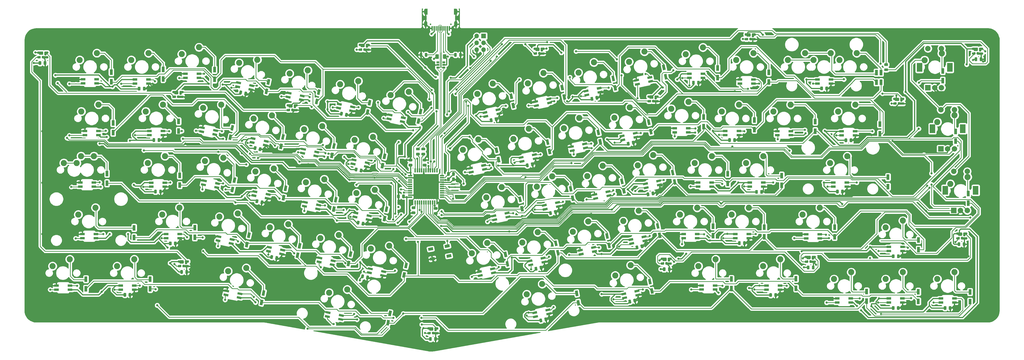
<source format=gbl>
G04 #@! TF.GenerationSoftware,KiCad,Pcbnew,(5.1.9)-1*
G04 #@! TF.CreationDate,2021-07-09T19:50:07+09:00*
G04 #@! TF.ProjectId,trifecta,74726966-6563-4746-912e-6b696361645f,rev?*
G04 #@! TF.SameCoordinates,Original*
G04 #@! TF.FileFunction,Copper,L2,Bot*
G04 #@! TF.FilePolarity,Positive*
%FSLAX46Y46*%
G04 Gerber Fmt 4.6, Leading zero omitted, Abs format (unit mm)*
G04 Created by KiCad (PCBNEW (5.1.9)-1) date 2021-07-09 19:50:07*
%MOMM*%
%LPD*%
G01*
G04 APERTURE LIST*
G04 #@! TA.AperFunction,ComponentPad*
%ADD10C,2.250000*%
G04 #@! TD*
G04 #@! TA.AperFunction,SMDPad,CuDef*
%ADD11O,2.200000X0.850000*%
G04 #@! TD*
G04 #@! TA.AperFunction,SMDPad,CuDef*
%ADD12O,1.300000X0.850000*%
G04 #@! TD*
G04 #@! TA.AperFunction,SMDPad,CuDef*
%ADD13O,1.500000X0.850000*%
G04 #@! TD*
G04 #@! TA.AperFunction,SMDPad,CuDef*
%ADD14R,1.600000X0.850000*%
G04 #@! TD*
G04 #@! TA.AperFunction,SMDPad,CuDef*
%ADD15C,0.100000*%
G04 #@! TD*
G04 #@! TA.AperFunction,ComponentPad*
%ADD16R,2.000000X2.000000*%
G04 #@! TD*
G04 #@! TA.AperFunction,ComponentPad*
%ADD17C,2.000000*%
G04 #@! TD*
G04 #@! TA.AperFunction,WasherPad*
%ADD18R,2.000000X3.200000*%
G04 #@! TD*
G04 #@! TA.AperFunction,ComponentPad*
%ADD19O,1.700000X1.700000*%
G04 #@! TD*
G04 #@! TA.AperFunction,ComponentPad*
%ADD20R,1.700000X1.700000*%
G04 #@! TD*
G04 #@! TA.AperFunction,SMDPad,CuDef*
%ADD21R,0.700000X2.300000*%
G04 #@! TD*
G04 #@! TA.AperFunction,ComponentPad*
%ADD22O,1.200000X2.300000*%
G04 #@! TD*
G04 #@! TA.AperFunction,WasherPad*
%ADD23C,0.600000*%
G04 #@! TD*
G04 #@! TA.AperFunction,SMDPad,CuDef*
%ADD24R,0.550000X1.700000*%
G04 #@! TD*
G04 #@! TA.AperFunction,SMDPad,CuDef*
%ADD25R,0.300000X1.700000*%
G04 #@! TD*
G04 #@! TA.AperFunction,SMDPad,CuDef*
%ADD26R,1.000000X2.000000*%
G04 #@! TD*
G04 #@! TA.AperFunction,SMDPad,CuDef*
%ADD27R,1.500000X0.500000*%
G04 #@! TD*
G04 #@! TA.AperFunction,SMDPad,CuDef*
%ADD28R,0.500000X1.500000*%
G04 #@! TD*
G04 #@! TA.AperFunction,SMDPad,CuDef*
%ADD29R,1.800000X0.820000*%
G04 #@! TD*
G04 #@! TA.AperFunction,SMDPad,CuDef*
%ADD30R,1.060000X0.650000*%
G04 #@! TD*
G04 #@! TA.AperFunction,ViaPad*
%ADD31C,0.800000*%
G04 #@! TD*
G04 #@! TA.AperFunction,Conductor*
%ADD32C,0.250000*%
G04 #@! TD*
G04 #@! TA.AperFunction,Conductor*
%ADD33C,0.381000*%
G04 #@! TD*
G04 #@! TA.AperFunction,Conductor*
%ADD34C,0.200000*%
G04 #@! TD*
G04 #@! TA.AperFunction,Conductor*
%ADD35C,0.254000*%
G04 #@! TD*
G04 #@! TA.AperFunction,Conductor*
%ADD36C,0.100000*%
G04 #@! TD*
G04 #@! TA.AperFunction,NonConductor*
%ADD37C,0.254000*%
G04 #@! TD*
G04 #@! TA.AperFunction,NonConductor*
%ADD38C,0.100000*%
G04 #@! TD*
G04 APERTURE END LIST*
D10*
X255640340Y-86107186D03*
X249290340Y-88647186D03*
D11*
X324114200Y-28538140D03*
X322214200Y-26788140D03*
D12*
X321764200Y-28538140D03*
D13*
X324464200Y-26788140D03*
G04 #@! TA.AperFunction,SMDPad,CuDef*
G36*
G01*
X325214200Y-26562890D02*
X325214200Y-27013390D01*
G75*
G02*
X325014450Y-27213140I-199750J0D01*
G01*
X324413950Y-27213140D01*
G75*
G02*
X324214200Y-27013390I0J199750D01*
G01*
X324214200Y-26562890D01*
G75*
G02*
X324413950Y-26363140I199750J0D01*
G01*
X325014450Y-26363140D01*
G75*
G02*
X325214200Y-26562890I0J-199750D01*
G01*
G37*
G04 #@! TD.AperFunction*
G04 #@! TA.AperFunction,SMDPad,CuDef*
G36*
G01*
X325214200Y-28312890D02*
X325214200Y-28763390D01*
G75*
G02*
X325014450Y-28963140I-199750J0D01*
G01*
X324413950Y-28963140D01*
G75*
G02*
X324214200Y-28763390I0J199750D01*
G01*
X324214200Y-28312890D01*
G75*
G02*
X324413950Y-28113140I199750J0D01*
G01*
X325014450Y-28113140D01*
G75*
G02*
X325214200Y-28312890I0J-199750D01*
G01*
G37*
G04 #@! TD.AperFunction*
G04 #@! TA.AperFunction,SMDPad,CuDef*
G36*
G01*
X322114200Y-28312890D02*
X322114200Y-28763390D01*
G75*
G02*
X321914450Y-28963140I-199750J0D01*
G01*
X321313950Y-28963140D01*
G75*
G02*
X321114200Y-28763390I0J199750D01*
G01*
X321114200Y-28312890D01*
G75*
G02*
X321313950Y-28113140I199750J0D01*
G01*
X321914450Y-28113140D01*
G75*
G02*
X322114200Y-28312890I0J-199750D01*
G01*
G37*
G04 #@! TD.AperFunction*
G04 #@! TA.AperFunction,SMDPad,CuDef*
G36*
G01*
X322114200Y-26562890D02*
X322114200Y-27013390D01*
G75*
G02*
X321914450Y-27213140I-199750J0D01*
G01*
X321313950Y-27213140D01*
G75*
G02*
X321114200Y-27013390I0J199750D01*
G01*
X321114200Y-26562890D01*
G75*
G02*
X321313950Y-26363140I199750J0D01*
G01*
X321914450Y-26363140D01*
G75*
G02*
X322114200Y-26562890I0J-199750D01*
G01*
G37*
G04 #@! TD.AperFunction*
G04 #@! TA.AperFunction,SMDPad,CuDef*
G36*
G01*
X324564200Y-26575640D02*
X324564200Y-27600640D01*
G75*
G02*
X324351700Y-27813140I-212500J0D01*
G01*
X323926700Y-27813140D01*
G75*
G02*
X323714200Y-27600640I0J212500D01*
G01*
X323714200Y-26575640D01*
G75*
G02*
X323926700Y-26363140I212500J0D01*
G01*
X324351700Y-26363140D01*
G75*
G02*
X324564200Y-26575640I0J-212500D01*
G01*
G37*
G04 #@! TD.AperFunction*
D14*
X323914200Y-28538140D03*
G04 #@! TA.AperFunction,SMDPad,CuDef*
G36*
G01*
X322409200Y-28212690D02*
X322409200Y-28763590D01*
G75*
G02*
X322209650Y-28963140I-199550J0D01*
G01*
X321958750Y-28963140D01*
G75*
G02*
X321759200Y-28763590I0J199550D01*
G01*
X321759200Y-28212690D01*
G75*
G02*
X321958750Y-28013140I199550J0D01*
G01*
X322209650Y-28013140D01*
G75*
G02*
X322409200Y-28212690I0J-199550D01*
G01*
G37*
G04 #@! TD.AperFunction*
G04 #@! TA.AperFunction,SMDPad,CuDef*
G36*
G01*
X323314200Y-26558140D02*
X323314200Y-27408140D01*
G75*
G02*
X323114200Y-27608140I-200000J0D01*
G01*
X321964200Y-27608140D01*
G75*
G02*
X321764200Y-27408140I0J200000D01*
G01*
X321764200Y-26558140D01*
G75*
G02*
X321964200Y-26358140I200000J0D01*
G01*
X323114200Y-26358140D01*
G75*
G02*
X323314200Y-26558140I0J-200000D01*
G01*
G37*
G04 #@! TD.AperFunction*
G04 #@! TA.AperFunction,SMDPad,CuDef*
G36*
G01*
X323676700Y-28218765D02*
X323676700Y-28757515D01*
G75*
G02*
X323471075Y-28963140I-205625J0D01*
G01*
X323007325Y-28963140D01*
G75*
G02*
X322801700Y-28757515I0J205625D01*
G01*
X322801700Y-28218765D01*
G75*
G02*
X323007325Y-28013140I205625J0D01*
G01*
X323471075Y-28013140D01*
G75*
G02*
X323676700Y-28218765I0J-205625D01*
G01*
G37*
G04 #@! TD.AperFunction*
D11*
X269351800Y-4735800D03*
X267451800Y-2985800D03*
D12*
X267001800Y-4735800D03*
D13*
X269701800Y-2985800D03*
G04 #@! TA.AperFunction,SMDPad,CuDef*
G36*
G01*
X270451800Y-2760550D02*
X270451800Y-3211050D01*
G75*
G02*
X270252050Y-3410800I-199750J0D01*
G01*
X269651550Y-3410800D01*
G75*
G02*
X269451800Y-3211050I0J199750D01*
G01*
X269451800Y-2760550D01*
G75*
G02*
X269651550Y-2560800I199750J0D01*
G01*
X270252050Y-2560800D01*
G75*
G02*
X270451800Y-2760550I0J-199750D01*
G01*
G37*
G04 #@! TD.AperFunction*
G04 #@! TA.AperFunction,SMDPad,CuDef*
G36*
G01*
X270451800Y-4510550D02*
X270451800Y-4961050D01*
G75*
G02*
X270252050Y-5160800I-199750J0D01*
G01*
X269651550Y-5160800D01*
G75*
G02*
X269451800Y-4961050I0J199750D01*
G01*
X269451800Y-4510550D01*
G75*
G02*
X269651550Y-4310800I199750J0D01*
G01*
X270252050Y-4310800D01*
G75*
G02*
X270451800Y-4510550I0J-199750D01*
G01*
G37*
G04 #@! TD.AperFunction*
G04 #@! TA.AperFunction,SMDPad,CuDef*
G36*
G01*
X267351800Y-4510550D02*
X267351800Y-4961050D01*
G75*
G02*
X267152050Y-5160800I-199750J0D01*
G01*
X266551550Y-5160800D01*
G75*
G02*
X266351800Y-4961050I0J199750D01*
G01*
X266351800Y-4510550D01*
G75*
G02*
X266551550Y-4310800I199750J0D01*
G01*
X267152050Y-4310800D01*
G75*
G02*
X267351800Y-4510550I0J-199750D01*
G01*
G37*
G04 #@! TD.AperFunction*
G04 #@! TA.AperFunction,SMDPad,CuDef*
G36*
G01*
X267351800Y-2760550D02*
X267351800Y-3211050D01*
G75*
G02*
X267152050Y-3410800I-199750J0D01*
G01*
X266551550Y-3410800D01*
G75*
G02*
X266351800Y-3211050I0J199750D01*
G01*
X266351800Y-2760550D01*
G75*
G02*
X266551550Y-2560800I199750J0D01*
G01*
X267152050Y-2560800D01*
G75*
G02*
X267351800Y-2760550I0J-199750D01*
G01*
G37*
G04 #@! TD.AperFunction*
G04 #@! TA.AperFunction,SMDPad,CuDef*
G36*
G01*
X269801800Y-2773300D02*
X269801800Y-3798300D01*
G75*
G02*
X269589300Y-4010800I-212500J0D01*
G01*
X269164300Y-4010800D01*
G75*
G02*
X268951800Y-3798300I0J212500D01*
G01*
X268951800Y-2773300D01*
G75*
G02*
X269164300Y-2560800I212500J0D01*
G01*
X269589300Y-2560800D01*
G75*
G02*
X269801800Y-2773300I0J-212500D01*
G01*
G37*
G04 #@! TD.AperFunction*
D14*
X269151800Y-4735800D03*
G04 #@! TA.AperFunction,SMDPad,CuDef*
G36*
G01*
X267646800Y-4410350D02*
X267646800Y-4961250D01*
G75*
G02*
X267447250Y-5160800I-199550J0D01*
G01*
X267196350Y-5160800D01*
G75*
G02*
X266996800Y-4961250I0J199550D01*
G01*
X266996800Y-4410350D01*
G75*
G02*
X267196350Y-4210800I199550J0D01*
G01*
X267447250Y-4210800D01*
G75*
G02*
X267646800Y-4410350I0J-199550D01*
G01*
G37*
G04 #@! TD.AperFunction*
G04 #@! TA.AperFunction,SMDPad,CuDef*
G36*
G01*
X268551800Y-2755800D02*
X268551800Y-3605800D01*
G75*
G02*
X268351800Y-3805800I-200000J0D01*
G01*
X267201800Y-3805800D01*
G75*
G02*
X267001800Y-3605800I0J200000D01*
G01*
X267001800Y-2755800D01*
G75*
G02*
X267201800Y-2555800I200000J0D01*
G01*
X268351800Y-2555800D01*
G75*
G02*
X268551800Y-2755800I0J-200000D01*
G01*
G37*
G04 #@! TD.AperFunction*
G04 #@! TA.AperFunction,SMDPad,CuDef*
G36*
G01*
X268914300Y-4416425D02*
X268914300Y-4955175D01*
G75*
G02*
X268708675Y-5160800I-205625J0D01*
G01*
X268244925Y-5160800D01*
G75*
G02*
X268039300Y-4955175I0J205625D01*
G01*
X268039300Y-4416425D01*
G75*
G02*
X268244925Y-4210800I205625J0D01*
G01*
X268708675Y-4210800D01*
G75*
G02*
X268914300Y-4416425I0J-205625D01*
G01*
G37*
G04 #@! TD.AperFunction*
D11*
X233487000Y-27684700D03*
X231587000Y-25934700D03*
D12*
X231137000Y-27684700D03*
D13*
X233837000Y-25934700D03*
G04 #@! TA.AperFunction,SMDPad,CuDef*
G36*
G01*
X234587000Y-25709450D02*
X234587000Y-26159950D01*
G75*
G02*
X234387250Y-26359700I-199750J0D01*
G01*
X233786750Y-26359700D01*
G75*
G02*
X233587000Y-26159950I0J199750D01*
G01*
X233587000Y-25709450D01*
G75*
G02*
X233786750Y-25509700I199750J0D01*
G01*
X234387250Y-25509700D01*
G75*
G02*
X234587000Y-25709450I0J-199750D01*
G01*
G37*
G04 #@! TD.AperFunction*
G04 #@! TA.AperFunction,SMDPad,CuDef*
G36*
G01*
X234587000Y-27459450D02*
X234587000Y-27909950D01*
G75*
G02*
X234387250Y-28109700I-199750J0D01*
G01*
X233786750Y-28109700D01*
G75*
G02*
X233587000Y-27909950I0J199750D01*
G01*
X233587000Y-27459450D01*
G75*
G02*
X233786750Y-27259700I199750J0D01*
G01*
X234387250Y-27259700D01*
G75*
G02*
X234587000Y-27459450I0J-199750D01*
G01*
G37*
G04 #@! TD.AperFunction*
G04 #@! TA.AperFunction,SMDPad,CuDef*
G36*
G01*
X231487000Y-27459450D02*
X231487000Y-27909950D01*
G75*
G02*
X231287250Y-28109700I-199750J0D01*
G01*
X230686750Y-28109700D01*
G75*
G02*
X230487000Y-27909950I0J199750D01*
G01*
X230487000Y-27459450D01*
G75*
G02*
X230686750Y-27259700I199750J0D01*
G01*
X231287250Y-27259700D01*
G75*
G02*
X231487000Y-27459450I0J-199750D01*
G01*
G37*
G04 #@! TD.AperFunction*
G04 #@! TA.AperFunction,SMDPad,CuDef*
G36*
G01*
X231487000Y-25709450D02*
X231487000Y-26159950D01*
G75*
G02*
X231287250Y-26359700I-199750J0D01*
G01*
X230686750Y-26359700D01*
G75*
G02*
X230487000Y-26159950I0J199750D01*
G01*
X230487000Y-25709450D01*
G75*
G02*
X230686750Y-25509700I199750J0D01*
G01*
X231287250Y-25509700D01*
G75*
G02*
X231487000Y-25709450I0J-199750D01*
G01*
G37*
G04 #@! TD.AperFunction*
G04 #@! TA.AperFunction,SMDPad,CuDef*
G36*
G01*
X233937000Y-25722200D02*
X233937000Y-26747200D01*
G75*
G02*
X233724500Y-26959700I-212500J0D01*
G01*
X233299500Y-26959700D01*
G75*
G02*
X233087000Y-26747200I0J212500D01*
G01*
X233087000Y-25722200D01*
G75*
G02*
X233299500Y-25509700I212500J0D01*
G01*
X233724500Y-25509700D01*
G75*
G02*
X233937000Y-25722200I0J-212500D01*
G01*
G37*
G04 #@! TD.AperFunction*
D14*
X233287000Y-27684700D03*
G04 #@! TA.AperFunction,SMDPad,CuDef*
G36*
G01*
X231782000Y-27359250D02*
X231782000Y-27910150D01*
G75*
G02*
X231582450Y-28109700I-199550J0D01*
G01*
X231331550Y-28109700D01*
G75*
G02*
X231132000Y-27910150I0J199550D01*
G01*
X231132000Y-27359250D01*
G75*
G02*
X231331550Y-27159700I199550J0D01*
G01*
X231582450Y-27159700D01*
G75*
G02*
X231782000Y-27359250I0J-199550D01*
G01*
G37*
G04 #@! TD.AperFunction*
G04 #@! TA.AperFunction,SMDPad,CuDef*
G36*
G01*
X232687000Y-25704700D02*
X232687000Y-26554700D01*
G75*
G02*
X232487000Y-26754700I-200000J0D01*
G01*
X231337000Y-26754700D01*
G75*
G02*
X231137000Y-26554700I0J200000D01*
G01*
X231137000Y-25704700D01*
G75*
G02*
X231337000Y-25504700I200000J0D01*
G01*
X232487000Y-25504700D01*
G75*
G02*
X232687000Y-25704700I0J-200000D01*
G01*
G37*
G04 #@! TD.AperFunction*
G04 #@! TA.AperFunction,SMDPad,CuDef*
G36*
G01*
X233049500Y-27365325D02*
X233049500Y-27904075D01*
G75*
G02*
X232843875Y-28109700I-205625J0D01*
G01*
X232380125Y-28109700D01*
G75*
G02*
X232174500Y-27904075I0J205625D01*
G01*
X232174500Y-27365325D01*
G75*
G02*
X232380125Y-27159700I205625J0D01*
G01*
X232843875Y-27159700D01*
G75*
G02*
X233049500Y-27365325I0J-205625D01*
G01*
G37*
G04 #@! TD.AperFunction*
D11*
X191450000Y-10019000D03*
X189550000Y-8269000D03*
D12*
X189100000Y-10019000D03*
D13*
X191800000Y-8269000D03*
G04 #@! TA.AperFunction,SMDPad,CuDef*
G36*
G01*
X192550000Y-8043750D02*
X192550000Y-8494250D01*
G75*
G02*
X192350250Y-8694000I-199750J0D01*
G01*
X191749750Y-8694000D01*
G75*
G02*
X191550000Y-8494250I0J199750D01*
G01*
X191550000Y-8043750D01*
G75*
G02*
X191749750Y-7844000I199750J0D01*
G01*
X192350250Y-7844000D01*
G75*
G02*
X192550000Y-8043750I0J-199750D01*
G01*
G37*
G04 #@! TD.AperFunction*
G04 #@! TA.AperFunction,SMDPad,CuDef*
G36*
G01*
X192550000Y-9793750D02*
X192550000Y-10244250D01*
G75*
G02*
X192350250Y-10444000I-199750J0D01*
G01*
X191749750Y-10444000D01*
G75*
G02*
X191550000Y-10244250I0J199750D01*
G01*
X191550000Y-9793750D01*
G75*
G02*
X191749750Y-9594000I199750J0D01*
G01*
X192350250Y-9594000D01*
G75*
G02*
X192550000Y-9793750I0J-199750D01*
G01*
G37*
G04 #@! TD.AperFunction*
G04 #@! TA.AperFunction,SMDPad,CuDef*
G36*
G01*
X189450000Y-9793750D02*
X189450000Y-10244250D01*
G75*
G02*
X189250250Y-10444000I-199750J0D01*
G01*
X188649750Y-10444000D01*
G75*
G02*
X188450000Y-10244250I0J199750D01*
G01*
X188450000Y-9793750D01*
G75*
G02*
X188649750Y-9594000I199750J0D01*
G01*
X189250250Y-9594000D01*
G75*
G02*
X189450000Y-9793750I0J-199750D01*
G01*
G37*
G04 #@! TD.AperFunction*
G04 #@! TA.AperFunction,SMDPad,CuDef*
G36*
G01*
X189450000Y-8043750D02*
X189450000Y-8494250D01*
G75*
G02*
X189250250Y-8694000I-199750J0D01*
G01*
X188649750Y-8694000D01*
G75*
G02*
X188450000Y-8494250I0J199750D01*
G01*
X188450000Y-8043750D01*
G75*
G02*
X188649750Y-7844000I199750J0D01*
G01*
X189250250Y-7844000D01*
G75*
G02*
X189450000Y-8043750I0J-199750D01*
G01*
G37*
G04 #@! TD.AperFunction*
G04 #@! TA.AperFunction,SMDPad,CuDef*
G36*
G01*
X191900000Y-8056500D02*
X191900000Y-9081500D01*
G75*
G02*
X191687500Y-9294000I-212500J0D01*
G01*
X191262500Y-9294000D01*
G75*
G02*
X191050000Y-9081500I0J212500D01*
G01*
X191050000Y-8056500D01*
G75*
G02*
X191262500Y-7844000I212500J0D01*
G01*
X191687500Y-7844000D01*
G75*
G02*
X191900000Y-8056500I0J-212500D01*
G01*
G37*
G04 #@! TD.AperFunction*
D14*
X191250000Y-10019000D03*
G04 #@! TA.AperFunction,SMDPad,CuDef*
G36*
G01*
X189745000Y-9693550D02*
X189745000Y-10244450D01*
G75*
G02*
X189545450Y-10444000I-199550J0D01*
G01*
X189294550Y-10444000D01*
G75*
G02*
X189095000Y-10244450I0J199550D01*
G01*
X189095000Y-9693550D01*
G75*
G02*
X189294550Y-9494000I199550J0D01*
G01*
X189545450Y-9494000D01*
G75*
G02*
X189745000Y-9693550I0J-199550D01*
G01*
G37*
G04 #@! TD.AperFunction*
G04 #@! TA.AperFunction,SMDPad,CuDef*
G36*
G01*
X190650000Y-8039000D02*
X190650000Y-8889000D01*
G75*
G02*
X190450000Y-9089000I-200000J0D01*
G01*
X189300000Y-9089000D01*
G75*
G02*
X189100000Y-8889000I0J200000D01*
G01*
X189100000Y-8039000D01*
G75*
G02*
X189300000Y-7839000I200000J0D01*
G01*
X190450000Y-7839000D01*
G75*
G02*
X190650000Y-8039000I0J-200000D01*
G01*
G37*
G04 #@! TD.AperFunction*
G04 #@! TA.AperFunction,SMDPad,CuDef*
G36*
G01*
X191012500Y-9699625D02*
X191012500Y-10238375D01*
G75*
G02*
X190806875Y-10444000I-205625J0D01*
G01*
X190343125Y-10444000D01*
G75*
G02*
X190137500Y-10238375I0J205625D01*
G01*
X190137500Y-9699625D01*
G75*
G02*
X190343125Y-9494000I205625J0D01*
G01*
X190806875Y-9494000D01*
G75*
G02*
X191012500Y-9699625I0J-205625D01*
G01*
G37*
G04 #@! TD.AperFunction*
D11*
X126946700Y-8622000D03*
X125046700Y-6872000D03*
D12*
X124596700Y-8622000D03*
D13*
X127296700Y-6872000D03*
G04 #@! TA.AperFunction,SMDPad,CuDef*
G36*
G01*
X128046700Y-6646750D02*
X128046700Y-7097250D01*
G75*
G02*
X127846950Y-7297000I-199750J0D01*
G01*
X127246450Y-7297000D01*
G75*
G02*
X127046700Y-7097250I0J199750D01*
G01*
X127046700Y-6646750D01*
G75*
G02*
X127246450Y-6447000I199750J0D01*
G01*
X127846950Y-6447000D01*
G75*
G02*
X128046700Y-6646750I0J-199750D01*
G01*
G37*
G04 #@! TD.AperFunction*
G04 #@! TA.AperFunction,SMDPad,CuDef*
G36*
G01*
X128046700Y-8396750D02*
X128046700Y-8847250D01*
G75*
G02*
X127846950Y-9047000I-199750J0D01*
G01*
X127246450Y-9047000D01*
G75*
G02*
X127046700Y-8847250I0J199750D01*
G01*
X127046700Y-8396750D01*
G75*
G02*
X127246450Y-8197000I199750J0D01*
G01*
X127846950Y-8197000D01*
G75*
G02*
X128046700Y-8396750I0J-199750D01*
G01*
G37*
G04 #@! TD.AperFunction*
G04 #@! TA.AperFunction,SMDPad,CuDef*
G36*
G01*
X124946700Y-8396750D02*
X124946700Y-8847250D01*
G75*
G02*
X124746950Y-9047000I-199750J0D01*
G01*
X124146450Y-9047000D01*
G75*
G02*
X123946700Y-8847250I0J199750D01*
G01*
X123946700Y-8396750D01*
G75*
G02*
X124146450Y-8197000I199750J0D01*
G01*
X124746950Y-8197000D01*
G75*
G02*
X124946700Y-8396750I0J-199750D01*
G01*
G37*
G04 #@! TD.AperFunction*
G04 #@! TA.AperFunction,SMDPad,CuDef*
G36*
G01*
X124946700Y-6646750D02*
X124946700Y-7097250D01*
G75*
G02*
X124746950Y-7297000I-199750J0D01*
G01*
X124146450Y-7297000D01*
G75*
G02*
X123946700Y-7097250I0J199750D01*
G01*
X123946700Y-6646750D01*
G75*
G02*
X124146450Y-6447000I199750J0D01*
G01*
X124746950Y-6447000D01*
G75*
G02*
X124946700Y-6646750I0J-199750D01*
G01*
G37*
G04 #@! TD.AperFunction*
G04 #@! TA.AperFunction,SMDPad,CuDef*
G36*
G01*
X127396700Y-6659500D02*
X127396700Y-7684500D01*
G75*
G02*
X127184200Y-7897000I-212500J0D01*
G01*
X126759200Y-7897000D01*
G75*
G02*
X126546700Y-7684500I0J212500D01*
G01*
X126546700Y-6659500D01*
G75*
G02*
X126759200Y-6447000I212500J0D01*
G01*
X127184200Y-6447000D01*
G75*
G02*
X127396700Y-6659500I0J-212500D01*
G01*
G37*
G04 #@! TD.AperFunction*
D14*
X126746700Y-8622000D03*
G04 #@! TA.AperFunction,SMDPad,CuDef*
G36*
G01*
X125241700Y-8296550D02*
X125241700Y-8847450D01*
G75*
G02*
X125042150Y-9047000I-199550J0D01*
G01*
X124791250Y-9047000D01*
G75*
G02*
X124591700Y-8847450I0J199550D01*
G01*
X124591700Y-8296550D01*
G75*
G02*
X124791250Y-8097000I199550J0D01*
G01*
X125042150Y-8097000D01*
G75*
G02*
X125241700Y-8296550I0J-199550D01*
G01*
G37*
G04 #@! TD.AperFunction*
G04 #@! TA.AperFunction,SMDPad,CuDef*
G36*
G01*
X126146700Y-6642000D02*
X126146700Y-7492000D01*
G75*
G02*
X125946700Y-7692000I-200000J0D01*
G01*
X124796700Y-7692000D01*
G75*
G02*
X124596700Y-7492000I0J200000D01*
G01*
X124596700Y-6642000D01*
G75*
G02*
X124796700Y-6442000I200000J0D01*
G01*
X125946700Y-6442000D01*
G75*
G02*
X126146700Y-6642000I0J-200000D01*
G01*
G37*
G04 #@! TD.AperFunction*
G04 #@! TA.AperFunction,SMDPad,CuDef*
G36*
G01*
X126509200Y-8302625D02*
X126509200Y-8841375D01*
G75*
G02*
X126303575Y-9047000I-205625J0D01*
G01*
X125839825Y-9047000D01*
G75*
G02*
X125634200Y-8841375I0J205625D01*
G01*
X125634200Y-8302625D01*
G75*
G02*
X125839825Y-8097000I205625J0D01*
G01*
X126303575Y-8097000D01*
G75*
G02*
X126509200Y-8302625I0J-205625D01*
G01*
G37*
G04 #@! TD.AperFunction*
D11*
X100352900Y-30935900D03*
X98452900Y-29185900D03*
D12*
X98002900Y-30935900D03*
D13*
X100702900Y-29185900D03*
G04 #@! TA.AperFunction,SMDPad,CuDef*
G36*
G01*
X101452900Y-28960650D02*
X101452900Y-29411150D01*
G75*
G02*
X101253150Y-29610900I-199750J0D01*
G01*
X100652650Y-29610900D01*
G75*
G02*
X100452900Y-29411150I0J199750D01*
G01*
X100452900Y-28960650D01*
G75*
G02*
X100652650Y-28760900I199750J0D01*
G01*
X101253150Y-28760900D01*
G75*
G02*
X101452900Y-28960650I0J-199750D01*
G01*
G37*
G04 #@! TD.AperFunction*
G04 #@! TA.AperFunction,SMDPad,CuDef*
G36*
G01*
X101452900Y-30710650D02*
X101452900Y-31161150D01*
G75*
G02*
X101253150Y-31360900I-199750J0D01*
G01*
X100652650Y-31360900D01*
G75*
G02*
X100452900Y-31161150I0J199750D01*
G01*
X100452900Y-30710650D01*
G75*
G02*
X100652650Y-30510900I199750J0D01*
G01*
X101253150Y-30510900D01*
G75*
G02*
X101452900Y-30710650I0J-199750D01*
G01*
G37*
G04 #@! TD.AperFunction*
G04 #@! TA.AperFunction,SMDPad,CuDef*
G36*
G01*
X98352900Y-30710650D02*
X98352900Y-31161150D01*
G75*
G02*
X98153150Y-31360900I-199750J0D01*
G01*
X97552650Y-31360900D01*
G75*
G02*
X97352900Y-31161150I0J199750D01*
G01*
X97352900Y-30710650D01*
G75*
G02*
X97552650Y-30510900I199750J0D01*
G01*
X98153150Y-30510900D01*
G75*
G02*
X98352900Y-30710650I0J-199750D01*
G01*
G37*
G04 #@! TD.AperFunction*
G04 #@! TA.AperFunction,SMDPad,CuDef*
G36*
G01*
X98352900Y-28960650D02*
X98352900Y-29411150D01*
G75*
G02*
X98153150Y-29610900I-199750J0D01*
G01*
X97552650Y-29610900D01*
G75*
G02*
X97352900Y-29411150I0J199750D01*
G01*
X97352900Y-28960650D01*
G75*
G02*
X97552650Y-28760900I199750J0D01*
G01*
X98153150Y-28760900D01*
G75*
G02*
X98352900Y-28960650I0J-199750D01*
G01*
G37*
G04 #@! TD.AperFunction*
G04 #@! TA.AperFunction,SMDPad,CuDef*
G36*
G01*
X100802900Y-28973400D02*
X100802900Y-29998400D01*
G75*
G02*
X100590400Y-30210900I-212500J0D01*
G01*
X100165400Y-30210900D01*
G75*
G02*
X99952900Y-29998400I0J212500D01*
G01*
X99952900Y-28973400D01*
G75*
G02*
X100165400Y-28760900I212500J0D01*
G01*
X100590400Y-28760900D01*
G75*
G02*
X100802900Y-28973400I0J-212500D01*
G01*
G37*
G04 #@! TD.AperFunction*
D14*
X100152900Y-30935900D03*
G04 #@! TA.AperFunction,SMDPad,CuDef*
G36*
G01*
X98647900Y-30610450D02*
X98647900Y-31161350D01*
G75*
G02*
X98448350Y-31360900I-199550J0D01*
G01*
X98197450Y-31360900D01*
G75*
G02*
X97997900Y-31161350I0J199550D01*
G01*
X97997900Y-30610450D01*
G75*
G02*
X98197450Y-30410900I199550J0D01*
G01*
X98448350Y-30410900D01*
G75*
G02*
X98647900Y-30610450I0J-199550D01*
G01*
G37*
G04 #@! TD.AperFunction*
G04 #@! TA.AperFunction,SMDPad,CuDef*
G36*
G01*
X99552900Y-28955900D02*
X99552900Y-29805900D01*
G75*
G02*
X99352900Y-30005900I-200000J0D01*
G01*
X98202900Y-30005900D01*
G75*
G02*
X98002900Y-29805900I0J200000D01*
G01*
X98002900Y-28955900D01*
G75*
G02*
X98202900Y-28755900I200000J0D01*
G01*
X99352900Y-28755900D01*
G75*
G02*
X99552900Y-28955900I0J-200000D01*
G01*
G37*
G04 #@! TD.AperFunction*
G04 #@! TA.AperFunction,SMDPad,CuDef*
G36*
G01*
X99915400Y-30616525D02*
X99915400Y-31155275D01*
G75*
G02*
X99709775Y-31360900I-205625J0D01*
G01*
X99246025Y-31360900D01*
G75*
G02*
X99040400Y-31155275I0J205625D01*
G01*
X99040400Y-30616525D01*
G75*
G02*
X99246025Y-30410900I205625J0D01*
G01*
X99709775Y-30410900D01*
G75*
G02*
X99915400Y-30616525I0J-205625D01*
G01*
G37*
G04 #@! TD.AperFunction*
D11*
X58219380Y-26043860D03*
X56319380Y-24293860D03*
D12*
X55869380Y-26043860D03*
D13*
X58569380Y-24293860D03*
G04 #@! TA.AperFunction,SMDPad,CuDef*
G36*
G01*
X59319380Y-24068610D02*
X59319380Y-24519110D01*
G75*
G02*
X59119630Y-24718860I-199750J0D01*
G01*
X58519130Y-24718860D01*
G75*
G02*
X58319380Y-24519110I0J199750D01*
G01*
X58319380Y-24068610D01*
G75*
G02*
X58519130Y-23868860I199750J0D01*
G01*
X59119630Y-23868860D01*
G75*
G02*
X59319380Y-24068610I0J-199750D01*
G01*
G37*
G04 #@! TD.AperFunction*
G04 #@! TA.AperFunction,SMDPad,CuDef*
G36*
G01*
X59319380Y-25818610D02*
X59319380Y-26269110D01*
G75*
G02*
X59119630Y-26468860I-199750J0D01*
G01*
X58519130Y-26468860D01*
G75*
G02*
X58319380Y-26269110I0J199750D01*
G01*
X58319380Y-25818610D01*
G75*
G02*
X58519130Y-25618860I199750J0D01*
G01*
X59119630Y-25618860D01*
G75*
G02*
X59319380Y-25818610I0J-199750D01*
G01*
G37*
G04 #@! TD.AperFunction*
G04 #@! TA.AperFunction,SMDPad,CuDef*
G36*
G01*
X56219380Y-25818610D02*
X56219380Y-26269110D01*
G75*
G02*
X56019630Y-26468860I-199750J0D01*
G01*
X55419130Y-26468860D01*
G75*
G02*
X55219380Y-26269110I0J199750D01*
G01*
X55219380Y-25818610D01*
G75*
G02*
X55419130Y-25618860I199750J0D01*
G01*
X56019630Y-25618860D01*
G75*
G02*
X56219380Y-25818610I0J-199750D01*
G01*
G37*
G04 #@! TD.AperFunction*
G04 #@! TA.AperFunction,SMDPad,CuDef*
G36*
G01*
X56219380Y-24068610D02*
X56219380Y-24519110D01*
G75*
G02*
X56019630Y-24718860I-199750J0D01*
G01*
X55419130Y-24718860D01*
G75*
G02*
X55219380Y-24519110I0J199750D01*
G01*
X55219380Y-24068610D01*
G75*
G02*
X55419130Y-23868860I199750J0D01*
G01*
X56019630Y-23868860D01*
G75*
G02*
X56219380Y-24068610I0J-199750D01*
G01*
G37*
G04 #@! TD.AperFunction*
G04 #@! TA.AperFunction,SMDPad,CuDef*
G36*
G01*
X58669380Y-24081360D02*
X58669380Y-25106360D01*
G75*
G02*
X58456880Y-25318860I-212500J0D01*
G01*
X58031880Y-25318860D01*
G75*
G02*
X57819380Y-25106360I0J212500D01*
G01*
X57819380Y-24081360D01*
G75*
G02*
X58031880Y-23868860I212500J0D01*
G01*
X58456880Y-23868860D01*
G75*
G02*
X58669380Y-24081360I0J-212500D01*
G01*
G37*
G04 #@! TD.AperFunction*
D14*
X58019380Y-26043860D03*
G04 #@! TA.AperFunction,SMDPad,CuDef*
G36*
G01*
X56514380Y-25718410D02*
X56514380Y-26269310D01*
G75*
G02*
X56314830Y-26468860I-199550J0D01*
G01*
X56063930Y-26468860D01*
G75*
G02*
X55864380Y-26269310I0J199550D01*
G01*
X55864380Y-25718410D01*
G75*
G02*
X56063930Y-25518860I199550J0D01*
G01*
X56314830Y-25518860D01*
G75*
G02*
X56514380Y-25718410I0J-199550D01*
G01*
G37*
G04 #@! TD.AperFunction*
G04 #@! TA.AperFunction,SMDPad,CuDef*
G36*
G01*
X57419380Y-24063860D02*
X57419380Y-24913860D01*
G75*
G02*
X57219380Y-25113860I-200000J0D01*
G01*
X56069380Y-25113860D01*
G75*
G02*
X55869380Y-24913860I0J200000D01*
G01*
X55869380Y-24063860D01*
G75*
G02*
X56069380Y-23863860I200000J0D01*
G01*
X57219380Y-23863860D01*
G75*
G02*
X57419380Y-24063860I0J-200000D01*
G01*
G37*
G04 #@! TD.AperFunction*
G04 #@! TA.AperFunction,SMDPad,CuDef*
G36*
G01*
X57781880Y-25724485D02*
X57781880Y-26263235D01*
G75*
G02*
X57576255Y-26468860I-205625J0D01*
G01*
X57112505Y-26468860D01*
G75*
G02*
X56906880Y-26263235I0J205625D01*
G01*
X56906880Y-25724485D01*
G75*
G02*
X57112505Y-25518860I205625J0D01*
G01*
X57576255Y-25518860D01*
G75*
G02*
X57781880Y-25724485I0J-205625D01*
G01*
G37*
G04 #@! TD.AperFunction*
D11*
X8333780Y-11446480D03*
X6433780Y-9696480D03*
D12*
X5983780Y-11446480D03*
D13*
X8683780Y-9696480D03*
G04 #@! TA.AperFunction,SMDPad,CuDef*
G36*
G01*
X9433780Y-9471230D02*
X9433780Y-9921730D01*
G75*
G02*
X9234030Y-10121480I-199750J0D01*
G01*
X8633530Y-10121480D01*
G75*
G02*
X8433780Y-9921730I0J199750D01*
G01*
X8433780Y-9471230D01*
G75*
G02*
X8633530Y-9271480I199750J0D01*
G01*
X9234030Y-9271480D01*
G75*
G02*
X9433780Y-9471230I0J-199750D01*
G01*
G37*
G04 #@! TD.AperFunction*
G04 #@! TA.AperFunction,SMDPad,CuDef*
G36*
G01*
X9433780Y-11221230D02*
X9433780Y-11671730D01*
G75*
G02*
X9234030Y-11871480I-199750J0D01*
G01*
X8633530Y-11871480D01*
G75*
G02*
X8433780Y-11671730I0J199750D01*
G01*
X8433780Y-11221230D01*
G75*
G02*
X8633530Y-11021480I199750J0D01*
G01*
X9234030Y-11021480D01*
G75*
G02*
X9433780Y-11221230I0J-199750D01*
G01*
G37*
G04 #@! TD.AperFunction*
G04 #@! TA.AperFunction,SMDPad,CuDef*
G36*
G01*
X6333780Y-11221230D02*
X6333780Y-11671730D01*
G75*
G02*
X6134030Y-11871480I-199750J0D01*
G01*
X5533530Y-11871480D01*
G75*
G02*
X5333780Y-11671730I0J199750D01*
G01*
X5333780Y-11221230D01*
G75*
G02*
X5533530Y-11021480I199750J0D01*
G01*
X6134030Y-11021480D01*
G75*
G02*
X6333780Y-11221230I0J-199750D01*
G01*
G37*
G04 #@! TD.AperFunction*
G04 #@! TA.AperFunction,SMDPad,CuDef*
G36*
G01*
X6333780Y-9471230D02*
X6333780Y-9921730D01*
G75*
G02*
X6134030Y-10121480I-199750J0D01*
G01*
X5533530Y-10121480D01*
G75*
G02*
X5333780Y-9921730I0J199750D01*
G01*
X5333780Y-9471230D01*
G75*
G02*
X5533530Y-9271480I199750J0D01*
G01*
X6134030Y-9271480D01*
G75*
G02*
X6333780Y-9471230I0J-199750D01*
G01*
G37*
G04 #@! TD.AperFunction*
G04 #@! TA.AperFunction,SMDPad,CuDef*
G36*
G01*
X8783780Y-9483980D02*
X8783780Y-10508980D01*
G75*
G02*
X8571280Y-10721480I-212500J0D01*
G01*
X8146280Y-10721480D01*
G75*
G02*
X7933780Y-10508980I0J212500D01*
G01*
X7933780Y-9483980D01*
G75*
G02*
X8146280Y-9271480I212500J0D01*
G01*
X8571280Y-9271480D01*
G75*
G02*
X8783780Y-9483980I0J-212500D01*
G01*
G37*
G04 #@! TD.AperFunction*
D14*
X8133780Y-11446480D03*
G04 #@! TA.AperFunction,SMDPad,CuDef*
G36*
G01*
X6628780Y-11121030D02*
X6628780Y-11671930D01*
G75*
G02*
X6429230Y-11871480I-199550J0D01*
G01*
X6178330Y-11871480D01*
G75*
G02*
X5978780Y-11671930I0J199550D01*
G01*
X5978780Y-11121030D01*
G75*
G02*
X6178330Y-10921480I199550J0D01*
G01*
X6429230Y-10921480D01*
G75*
G02*
X6628780Y-11121030I0J-199550D01*
G01*
G37*
G04 #@! TD.AperFunction*
G04 #@! TA.AperFunction,SMDPad,CuDef*
G36*
G01*
X7533780Y-9466480D02*
X7533780Y-10316480D01*
G75*
G02*
X7333780Y-10516480I-200000J0D01*
G01*
X6183780Y-10516480D01*
G75*
G02*
X5983780Y-10316480I0J200000D01*
G01*
X5983780Y-9466480D01*
G75*
G02*
X6183780Y-9266480I200000J0D01*
G01*
X7333780Y-9266480D01*
G75*
G02*
X7533780Y-9466480I0J-200000D01*
G01*
G37*
G04 #@! TD.AperFunction*
G04 #@! TA.AperFunction,SMDPad,CuDef*
G36*
G01*
X7896280Y-11127105D02*
X7896280Y-11665855D01*
G75*
G02*
X7690655Y-11871480I-205625J0D01*
G01*
X7226905Y-11871480D01*
G75*
G02*
X7021280Y-11665855I0J205625D01*
G01*
X7021280Y-11127105D01*
G75*
G02*
X7226905Y-10921480I205625J0D01*
G01*
X7690655Y-10921480D01*
G75*
G02*
X7896280Y-11127105I0J-205625D01*
G01*
G37*
G04 #@! TD.AperFunction*
D11*
X60208200Y-88644700D03*
X58308200Y-86894700D03*
D12*
X57858200Y-88644700D03*
D13*
X60558200Y-86894700D03*
G04 #@! TA.AperFunction,SMDPad,CuDef*
G36*
G01*
X61308200Y-86669450D02*
X61308200Y-87119950D01*
G75*
G02*
X61108450Y-87319700I-199750J0D01*
G01*
X60507950Y-87319700D01*
G75*
G02*
X60308200Y-87119950I0J199750D01*
G01*
X60308200Y-86669450D01*
G75*
G02*
X60507950Y-86469700I199750J0D01*
G01*
X61108450Y-86469700D01*
G75*
G02*
X61308200Y-86669450I0J-199750D01*
G01*
G37*
G04 #@! TD.AperFunction*
G04 #@! TA.AperFunction,SMDPad,CuDef*
G36*
G01*
X61308200Y-88419450D02*
X61308200Y-88869950D01*
G75*
G02*
X61108450Y-89069700I-199750J0D01*
G01*
X60507950Y-89069700D01*
G75*
G02*
X60308200Y-88869950I0J199750D01*
G01*
X60308200Y-88419450D01*
G75*
G02*
X60507950Y-88219700I199750J0D01*
G01*
X61108450Y-88219700D01*
G75*
G02*
X61308200Y-88419450I0J-199750D01*
G01*
G37*
G04 #@! TD.AperFunction*
G04 #@! TA.AperFunction,SMDPad,CuDef*
G36*
G01*
X58208200Y-88419450D02*
X58208200Y-88869950D01*
G75*
G02*
X58008450Y-89069700I-199750J0D01*
G01*
X57407950Y-89069700D01*
G75*
G02*
X57208200Y-88869950I0J199750D01*
G01*
X57208200Y-88419450D01*
G75*
G02*
X57407950Y-88219700I199750J0D01*
G01*
X58008450Y-88219700D01*
G75*
G02*
X58208200Y-88419450I0J-199750D01*
G01*
G37*
G04 #@! TD.AperFunction*
G04 #@! TA.AperFunction,SMDPad,CuDef*
G36*
G01*
X58208200Y-86669450D02*
X58208200Y-87119950D01*
G75*
G02*
X58008450Y-87319700I-199750J0D01*
G01*
X57407950Y-87319700D01*
G75*
G02*
X57208200Y-87119950I0J199750D01*
G01*
X57208200Y-86669450D01*
G75*
G02*
X57407950Y-86469700I199750J0D01*
G01*
X58008450Y-86469700D01*
G75*
G02*
X58208200Y-86669450I0J-199750D01*
G01*
G37*
G04 #@! TD.AperFunction*
G04 #@! TA.AperFunction,SMDPad,CuDef*
G36*
G01*
X60658200Y-86682200D02*
X60658200Y-87707200D01*
G75*
G02*
X60445700Y-87919700I-212500J0D01*
G01*
X60020700Y-87919700D01*
G75*
G02*
X59808200Y-87707200I0J212500D01*
G01*
X59808200Y-86682200D01*
G75*
G02*
X60020700Y-86469700I212500J0D01*
G01*
X60445700Y-86469700D01*
G75*
G02*
X60658200Y-86682200I0J-212500D01*
G01*
G37*
G04 #@! TD.AperFunction*
D14*
X60008200Y-88644700D03*
G04 #@! TA.AperFunction,SMDPad,CuDef*
G36*
G01*
X58503200Y-88319250D02*
X58503200Y-88870150D01*
G75*
G02*
X58303650Y-89069700I-199550J0D01*
G01*
X58052750Y-89069700D01*
G75*
G02*
X57853200Y-88870150I0J199550D01*
G01*
X57853200Y-88319250D01*
G75*
G02*
X58052750Y-88119700I199550J0D01*
G01*
X58303650Y-88119700D01*
G75*
G02*
X58503200Y-88319250I0J-199550D01*
G01*
G37*
G04 #@! TD.AperFunction*
G04 #@! TA.AperFunction,SMDPad,CuDef*
G36*
G01*
X59408200Y-86664700D02*
X59408200Y-87514700D01*
G75*
G02*
X59208200Y-87714700I-200000J0D01*
G01*
X58058200Y-87714700D01*
G75*
G02*
X57858200Y-87514700I0J200000D01*
G01*
X57858200Y-86664700D01*
G75*
G02*
X58058200Y-86464700I200000J0D01*
G01*
X59208200Y-86464700D01*
G75*
G02*
X59408200Y-86664700I0J-200000D01*
G01*
G37*
G04 #@! TD.AperFunction*
G04 #@! TA.AperFunction,SMDPad,CuDef*
G36*
G01*
X59770700Y-88325325D02*
X59770700Y-88864075D01*
G75*
G02*
X59565075Y-89069700I-205625J0D01*
G01*
X59101325Y-89069700D01*
G75*
G02*
X58895700Y-88864075I0J205625D01*
G01*
X58895700Y-88325325D01*
G75*
G02*
X59101325Y-88119700I205625J0D01*
G01*
X59565075Y-88119700D01*
G75*
G02*
X59770700Y-88325325I0J-205625D01*
G01*
G37*
G04 #@! TD.AperFunction*
D11*
X152245100Y-113422400D03*
X150345100Y-111672400D03*
D12*
X149895100Y-113422400D03*
D13*
X152595100Y-111672400D03*
G04 #@! TA.AperFunction,SMDPad,CuDef*
G36*
G01*
X153345100Y-111447150D02*
X153345100Y-111897650D01*
G75*
G02*
X153145350Y-112097400I-199750J0D01*
G01*
X152544850Y-112097400D01*
G75*
G02*
X152345100Y-111897650I0J199750D01*
G01*
X152345100Y-111447150D01*
G75*
G02*
X152544850Y-111247400I199750J0D01*
G01*
X153145350Y-111247400D01*
G75*
G02*
X153345100Y-111447150I0J-199750D01*
G01*
G37*
G04 #@! TD.AperFunction*
G04 #@! TA.AperFunction,SMDPad,CuDef*
G36*
G01*
X153345100Y-113197150D02*
X153345100Y-113647650D01*
G75*
G02*
X153145350Y-113847400I-199750J0D01*
G01*
X152544850Y-113847400D01*
G75*
G02*
X152345100Y-113647650I0J199750D01*
G01*
X152345100Y-113197150D01*
G75*
G02*
X152544850Y-112997400I199750J0D01*
G01*
X153145350Y-112997400D01*
G75*
G02*
X153345100Y-113197150I0J-199750D01*
G01*
G37*
G04 #@! TD.AperFunction*
G04 #@! TA.AperFunction,SMDPad,CuDef*
G36*
G01*
X150245100Y-113197150D02*
X150245100Y-113647650D01*
G75*
G02*
X150045350Y-113847400I-199750J0D01*
G01*
X149444850Y-113847400D01*
G75*
G02*
X149245100Y-113647650I0J199750D01*
G01*
X149245100Y-113197150D01*
G75*
G02*
X149444850Y-112997400I199750J0D01*
G01*
X150045350Y-112997400D01*
G75*
G02*
X150245100Y-113197150I0J-199750D01*
G01*
G37*
G04 #@! TD.AperFunction*
G04 #@! TA.AperFunction,SMDPad,CuDef*
G36*
G01*
X150245100Y-111447150D02*
X150245100Y-111897650D01*
G75*
G02*
X150045350Y-112097400I-199750J0D01*
G01*
X149444850Y-112097400D01*
G75*
G02*
X149245100Y-111897650I0J199750D01*
G01*
X149245100Y-111447150D01*
G75*
G02*
X149444850Y-111247400I199750J0D01*
G01*
X150045350Y-111247400D01*
G75*
G02*
X150245100Y-111447150I0J-199750D01*
G01*
G37*
G04 #@! TD.AperFunction*
G04 #@! TA.AperFunction,SMDPad,CuDef*
G36*
G01*
X152695100Y-111459900D02*
X152695100Y-112484900D01*
G75*
G02*
X152482600Y-112697400I-212500J0D01*
G01*
X152057600Y-112697400D01*
G75*
G02*
X151845100Y-112484900I0J212500D01*
G01*
X151845100Y-111459900D01*
G75*
G02*
X152057600Y-111247400I212500J0D01*
G01*
X152482600Y-111247400D01*
G75*
G02*
X152695100Y-111459900I0J-212500D01*
G01*
G37*
G04 #@! TD.AperFunction*
D14*
X152045100Y-113422400D03*
G04 #@! TA.AperFunction,SMDPad,CuDef*
G36*
G01*
X150540100Y-113096950D02*
X150540100Y-113647850D01*
G75*
G02*
X150340550Y-113847400I-199550J0D01*
G01*
X150089650Y-113847400D01*
G75*
G02*
X149890100Y-113647850I0J199550D01*
G01*
X149890100Y-113096950D01*
G75*
G02*
X150089650Y-112897400I199550J0D01*
G01*
X150340550Y-112897400D01*
G75*
G02*
X150540100Y-113096950I0J-199550D01*
G01*
G37*
G04 #@! TD.AperFunction*
G04 #@! TA.AperFunction,SMDPad,CuDef*
G36*
G01*
X151445100Y-111442400D02*
X151445100Y-112292400D01*
G75*
G02*
X151245100Y-112492400I-200000J0D01*
G01*
X150095100Y-112492400D01*
G75*
G02*
X149895100Y-112292400I0J200000D01*
G01*
X149895100Y-111442400D01*
G75*
G02*
X150095100Y-111242400I200000J0D01*
G01*
X151245100Y-111242400D01*
G75*
G02*
X151445100Y-111442400I0J-200000D01*
G01*
G37*
G04 #@! TD.AperFunction*
G04 #@! TA.AperFunction,SMDPad,CuDef*
G36*
G01*
X151807600Y-113103025D02*
X151807600Y-113641775D01*
G75*
G02*
X151601975Y-113847400I-205625J0D01*
G01*
X151138225Y-113847400D01*
G75*
G02*
X150932600Y-113641775I0J205625D01*
G01*
X150932600Y-113103025D01*
G75*
G02*
X151138225Y-112897400I205625J0D01*
G01*
X151601975Y-112897400D01*
G75*
G02*
X151807600Y-113103025I0J-205625D01*
G01*
G37*
G04 #@! TD.AperFunction*
D11*
X238351100Y-87666800D03*
X236451100Y-85916800D03*
D12*
X236001100Y-87666800D03*
D13*
X238701100Y-85916800D03*
G04 #@! TA.AperFunction,SMDPad,CuDef*
G36*
G01*
X239451100Y-85691550D02*
X239451100Y-86142050D01*
G75*
G02*
X239251350Y-86341800I-199750J0D01*
G01*
X238650850Y-86341800D01*
G75*
G02*
X238451100Y-86142050I0J199750D01*
G01*
X238451100Y-85691550D01*
G75*
G02*
X238650850Y-85491800I199750J0D01*
G01*
X239251350Y-85491800D01*
G75*
G02*
X239451100Y-85691550I0J-199750D01*
G01*
G37*
G04 #@! TD.AperFunction*
G04 #@! TA.AperFunction,SMDPad,CuDef*
G36*
G01*
X239451100Y-87441550D02*
X239451100Y-87892050D01*
G75*
G02*
X239251350Y-88091800I-199750J0D01*
G01*
X238650850Y-88091800D01*
G75*
G02*
X238451100Y-87892050I0J199750D01*
G01*
X238451100Y-87441550D01*
G75*
G02*
X238650850Y-87241800I199750J0D01*
G01*
X239251350Y-87241800D01*
G75*
G02*
X239451100Y-87441550I0J-199750D01*
G01*
G37*
G04 #@! TD.AperFunction*
G04 #@! TA.AperFunction,SMDPad,CuDef*
G36*
G01*
X236351100Y-87441550D02*
X236351100Y-87892050D01*
G75*
G02*
X236151350Y-88091800I-199750J0D01*
G01*
X235550850Y-88091800D01*
G75*
G02*
X235351100Y-87892050I0J199750D01*
G01*
X235351100Y-87441550D01*
G75*
G02*
X235550850Y-87241800I199750J0D01*
G01*
X236151350Y-87241800D01*
G75*
G02*
X236351100Y-87441550I0J-199750D01*
G01*
G37*
G04 #@! TD.AperFunction*
G04 #@! TA.AperFunction,SMDPad,CuDef*
G36*
G01*
X236351100Y-85691550D02*
X236351100Y-86142050D01*
G75*
G02*
X236151350Y-86341800I-199750J0D01*
G01*
X235550850Y-86341800D01*
G75*
G02*
X235351100Y-86142050I0J199750D01*
G01*
X235351100Y-85691550D01*
G75*
G02*
X235550850Y-85491800I199750J0D01*
G01*
X236151350Y-85491800D01*
G75*
G02*
X236351100Y-85691550I0J-199750D01*
G01*
G37*
G04 #@! TD.AperFunction*
G04 #@! TA.AperFunction,SMDPad,CuDef*
G36*
G01*
X238801100Y-85704300D02*
X238801100Y-86729300D01*
G75*
G02*
X238588600Y-86941800I-212500J0D01*
G01*
X238163600Y-86941800D01*
G75*
G02*
X237951100Y-86729300I0J212500D01*
G01*
X237951100Y-85704300D01*
G75*
G02*
X238163600Y-85491800I212500J0D01*
G01*
X238588600Y-85491800D01*
G75*
G02*
X238801100Y-85704300I0J-212500D01*
G01*
G37*
G04 #@! TD.AperFunction*
D14*
X238151100Y-87666800D03*
G04 #@! TA.AperFunction,SMDPad,CuDef*
G36*
G01*
X236646100Y-87341350D02*
X236646100Y-87892250D01*
G75*
G02*
X236446550Y-88091800I-199550J0D01*
G01*
X236195650Y-88091800D01*
G75*
G02*
X235996100Y-87892250I0J199550D01*
G01*
X235996100Y-87341350D01*
G75*
G02*
X236195650Y-87141800I199550J0D01*
G01*
X236446550Y-87141800D01*
G75*
G02*
X236646100Y-87341350I0J-199550D01*
G01*
G37*
G04 #@! TD.AperFunction*
G04 #@! TA.AperFunction,SMDPad,CuDef*
G36*
G01*
X237551100Y-85686800D02*
X237551100Y-86536800D01*
G75*
G02*
X237351100Y-86736800I-200000J0D01*
G01*
X236201100Y-86736800D01*
G75*
G02*
X236001100Y-86536800I0J200000D01*
G01*
X236001100Y-85686800D01*
G75*
G02*
X236201100Y-85486800I200000J0D01*
G01*
X237351100Y-85486800D01*
G75*
G02*
X237551100Y-85686800I0J-200000D01*
G01*
G37*
G04 #@! TD.AperFunction*
G04 #@! TA.AperFunction,SMDPad,CuDef*
G36*
G01*
X237913600Y-87347425D02*
X237913600Y-87886175D01*
G75*
G02*
X237707975Y-88091800I-205625J0D01*
G01*
X237244225Y-88091800D01*
G75*
G02*
X237038600Y-87886175I0J205625D01*
G01*
X237038600Y-87347425D01*
G75*
G02*
X237244225Y-87141800I205625J0D01*
G01*
X237707975Y-87141800D01*
G75*
G02*
X237913600Y-87347425I0J-205625D01*
G01*
G37*
G04 #@! TD.AperFunction*
D11*
X291513300Y-86981000D03*
X289613300Y-85231000D03*
D12*
X289163300Y-86981000D03*
D13*
X291863300Y-85231000D03*
G04 #@! TA.AperFunction,SMDPad,CuDef*
G36*
G01*
X292613300Y-85005750D02*
X292613300Y-85456250D01*
G75*
G02*
X292413550Y-85656000I-199750J0D01*
G01*
X291813050Y-85656000D01*
G75*
G02*
X291613300Y-85456250I0J199750D01*
G01*
X291613300Y-85005750D01*
G75*
G02*
X291813050Y-84806000I199750J0D01*
G01*
X292413550Y-84806000D01*
G75*
G02*
X292613300Y-85005750I0J-199750D01*
G01*
G37*
G04 #@! TD.AperFunction*
G04 #@! TA.AperFunction,SMDPad,CuDef*
G36*
G01*
X292613300Y-86755750D02*
X292613300Y-87206250D01*
G75*
G02*
X292413550Y-87406000I-199750J0D01*
G01*
X291813050Y-87406000D01*
G75*
G02*
X291613300Y-87206250I0J199750D01*
G01*
X291613300Y-86755750D01*
G75*
G02*
X291813050Y-86556000I199750J0D01*
G01*
X292413550Y-86556000D01*
G75*
G02*
X292613300Y-86755750I0J-199750D01*
G01*
G37*
G04 #@! TD.AperFunction*
G04 #@! TA.AperFunction,SMDPad,CuDef*
G36*
G01*
X289513300Y-86755750D02*
X289513300Y-87206250D01*
G75*
G02*
X289313550Y-87406000I-199750J0D01*
G01*
X288713050Y-87406000D01*
G75*
G02*
X288513300Y-87206250I0J199750D01*
G01*
X288513300Y-86755750D01*
G75*
G02*
X288713050Y-86556000I199750J0D01*
G01*
X289313550Y-86556000D01*
G75*
G02*
X289513300Y-86755750I0J-199750D01*
G01*
G37*
G04 #@! TD.AperFunction*
G04 #@! TA.AperFunction,SMDPad,CuDef*
G36*
G01*
X289513300Y-85005750D02*
X289513300Y-85456250D01*
G75*
G02*
X289313550Y-85656000I-199750J0D01*
G01*
X288713050Y-85656000D01*
G75*
G02*
X288513300Y-85456250I0J199750D01*
G01*
X288513300Y-85005750D01*
G75*
G02*
X288713050Y-84806000I199750J0D01*
G01*
X289313550Y-84806000D01*
G75*
G02*
X289513300Y-85005750I0J-199750D01*
G01*
G37*
G04 #@! TD.AperFunction*
G04 #@! TA.AperFunction,SMDPad,CuDef*
G36*
G01*
X291963300Y-85018500D02*
X291963300Y-86043500D01*
G75*
G02*
X291750800Y-86256000I-212500J0D01*
G01*
X291325800Y-86256000D01*
G75*
G02*
X291113300Y-86043500I0J212500D01*
G01*
X291113300Y-85018500D01*
G75*
G02*
X291325800Y-84806000I212500J0D01*
G01*
X291750800Y-84806000D01*
G75*
G02*
X291963300Y-85018500I0J-212500D01*
G01*
G37*
G04 #@! TD.AperFunction*
D14*
X291313300Y-86981000D03*
G04 #@! TA.AperFunction,SMDPad,CuDef*
G36*
G01*
X289808300Y-86655550D02*
X289808300Y-87206450D01*
G75*
G02*
X289608750Y-87406000I-199550J0D01*
G01*
X289357850Y-87406000D01*
G75*
G02*
X289158300Y-87206450I0J199550D01*
G01*
X289158300Y-86655550D01*
G75*
G02*
X289357850Y-86456000I199550J0D01*
G01*
X289608750Y-86456000D01*
G75*
G02*
X289808300Y-86655550I0J-199550D01*
G01*
G37*
G04 #@! TD.AperFunction*
G04 #@! TA.AperFunction,SMDPad,CuDef*
G36*
G01*
X290713300Y-85001000D02*
X290713300Y-85851000D01*
G75*
G02*
X290513300Y-86051000I-200000J0D01*
G01*
X289363300Y-86051000D01*
G75*
G02*
X289163300Y-85851000I0J200000D01*
G01*
X289163300Y-85001000D01*
G75*
G02*
X289363300Y-84801000I200000J0D01*
G01*
X290513300Y-84801000D01*
G75*
G02*
X290713300Y-85001000I0J-200000D01*
G01*
G37*
G04 #@! TD.AperFunction*
G04 #@! TA.AperFunction,SMDPad,CuDef*
G36*
G01*
X291075800Y-86661625D02*
X291075800Y-87200375D01*
G75*
G02*
X290870175Y-87406000I-205625J0D01*
G01*
X290406425Y-87406000D01*
G75*
G02*
X290200800Y-87200375I0J205625D01*
G01*
X290200800Y-86661625D01*
G75*
G02*
X290406425Y-86456000I205625J0D01*
G01*
X290870175Y-86456000D01*
G75*
G02*
X291075800Y-86661625I0J-205625D01*
G01*
G37*
G04 #@! TD.AperFunction*
D11*
X347380600Y-78345000D03*
X345480600Y-76595000D03*
D12*
X345030600Y-78345000D03*
D13*
X347730600Y-76595000D03*
G04 #@! TA.AperFunction,SMDPad,CuDef*
G36*
G01*
X348480600Y-76369750D02*
X348480600Y-76820250D01*
G75*
G02*
X348280850Y-77020000I-199750J0D01*
G01*
X347680350Y-77020000D01*
G75*
G02*
X347480600Y-76820250I0J199750D01*
G01*
X347480600Y-76369750D01*
G75*
G02*
X347680350Y-76170000I199750J0D01*
G01*
X348280850Y-76170000D01*
G75*
G02*
X348480600Y-76369750I0J-199750D01*
G01*
G37*
G04 #@! TD.AperFunction*
G04 #@! TA.AperFunction,SMDPad,CuDef*
G36*
G01*
X348480600Y-78119750D02*
X348480600Y-78570250D01*
G75*
G02*
X348280850Y-78770000I-199750J0D01*
G01*
X347680350Y-78770000D01*
G75*
G02*
X347480600Y-78570250I0J199750D01*
G01*
X347480600Y-78119750D01*
G75*
G02*
X347680350Y-77920000I199750J0D01*
G01*
X348280850Y-77920000D01*
G75*
G02*
X348480600Y-78119750I0J-199750D01*
G01*
G37*
G04 #@! TD.AperFunction*
G04 #@! TA.AperFunction,SMDPad,CuDef*
G36*
G01*
X345380600Y-78119750D02*
X345380600Y-78570250D01*
G75*
G02*
X345180850Y-78770000I-199750J0D01*
G01*
X344580350Y-78770000D01*
G75*
G02*
X344380600Y-78570250I0J199750D01*
G01*
X344380600Y-78119750D01*
G75*
G02*
X344580350Y-77920000I199750J0D01*
G01*
X345180850Y-77920000D01*
G75*
G02*
X345380600Y-78119750I0J-199750D01*
G01*
G37*
G04 #@! TD.AperFunction*
G04 #@! TA.AperFunction,SMDPad,CuDef*
G36*
G01*
X345380600Y-76369750D02*
X345380600Y-76820250D01*
G75*
G02*
X345180850Y-77020000I-199750J0D01*
G01*
X344580350Y-77020000D01*
G75*
G02*
X344380600Y-76820250I0J199750D01*
G01*
X344380600Y-76369750D01*
G75*
G02*
X344580350Y-76170000I199750J0D01*
G01*
X345180850Y-76170000D01*
G75*
G02*
X345380600Y-76369750I0J-199750D01*
G01*
G37*
G04 #@! TD.AperFunction*
G04 #@! TA.AperFunction,SMDPad,CuDef*
G36*
G01*
X347830600Y-76382500D02*
X347830600Y-77407500D01*
G75*
G02*
X347618100Y-77620000I-212500J0D01*
G01*
X347193100Y-77620000D01*
G75*
G02*
X346980600Y-77407500I0J212500D01*
G01*
X346980600Y-76382500D01*
G75*
G02*
X347193100Y-76170000I212500J0D01*
G01*
X347618100Y-76170000D01*
G75*
G02*
X347830600Y-76382500I0J-212500D01*
G01*
G37*
G04 #@! TD.AperFunction*
D14*
X347180600Y-78345000D03*
G04 #@! TA.AperFunction,SMDPad,CuDef*
G36*
G01*
X345675600Y-78019550D02*
X345675600Y-78570450D01*
G75*
G02*
X345476050Y-78770000I-199550J0D01*
G01*
X345225150Y-78770000D01*
G75*
G02*
X345025600Y-78570450I0J199550D01*
G01*
X345025600Y-78019550D01*
G75*
G02*
X345225150Y-77820000I199550J0D01*
G01*
X345476050Y-77820000D01*
G75*
G02*
X345675600Y-78019550I0J-199550D01*
G01*
G37*
G04 #@! TD.AperFunction*
G04 #@! TA.AperFunction,SMDPad,CuDef*
G36*
G01*
X346580600Y-76365000D02*
X346580600Y-77215000D01*
G75*
G02*
X346380600Y-77415000I-200000J0D01*
G01*
X345230600Y-77415000D01*
G75*
G02*
X345030600Y-77215000I0J200000D01*
G01*
X345030600Y-76365000D01*
G75*
G02*
X345230600Y-76165000I200000J0D01*
G01*
X346380600Y-76165000D01*
G75*
G02*
X346580600Y-76365000I0J-200000D01*
G01*
G37*
G04 #@! TD.AperFunction*
G04 #@! TA.AperFunction,SMDPad,CuDef*
G36*
G01*
X346943100Y-78025625D02*
X346943100Y-78564375D01*
G75*
G02*
X346737475Y-78770000I-205625J0D01*
G01*
X346273725Y-78770000D01*
G75*
G02*
X346068100Y-78564375I0J205625D01*
G01*
X346068100Y-78025625D01*
G75*
G02*
X346273725Y-77820000I205625J0D01*
G01*
X346737475Y-77820000D01*
G75*
G02*
X346943100Y-78025625I0J-205625D01*
G01*
G37*
G04 #@! TD.AperFunction*
D11*
X353197200Y-10019000D03*
X351297200Y-8269000D03*
D12*
X350847200Y-10019000D03*
D13*
X353547200Y-8269000D03*
G04 #@! TA.AperFunction,SMDPad,CuDef*
G36*
G01*
X354297200Y-8043750D02*
X354297200Y-8494250D01*
G75*
G02*
X354097450Y-8694000I-199750J0D01*
G01*
X353496950Y-8694000D01*
G75*
G02*
X353297200Y-8494250I0J199750D01*
G01*
X353297200Y-8043750D01*
G75*
G02*
X353496950Y-7844000I199750J0D01*
G01*
X354097450Y-7844000D01*
G75*
G02*
X354297200Y-8043750I0J-199750D01*
G01*
G37*
G04 #@! TD.AperFunction*
G04 #@! TA.AperFunction,SMDPad,CuDef*
G36*
G01*
X354297200Y-9793750D02*
X354297200Y-10244250D01*
G75*
G02*
X354097450Y-10444000I-199750J0D01*
G01*
X353496950Y-10444000D01*
G75*
G02*
X353297200Y-10244250I0J199750D01*
G01*
X353297200Y-9793750D01*
G75*
G02*
X353496950Y-9594000I199750J0D01*
G01*
X354097450Y-9594000D01*
G75*
G02*
X354297200Y-9793750I0J-199750D01*
G01*
G37*
G04 #@! TD.AperFunction*
G04 #@! TA.AperFunction,SMDPad,CuDef*
G36*
G01*
X351197200Y-9793750D02*
X351197200Y-10244250D01*
G75*
G02*
X350997450Y-10444000I-199750J0D01*
G01*
X350396950Y-10444000D01*
G75*
G02*
X350197200Y-10244250I0J199750D01*
G01*
X350197200Y-9793750D01*
G75*
G02*
X350396950Y-9594000I199750J0D01*
G01*
X350997450Y-9594000D01*
G75*
G02*
X351197200Y-9793750I0J-199750D01*
G01*
G37*
G04 #@! TD.AperFunction*
G04 #@! TA.AperFunction,SMDPad,CuDef*
G36*
G01*
X351197200Y-8043750D02*
X351197200Y-8494250D01*
G75*
G02*
X350997450Y-8694000I-199750J0D01*
G01*
X350396950Y-8694000D01*
G75*
G02*
X350197200Y-8494250I0J199750D01*
G01*
X350197200Y-8043750D01*
G75*
G02*
X350396950Y-7844000I199750J0D01*
G01*
X350997450Y-7844000D01*
G75*
G02*
X351197200Y-8043750I0J-199750D01*
G01*
G37*
G04 #@! TD.AperFunction*
G04 #@! TA.AperFunction,SMDPad,CuDef*
G36*
G01*
X353647200Y-8056500D02*
X353647200Y-9081500D01*
G75*
G02*
X353434700Y-9294000I-212500J0D01*
G01*
X353009700Y-9294000D01*
G75*
G02*
X352797200Y-9081500I0J212500D01*
G01*
X352797200Y-8056500D01*
G75*
G02*
X353009700Y-7844000I212500J0D01*
G01*
X353434700Y-7844000D01*
G75*
G02*
X353647200Y-8056500I0J-212500D01*
G01*
G37*
G04 #@! TD.AperFunction*
D14*
X352997200Y-10019000D03*
G04 #@! TA.AperFunction,SMDPad,CuDef*
G36*
G01*
X351492200Y-9693550D02*
X351492200Y-10244450D01*
G75*
G02*
X351292650Y-10444000I-199550J0D01*
G01*
X351041750Y-10444000D01*
G75*
G02*
X350842200Y-10244450I0J199550D01*
G01*
X350842200Y-9693550D01*
G75*
G02*
X351041750Y-9494000I199550J0D01*
G01*
X351292650Y-9494000D01*
G75*
G02*
X351492200Y-9693550I0J-199550D01*
G01*
G37*
G04 #@! TD.AperFunction*
G04 #@! TA.AperFunction,SMDPad,CuDef*
G36*
G01*
X352397200Y-8039000D02*
X352397200Y-8889000D01*
G75*
G02*
X352197200Y-9089000I-200000J0D01*
G01*
X351047200Y-9089000D01*
G75*
G02*
X350847200Y-8889000I0J200000D01*
G01*
X350847200Y-8039000D01*
G75*
G02*
X351047200Y-7839000I200000J0D01*
G01*
X352197200Y-7839000D01*
G75*
G02*
X352397200Y-8039000I0J-200000D01*
G01*
G37*
G04 #@! TD.AperFunction*
G04 #@! TA.AperFunction,SMDPad,CuDef*
G36*
G01*
X352759700Y-9699625D02*
X352759700Y-10238375D01*
G75*
G02*
X352554075Y-10444000I-205625J0D01*
G01*
X352090325Y-10444000D01*
G75*
G02*
X351884700Y-10238375I0J205625D01*
G01*
X351884700Y-9699625D01*
G75*
G02*
X352090325Y-9494000I205625J0D01*
G01*
X352554075Y-9494000D01*
G75*
G02*
X352759700Y-9699625I0J-205625D01*
G01*
G37*
G04 #@! TD.AperFunction*
D10*
X116580846Y-77113426D03*
X109841513Y-78277682D03*
X73964726Y-48568906D03*
X67225393Y-49733162D03*
X52451000Y-47950120D03*
X46101000Y-50490120D03*
X135201586Y-81068206D03*
X128462253Y-82232462D03*
X307121560Y-28925520D03*
X300771560Y-31465520D03*
X119720286Y-97260706D03*
X112980953Y-98424962D03*
X248843800Y-67045840D03*
X242493800Y-69585840D03*
X232598784Y-47573674D03*
X226915642Y-51378409D03*
X208595784Y-72130394D03*
X202912642Y-75935129D03*
X213955184Y-51525914D03*
X208272042Y-55330649D03*
X20492720Y-69550280D03*
X26842720Y-67010280D03*
X21486850Y-47952890D03*
X15136850Y-50492890D03*
G04 #@! TA.AperFunction,SMDPad,CuDef*
D15*
G36*
X158018733Y-84163837D02*
G01*
X158209746Y-85247126D01*
X156437093Y-85559693D01*
X156246080Y-84476404D01*
X158018733Y-84163837D01*
G37*
G04 #@! TD.AperFunction*
G04 #@! TA.AperFunction,SMDPad,CuDef*
G36*
X151270427Y-81596667D02*
G01*
X151461440Y-82679956D01*
X149688787Y-82992523D01*
X149497774Y-81909234D01*
X151270427Y-81596667D01*
G37*
G04 #@! TD.AperFunction*
G04 #@! TA.AperFunction,SMDPad,CuDef*
G36*
X157376235Y-80520048D02*
G01*
X157567248Y-81603337D01*
X155794595Y-81915904D01*
X155603582Y-80832615D01*
X157376235Y-80520048D01*
G37*
G04 #@! TD.AperFunction*
G04 #@! TA.AperFunction,SMDPad,CuDef*
G36*
X151912925Y-85240456D02*
G01*
X152103938Y-86323745D01*
X150331285Y-86636312D01*
X150140272Y-85553023D01*
X151912925Y-85240456D01*
G37*
G04 #@! TD.AperFunction*
D10*
X27350720Y-9860280D03*
X21000720Y-12400280D03*
X168082784Y-41787554D03*
X162399642Y-45592289D03*
X247858280Y-50525680D03*
X254208280Y-47985680D03*
X307649880Y-9890760D03*
X301299880Y-12430760D03*
X288635440Y-9890760D03*
X282285440Y-12430760D03*
X348549840Y-55661040D03*
X342199840Y-58201040D03*
X343774640Y-32801040D03*
X337424640Y-35341040D03*
X339050240Y-9941040D03*
X332700240Y-12481040D03*
X227234304Y-68173074D03*
X221551162Y-71977809D03*
X189952184Y-76097874D03*
X184269042Y-79902609D03*
X171333984Y-80060274D03*
X165650842Y-83865009D03*
X195326824Y-55473074D03*
X189643682Y-59277809D03*
X176698464Y-59450714D03*
X171015322Y-63255449D03*
X223972944Y-29920674D03*
X218289802Y-33725409D03*
X205344584Y-33867834D03*
X199661442Y-37672569D03*
X186700984Y-37825154D03*
X181017842Y-41629889D03*
X229342504Y-9321274D03*
X223659362Y-13126009D03*
X210693824Y-13293834D03*
X205010682Y-17098569D03*
X192060384Y-17235914D03*
X186377242Y-21040649D03*
X173426944Y-21188154D03*
X167743802Y-24992889D03*
X97947406Y-73135786D03*
X91208073Y-74300042D03*
X79313966Y-69188626D03*
X72574633Y-70352882D03*
X129865046Y-60466266D03*
X123125713Y-61630522D03*
X111231606Y-56498786D03*
X104492273Y-57663042D03*
X92603246Y-52536386D03*
X85863913Y-53700642D03*
X129164006Y-40842226D03*
X122424673Y-42006482D03*
X110520406Y-36879826D03*
X103781073Y-38044082D03*
X91897126Y-32917426D03*
X85157793Y-34081682D03*
X73263686Y-28960106D03*
X66524353Y-30124362D03*
X142432966Y-24200146D03*
X135693633Y-25364402D03*
X123804606Y-20227586D03*
X117065273Y-21391842D03*
X105171166Y-16275346D03*
X98431833Y-17439602D03*
X86532646Y-12318026D03*
X79793313Y-13482282D03*
X65029080Y-7726680D03*
X58679080Y-10266680D03*
X343746590Y-90869686D03*
X337396590Y-93409686D03*
X324696590Y-90869686D03*
X318346590Y-93409686D03*
X305646590Y-90869686D03*
X299296590Y-93409686D03*
X324696590Y-71819686D03*
X318346590Y-74359686D03*
X267898880Y-67040760D03*
X261548880Y-69580760D03*
X51455320Y-69540120D03*
X57805320Y-67000120D03*
X273248120Y-47985680D03*
X266898120Y-50525680D03*
X276920960Y-31480760D03*
X283270960Y-28940760D03*
X264205720Y-28945840D03*
X257855720Y-31485840D03*
X245582440Y-27884120D03*
X239232440Y-30424120D03*
X51744880Y-28895040D03*
X45394880Y-31435040D03*
X269565120Y-9895840D03*
X263215120Y-12435840D03*
X250936760Y-7747000D03*
X244586760Y-10287000D03*
X46400720Y-9865360D03*
X40050720Y-12405360D03*
X191623504Y-95224074D03*
X185940362Y-99028809D03*
D16*
X343459040Y-68088640D03*
D17*
X345959040Y-68088640D03*
X348459040Y-68088640D03*
D18*
X340359040Y-60588640D03*
X351559040Y-60588640D03*
D17*
X343459040Y-53588640D03*
X348459040Y-53588640D03*
D16*
X338709330Y-45313650D03*
D17*
X341209330Y-45313650D03*
X343709330Y-45313650D03*
D18*
X335609330Y-37813650D03*
X346809330Y-37813650D03*
D17*
X338709330Y-30813650D03*
X343709330Y-30813650D03*
D16*
X333934130Y-22652440D03*
D17*
X336434130Y-22652440D03*
X338934130Y-22652440D03*
D18*
X330834130Y-15152440D03*
X342034130Y-15152440D03*
D17*
X333934130Y-8152440D03*
X338934130Y-8152440D03*
D19*
X167487600Y-8651240D03*
X170027600Y-8651240D03*
X167487600Y-6111240D03*
X170027600Y-6111240D03*
X167487600Y-3571240D03*
D20*
X170027600Y-3571240D03*
D21*
X149011840Y5462760D03*
X159411840Y5462760D03*
D22*
X148636840Y862760D03*
X159786840Y862760D03*
X148636840Y5462760D03*
X159786840Y5462760D03*
D23*
X150461840Y782760D03*
X157961840Y782760D03*
D24*
X151011840Y-717240D03*
X157411840Y-717240D03*
X151761840Y-717240D03*
D25*
X152461840Y-717240D03*
X152961840Y-717240D03*
X153461840Y-717240D03*
D24*
X156661840Y-717240D03*
D25*
X155961840Y-717240D03*
X155461840Y-717240D03*
X154961840Y-717240D03*
X154461840Y-717240D03*
X153961840Y-717240D03*
D10*
X298124880Y-9880600D03*
X291774880Y-12420600D03*
G04 #@! TA.AperFunction,SMDPad,CuDef*
G36*
G01*
X7729640Y-13984290D02*
X7729640Y-13071790D01*
G75*
G02*
X7973390Y-12828040I243750J0D01*
G01*
X8460890Y-12828040D01*
G75*
G02*
X8704640Y-13071790I0J-243750D01*
G01*
X8704640Y-13984290D01*
G75*
G02*
X8460890Y-14228040I-243750J0D01*
G01*
X7973390Y-14228040D01*
G75*
G02*
X7729640Y-13984290I0J243750D01*
G01*
G37*
G04 #@! TD.AperFunction*
G04 #@! TA.AperFunction,SMDPad,CuDef*
G36*
G01*
X5854640Y-13984290D02*
X5854640Y-13071790D01*
G75*
G02*
X6098390Y-12828040I243750J0D01*
G01*
X6585890Y-12828040D01*
G75*
G02*
X6829640Y-13071790I0J-243750D01*
G01*
X6829640Y-13984290D01*
G75*
G02*
X6585890Y-14228040I-243750J0D01*
G01*
X6098390Y-14228040D01*
G75*
G02*
X5854640Y-13984290I0J243750D01*
G01*
G37*
G04 #@! TD.AperFunction*
G04 #@! TA.AperFunction,SMDPad,CuDef*
G36*
G01*
X59990140Y-91225690D02*
X59990140Y-90313190D01*
G75*
G02*
X60233890Y-90069440I243750J0D01*
G01*
X60721390Y-90069440D01*
G75*
G02*
X60965140Y-90313190I0J-243750D01*
G01*
X60965140Y-91225690D01*
G75*
G02*
X60721390Y-91469440I-243750J0D01*
G01*
X60233890Y-91469440D01*
G75*
G02*
X59990140Y-91225690I0J243750D01*
G01*
G37*
G04 #@! TD.AperFunction*
G04 #@! TA.AperFunction,SMDPad,CuDef*
G36*
G01*
X58115140Y-91225690D02*
X58115140Y-90313190D01*
G75*
G02*
X58358890Y-90069440I243750J0D01*
G01*
X58846390Y-90069440D01*
G75*
G02*
X59090140Y-90313190I0J-243750D01*
G01*
X59090140Y-91225690D01*
G75*
G02*
X58846390Y-91469440I-243750J0D01*
G01*
X58358890Y-91469440D01*
G75*
G02*
X58115140Y-91225690I0J243750D01*
G01*
G37*
G04 #@! TD.AperFunction*
G04 #@! TA.AperFunction,SMDPad,CuDef*
G36*
G01*
X151798440Y-116003390D02*
X151798440Y-115090890D01*
G75*
G02*
X152042190Y-114847140I243750J0D01*
G01*
X152529690Y-114847140D01*
G75*
G02*
X152773440Y-115090890I0J-243750D01*
G01*
X152773440Y-116003390D01*
G75*
G02*
X152529690Y-116247140I-243750J0D01*
G01*
X152042190Y-116247140D01*
G75*
G02*
X151798440Y-116003390I0J243750D01*
G01*
G37*
G04 #@! TD.AperFunction*
G04 #@! TA.AperFunction,SMDPad,CuDef*
G36*
G01*
X149923440Y-116003390D02*
X149923440Y-115090890D01*
G75*
G02*
X150167190Y-114847140I243750J0D01*
G01*
X150654690Y-114847140D01*
G75*
G02*
X150898440Y-115090890I0J-243750D01*
G01*
X150898440Y-116003390D01*
G75*
G02*
X150654690Y-116247140I-243750J0D01*
G01*
X150167190Y-116247140D01*
G75*
G02*
X149923440Y-116003390I0J243750D01*
G01*
G37*
G04 #@! TD.AperFunction*
G04 #@! TA.AperFunction,SMDPad,CuDef*
G36*
G01*
X238031440Y-90235090D02*
X238031440Y-89322590D01*
G75*
G02*
X238275190Y-89078840I243750J0D01*
G01*
X238762690Y-89078840D01*
G75*
G02*
X239006440Y-89322590I0J-243750D01*
G01*
X239006440Y-90235090D01*
G75*
G02*
X238762690Y-90478840I-243750J0D01*
G01*
X238275190Y-90478840D01*
G75*
G02*
X238031440Y-90235090I0J243750D01*
G01*
G37*
G04 #@! TD.AperFunction*
G04 #@! TA.AperFunction,SMDPad,CuDef*
G36*
G01*
X236156440Y-90235090D02*
X236156440Y-89322590D01*
G75*
G02*
X236400190Y-89078840I243750J0D01*
G01*
X236887690Y-89078840D01*
G75*
G02*
X237131440Y-89322590I0J-243750D01*
G01*
X237131440Y-90235090D01*
G75*
G02*
X236887690Y-90478840I-243750J0D01*
G01*
X236400190Y-90478840D01*
G75*
G02*
X236156440Y-90235090I0J243750D01*
G01*
G37*
G04 #@! TD.AperFunction*
G04 #@! TA.AperFunction,SMDPad,CuDef*
G36*
G01*
X291147920Y-89584850D02*
X291147920Y-88672350D01*
G75*
G02*
X291391670Y-88428600I243750J0D01*
G01*
X291879170Y-88428600D01*
G75*
G02*
X292122920Y-88672350I0J-243750D01*
G01*
X292122920Y-89584850D01*
G75*
G02*
X291879170Y-89828600I-243750J0D01*
G01*
X291391670Y-89828600D01*
G75*
G02*
X291147920Y-89584850I0J243750D01*
G01*
G37*
G04 #@! TD.AperFunction*
G04 #@! TA.AperFunction,SMDPad,CuDef*
G36*
G01*
X289272920Y-89584850D02*
X289272920Y-88672350D01*
G75*
G02*
X289516670Y-88428600I243750J0D01*
G01*
X290004170Y-88428600D01*
G75*
G02*
X290247920Y-88672350I0J-243750D01*
G01*
X290247920Y-89584850D01*
G75*
G02*
X290004170Y-89828600I-243750J0D01*
G01*
X289516670Y-89828600D01*
G75*
G02*
X289272920Y-89584850I0J243750D01*
G01*
G37*
G04 #@! TD.AperFunction*
G04 #@! TA.AperFunction,SMDPad,CuDef*
G36*
G01*
X346794240Y-80964090D02*
X346794240Y-80051590D01*
G75*
G02*
X347037990Y-79807840I243750J0D01*
G01*
X347525490Y-79807840D01*
G75*
G02*
X347769240Y-80051590I0J-243750D01*
G01*
X347769240Y-80964090D01*
G75*
G02*
X347525490Y-81207840I-243750J0D01*
G01*
X347037990Y-81207840D01*
G75*
G02*
X346794240Y-80964090I0J243750D01*
G01*
G37*
G04 #@! TD.AperFunction*
G04 #@! TA.AperFunction,SMDPad,CuDef*
G36*
G01*
X344919240Y-80964090D02*
X344919240Y-80051590D01*
G75*
G02*
X345162990Y-79807840I243750J0D01*
G01*
X345650490Y-79807840D01*
G75*
G02*
X345894240Y-80051590I0J-243750D01*
G01*
X345894240Y-80964090D01*
G75*
G02*
X345650490Y-81207840I-243750J0D01*
G01*
X345162990Y-81207840D01*
G75*
G02*
X344919240Y-80964090I0J243750D01*
G01*
G37*
G04 #@! TD.AperFunction*
G04 #@! TA.AperFunction,SMDPad,CuDef*
G36*
G01*
X353042640Y-12587290D02*
X353042640Y-11674790D01*
G75*
G02*
X353286390Y-11431040I243750J0D01*
G01*
X353773890Y-11431040D01*
G75*
G02*
X354017640Y-11674790I0J-243750D01*
G01*
X354017640Y-12587290D01*
G75*
G02*
X353773890Y-12831040I-243750J0D01*
G01*
X353286390Y-12831040D01*
G75*
G02*
X353042640Y-12587290I0J243750D01*
G01*
G37*
G04 #@! TD.AperFunction*
G04 #@! TA.AperFunction,SMDPad,CuDef*
G36*
G01*
X351167640Y-12587290D02*
X351167640Y-11674790D01*
G75*
G02*
X351411390Y-11431040I243750J0D01*
G01*
X351898890Y-11431040D01*
G75*
G02*
X352142640Y-11674790I0J-243750D01*
G01*
X352142640Y-12587290D01*
G75*
G02*
X351898890Y-12831040I-243750J0D01*
G01*
X351411390Y-12831040D01*
G75*
G02*
X351167640Y-12587290I0J243750D01*
G01*
G37*
G04 #@! TD.AperFunction*
D26*
X260103620Y-54511400D03*
X260103620Y-58061400D03*
X349469320Y-98203960D03*
X349469320Y-101753960D03*
X330376140Y-98092200D03*
X330376140Y-101642200D03*
X311341380Y-98008380D03*
X311341380Y-101558380D03*
X285240340Y-93258580D03*
X285240340Y-96808580D03*
X261445620Y-93393200D03*
X261445620Y-96943200D03*
G04 #@! TA.AperFunction,SMDPad,CuDef*
D15*
G36*
X232064842Y-95226180D02*
G01*
X231086695Y-95434091D01*
X230670872Y-93477796D01*
X231649019Y-93269885D01*
X232064842Y-95226180D01*
G37*
G04 #@! TD.AperFunction*
G04 #@! TA.AperFunction,SMDPad,CuDef*
G36*
X232802928Y-98698604D02*
G01*
X231824781Y-98906515D01*
X231408958Y-96950220D01*
X232387105Y-96742309D01*
X232802928Y-98698604D01*
G37*
G04 #@! TD.AperFunction*
G04 #@! TA.AperFunction,SMDPad,CuDef*
G36*
X205021746Y-99606430D02*
G01*
X204036938Y-99780078D01*
X203689642Y-97810462D01*
X204674450Y-97636814D01*
X205021746Y-99606430D01*
G37*
G04 #@! TD.AperFunction*
G04 #@! TA.AperFunction,SMDPad,CuDef*
G36*
X205638198Y-103102498D02*
G01*
X204653390Y-103276146D01*
X204306094Y-101306530D01*
X205290902Y-101132882D01*
X205638198Y-103102498D01*
G37*
G04 #@! TD.AperFunction*
G04 #@! TA.AperFunction,SMDPad,CuDef*
G36*
X135776545Y-107165831D02*
G01*
X134798398Y-106957920D01*
X135214221Y-105001625D01*
X136192368Y-105209536D01*
X135776545Y-107165831D01*
G37*
G04 #@! TD.AperFunction*
G04 #@! TA.AperFunction,SMDPad,CuDef*
G36*
X135038459Y-110638255D02*
G01*
X134060312Y-110430344D01*
X134476135Y-108474049D01*
X135454282Y-108681960D01*
X135038459Y-110638255D01*
G37*
G04 #@! TD.AperFunction*
G04 #@! TA.AperFunction,SMDPad,CuDef*
G36*
X89104045Y-99672831D02*
G01*
X88125898Y-99464920D01*
X88541721Y-97508625D01*
X89519868Y-97716536D01*
X89104045Y-99672831D01*
G37*
G04 #@! TD.AperFunction*
G04 #@! TA.AperFunction,SMDPad,CuDef*
G36*
X88365959Y-103145255D02*
G01*
X87387812Y-102937344D01*
X87803635Y-100981049D01*
X88781782Y-101188960D01*
X88365959Y-103145255D01*
G37*
G04 #@! TD.AperFunction*
D26*
X46988340Y-93471940D03*
X46988340Y-97021940D03*
X23302840Y-93459240D03*
X23302840Y-97009240D03*
X348821530Y-61799490D03*
X348821530Y-65349490D03*
X330462500Y-78968540D03*
X330462500Y-82518540D03*
X299502440Y-74223820D03*
X299502440Y-77773820D03*
X273583400Y-74224800D03*
X273583400Y-77774800D03*
X254647700Y-73853500D03*
X254647700Y-77403500D03*
G04 #@! TA.AperFunction,SMDPad,CuDef*
D15*
G36*
X234947742Y-74626780D02*
G01*
X233969595Y-74834691D01*
X233553772Y-72878396D01*
X234531919Y-72670485D01*
X234947742Y-74626780D01*
G37*
G04 #@! TD.AperFunction*
G04 #@! TA.AperFunction,SMDPad,CuDef*
G36*
X235685828Y-78099204D02*
G01*
X234707681Y-78307115D01*
X234291858Y-76350820D01*
X235270005Y-76142909D01*
X235685828Y-78099204D01*
G37*
G04 #@! TD.AperFunction*
G04 #@! TA.AperFunction,SMDPad,CuDef*
G36*
X216266042Y-78347880D02*
G01*
X215287895Y-78555791D01*
X214872072Y-76599496D01*
X215850219Y-76391585D01*
X216266042Y-78347880D01*
G37*
G04 #@! TD.AperFunction*
G04 #@! TA.AperFunction,SMDPad,CuDef*
G36*
X217004128Y-81820304D02*
G01*
X216025981Y-82028215D01*
X215610158Y-80071920D01*
X216588305Y-79864009D01*
X217004128Y-81820304D01*
G37*
G04 #@! TD.AperFunction*
G04 #@! TA.AperFunction,SMDPad,CuDef*
G36*
X197381142Y-81091080D02*
G01*
X196402995Y-81298991D01*
X195987172Y-79342696D01*
X196965319Y-79134785D01*
X197381142Y-81091080D01*
G37*
G04 #@! TD.AperFunction*
G04 #@! TA.AperFunction,SMDPad,CuDef*
G36*
X198119228Y-84563504D02*
G01*
X197141081Y-84771415D01*
X196725258Y-82815120D01*
X197703405Y-82607209D01*
X198119228Y-84563504D01*
G37*
G04 #@! TD.AperFunction*
G04 #@! TA.AperFunction,SMDPad,CuDef*
G36*
X178775642Y-85193180D02*
G01*
X177797495Y-85401091D01*
X177381672Y-83444796D01*
X178359819Y-83236885D01*
X178775642Y-85193180D01*
G37*
G04 #@! TD.AperFunction*
G04 #@! TA.AperFunction,SMDPad,CuDef*
G36*
X179513728Y-88665604D02*
G01*
X178535581Y-88873515D01*
X178119758Y-86917220D01*
X179097905Y-86709309D01*
X179513728Y-88665604D01*
G37*
G04 #@! TD.AperFunction*
G04 #@! TA.AperFunction,SMDPad,CuDef*
G36*
X141682045Y-89512831D02*
G01*
X140703898Y-89304920D01*
X141119721Y-87348625D01*
X142097868Y-87556536D01*
X141682045Y-89512831D01*
G37*
G04 #@! TD.AperFunction*
G04 #@! TA.AperFunction,SMDPad,CuDef*
G36*
X140943959Y-92985255D02*
G01*
X139965812Y-92777344D01*
X140381635Y-90821049D01*
X141359782Y-91028960D01*
X140943959Y-92985255D01*
G37*
G04 #@! TD.AperFunction*
G04 #@! TA.AperFunction,SMDPad,CuDef*
G36*
X121203685Y-85251231D02*
G01*
X120225538Y-85043320D01*
X120641361Y-83087025D01*
X121619508Y-83294936D01*
X121203685Y-85251231D01*
G37*
G04 #@! TD.AperFunction*
G04 #@! TA.AperFunction,SMDPad,CuDef*
G36*
X120465599Y-88723655D02*
G01*
X119487452Y-88515744D01*
X119903275Y-86559449D01*
X120881422Y-86767360D01*
X120465599Y-88723655D01*
G37*
G04 #@! TD.AperFunction*
G04 #@! TA.AperFunction,SMDPad,CuDef*
G36*
X102412765Y-82221011D02*
G01*
X101434618Y-82013100D01*
X101850441Y-80056805D01*
X102828588Y-80264716D01*
X102412765Y-82221011D01*
G37*
G04 #@! TD.AperFunction*
G04 #@! TA.AperFunction,SMDPad,CuDef*
G36*
X101674679Y-85693435D02*
G01*
X100696532Y-85485524D01*
X101112355Y-83529229D01*
X102090502Y-83737140D01*
X101674679Y-85693435D01*
G37*
G04 #@! TD.AperFunction*
G04 #@! TA.AperFunction,SMDPad,CuDef*
G36*
X83690425Y-78281471D02*
G01*
X82712278Y-78073560D01*
X83128101Y-76117265D01*
X84106248Y-76325176D01*
X83690425Y-78281471D01*
G37*
G04 #@! TD.AperFunction*
G04 #@! TA.AperFunction,SMDPad,CuDef*
G36*
X82952339Y-81753895D02*
G01*
X81974192Y-81545984D01*
X82390015Y-79589689D01*
X83368162Y-79797600D01*
X82952339Y-81753895D01*
G37*
G04 #@! TD.AperFunction*
D26*
X63464440Y-74422460D03*
X63464440Y-77972460D03*
X41082840Y-74468986D03*
X41082840Y-78018986D03*
X344130240Y-38849240D03*
X344130240Y-42399240D03*
X319197600Y-55717380D03*
X319197600Y-59267380D03*
X279992700Y-55150960D03*
X279992700Y-58700960D03*
G04 #@! TA.AperFunction,SMDPad,CuDef*
D15*
G36*
X240477322Y-54916380D02*
G01*
X239499175Y-55124291D01*
X239083352Y-53167996D01*
X240061499Y-52960085D01*
X240477322Y-54916380D01*
G37*
G04 #@! TD.AperFunction*
G04 #@! TA.AperFunction,SMDPad,CuDef*
G36*
X241215408Y-58388804D02*
G01*
X240237261Y-58596715D01*
X239821438Y-56640420D01*
X240799585Y-56432509D01*
X241215408Y-58388804D01*
G37*
G04 #@! TD.AperFunction*
G04 #@! TA.AperFunction,SMDPad,CuDef*
G36*
X221747362Y-58167580D02*
G01*
X220769215Y-58375491D01*
X220353392Y-56419196D01*
X221331539Y-56211285D01*
X221747362Y-58167580D01*
G37*
G04 #@! TD.AperFunction*
G04 #@! TA.AperFunction,SMDPad,CuDef*
G36*
X222485448Y-61640004D02*
G01*
X221507301Y-61847915D01*
X221091478Y-59891620D01*
X222069625Y-59683709D01*
X222485448Y-61640004D01*
G37*
G04 #@! TD.AperFunction*
G04 #@! TA.AperFunction,SMDPad,CuDef*
G36*
X202854842Y-60918400D02*
G01*
X201876695Y-61126311D01*
X201460872Y-59170016D01*
X202439019Y-58962105D01*
X202854842Y-60918400D01*
G37*
G04 #@! TD.AperFunction*
G04 #@! TA.AperFunction,SMDPad,CuDef*
G36*
X203592928Y-64390824D02*
G01*
X202614781Y-64598735D01*
X202198958Y-62642440D01*
X203177105Y-62434529D01*
X203592928Y-64390824D01*
G37*
G04 #@! TD.AperFunction*
G04 #@! TA.AperFunction,SMDPad,CuDef*
G36*
X184147742Y-64809680D02*
G01*
X183169595Y-65017591D01*
X182753772Y-63061296D01*
X183731919Y-62853385D01*
X184147742Y-64809680D01*
G37*
G04 #@! TD.AperFunction*
G04 #@! TA.AperFunction,SMDPad,CuDef*
G36*
X184885828Y-68282104D02*
G01*
X183907681Y-68490015D01*
X183491858Y-66533720D01*
X184470005Y-66325809D01*
X184885828Y-68282104D01*
G37*
G04 #@! TD.AperFunction*
G04 #@! TA.AperFunction,SMDPad,CuDef*
G36*
X134478468Y-68668719D02*
G01*
X133500321Y-68460808D01*
X133916144Y-66504513D01*
X134894291Y-66712424D01*
X134478468Y-68668719D01*
G37*
G04 #@! TD.AperFunction*
G04 #@! TA.AperFunction,SMDPad,CuDef*
G36*
X133740382Y-72141143D02*
G01*
X132762235Y-71933232D01*
X133178058Y-69976937D01*
X134156205Y-70184848D01*
X133740382Y-72141143D01*
G37*
G04 #@! TD.AperFunction*
G04 #@! TA.AperFunction,SMDPad,CuDef*
G36*
X115770625Y-65162371D02*
G01*
X114792478Y-64954460D01*
X115208301Y-62998165D01*
X116186448Y-63206076D01*
X115770625Y-65162371D01*
G37*
G04 #@! TD.AperFunction*
G04 #@! TA.AperFunction,SMDPad,CuDef*
G36*
X115032539Y-68634795D02*
G01*
X114054392Y-68426884D01*
X114470215Y-66470589D01*
X115448362Y-66678500D01*
X115032539Y-68634795D01*
G37*
G04 #@! TD.AperFunction*
G04 #@! TA.AperFunction,SMDPad,CuDef*
G36*
X97231165Y-60938351D02*
G01*
X96253018Y-60730440D01*
X96668841Y-58774145D01*
X97646988Y-58982056D01*
X97231165Y-60938351D01*
G37*
G04 #@! TD.AperFunction*
G04 #@! TA.AperFunction,SMDPad,CuDef*
G36*
X96493079Y-64410775D02*
G01*
X95514932Y-64202864D01*
X95930755Y-62246569D01*
X96908902Y-62454480D01*
X96493079Y-64410775D01*
G37*
G04 #@! TD.AperFunction*
G04 #@! TA.AperFunction,SMDPad,CuDef*
G36*
X78366585Y-57920831D02*
G01*
X77388438Y-57712920D01*
X77804261Y-55756625D01*
X78782408Y-55964536D01*
X78366585Y-57920831D01*
G37*
G04 #@! TD.AperFunction*
G04 #@! TA.AperFunction,SMDPad,CuDef*
G36*
X77628499Y-61393255D02*
G01*
X76650352Y-61185344D01*
X77066175Y-59229049D01*
X78044322Y-59436960D01*
X77628499Y-61393255D01*
G37*
G04 #@! TD.AperFunction*
D26*
X57891680Y-55095600D03*
X57891680Y-58645600D03*
X31065080Y-54406740D03*
X31065080Y-57956740D03*
X339405840Y-16492160D03*
X339405840Y-20042160D03*
X316200400Y-36116200D03*
X316200400Y-39666200D03*
X292352340Y-35173860D03*
X292352340Y-38723860D03*
X269900400Y-34597800D03*
X269900400Y-38147800D03*
X251180600Y-33505600D03*
X251180600Y-37055600D03*
G04 #@! TA.AperFunction,SMDPad,CuDef*
D15*
G36*
X231671142Y-36336280D02*
G01*
X230692995Y-36544191D01*
X230277172Y-34587896D01*
X231255319Y-34379985D01*
X231671142Y-36336280D01*
G37*
G04 #@! TD.AperFunction*
G04 #@! TA.AperFunction,SMDPad,CuDef*
G36*
X232409228Y-39808704D02*
G01*
X231431081Y-40016615D01*
X231015258Y-38060320D01*
X231993405Y-37852409D01*
X232409228Y-39808704D01*
G37*
G04 #@! TD.AperFunction*
G04 #@! TA.AperFunction,SMDPad,CuDef*
G36*
X213027542Y-40070080D02*
G01*
X212049395Y-40277991D01*
X211633572Y-38321696D01*
X212611719Y-38113785D01*
X213027542Y-40070080D01*
G37*
G04 #@! TD.AperFunction*
G04 #@! TA.AperFunction,SMDPad,CuDef*
G36*
X213765628Y-43542504D02*
G01*
X212787481Y-43750415D01*
X212371658Y-41794120D01*
X213349805Y-41586209D01*
X213765628Y-43542504D01*
G37*
G04 #@! TD.AperFunction*
G04 #@! TA.AperFunction,SMDPad,CuDef*
G36*
X194320442Y-43664180D02*
G01*
X193342295Y-43872091D01*
X192926472Y-41915796D01*
X193904619Y-41707885D01*
X194320442Y-43664180D01*
G37*
G04 #@! TD.AperFunction*
G04 #@! TA.AperFunction,SMDPad,CuDef*
G36*
X195058528Y-47136604D02*
G01*
X194080381Y-47344515D01*
X193664558Y-45388220D01*
X194642705Y-45180309D01*
X195058528Y-47136604D01*
G37*
G04 #@! TD.AperFunction*
G04 #@! TA.AperFunction,SMDPad,CuDef*
G36*
X175486342Y-46674080D02*
G01*
X174508195Y-46881991D01*
X174092372Y-44925696D01*
X175070519Y-44717785D01*
X175486342Y-46674080D01*
G37*
G04 #@! TD.AperFunction*
G04 #@! TA.AperFunction,SMDPad,CuDef*
G36*
X176224428Y-50146504D02*
G01*
X175246281Y-50354415D01*
X174830458Y-48398120D01*
X175808605Y-48190209D01*
X176224428Y-50146504D01*
G37*
G04 #@! TD.AperFunction*
G04 #@! TA.AperFunction,SMDPad,CuDef*
G36*
X133741125Y-49099411D02*
G01*
X132762978Y-48891500D01*
X133178801Y-46935205D01*
X134156948Y-47143116D01*
X133741125Y-49099411D01*
G37*
G04 #@! TD.AperFunction*
G04 #@! TA.AperFunction,SMDPad,CuDef*
G36*
X133003039Y-52571835D02*
G01*
X132024892Y-52363924D01*
X132440715Y-50407629D01*
X133418862Y-50615540D01*
X133003039Y-52571835D01*
G37*
G04 #@! TD.AperFunction*
G04 #@! TA.AperFunction,SMDPad,CuDef*
G36*
X115084825Y-45297031D02*
G01*
X114106678Y-45089120D01*
X114522501Y-43132825D01*
X115500648Y-43340736D01*
X115084825Y-45297031D01*
G37*
G04 #@! TD.AperFunction*
G04 #@! TA.AperFunction,SMDPad,CuDef*
G36*
X114346739Y-48769455D02*
G01*
X113368592Y-48561544D01*
X113784415Y-46605249D01*
X114762562Y-46813160D01*
X114346739Y-48769455D01*
G37*
G04 #@! TD.AperFunction*
G04 #@! TA.AperFunction,SMDPad,CuDef*
G36*
X96283745Y-41964551D02*
G01*
X95305598Y-41756640D01*
X95721421Y-39800345D01*
X96699568Y-40008256D01*
X96283745Y-41964551D01*
G37*
G04 #@! TD.AperFunction*
G04 #@! TA.AperFunction,SMDPad,CuDef*
G36*
X95545659Y-45436975D02*
G01*
X94567512Y-45229064D01*
X94983335Y-43272769D01*
X95961482Y-43480680D01*
X95545659Y-45436975D01*
G37*
G04 #@! TD.AperFunction*
G04 #@! TA.AperFunction,SMDPad,CuDef*
G36*
X77566485Y-38560951D02*
G01*
X76588338Y-38353040D01*
X77004161Y-36396745D01*
X77982308Y-36604656D01*
X77566485Y-38560951D01*
G37*
G04 #@! TD.AperFunction*
G04 #@! TA.AperFunction,SMDPad,CuDef*
G36*
X76828399Y-42033375D02*
G01*
X75850252Y-41825464D01*
X76266075Y-39869169D01*
X77244222Y-40077080D01*
X76828399Y-42033375D01*
G37*
G04 #@! TD.AperFunction*
D26*
X57492900Y-35090560D03*
X57492900Y-38640560D03*
X33319720Y-35723020D03*
X33319720Y-39273020D03*
X316647440Y-17066660D03*
X316647440Y-20616660D03*
X314915160Y-17078900D03*
X314915160Y-20628900D03*
X275234400Y-17018460D03*
X275234400Y-20568460D03*
X256341880Y-15430960D03*
X256341880Y-18980960D03*
G04 #@! TA.AperFunction,SMDPad,CuDef*
D15*
G36*
X237185482Y-16011200D02*
G01*
X236207335Y-16219111D01*
X235791512Y-14262816D01*
X236769659Y-14054905D01*
X237185482Y-16011200D01*
G37*
G04 #@! TD.AperFunction*
G04 #@! TA.AperFunction,SMDPad,CuDef*
G36*
X237923568Y-19483624D02*
G01*
X236945421Y-19691535D01*
X236529598Y-17735240D01*
X237507745Y-17527329D01*
X237923568Y-19483624D01*
G37*
G04 #@! TD.AperFunction*
G04 #@! TA.AperFunction,SMDPad,CuDef*
G36*
X218531722Y-20118380D02*
G01*
X217553575Y-20326291D01*
X217137752Y-18369996D01*
X218115899Y-18162085D01*
X218531722Y-20118380D01*
G37*
G04 #@! TD.AperFunction*
G04 #@! TA.AperFunction,SMDPad,CuDef*
G36*
X219269808Y-23590804D02*
G01*
X218291661Y-23798715D01*
X217875838Y-21842420D01*
X218853985Y-21634509D01*
X219269808Y-23590804D01*
G37*
G04 #@! TD.AperFunction*
G04 #@! TA.AperFunction,SMDPad,CuDef*
G36*
X199712862Y-23514360D02*
G01*
X198734715Y-23722271D01*
X198318892Y-21765976D01*
X199297039Y-21558065D01*
X199712862Y-23514360D01*
G37*
G04 #@! TD.AperFunction*
G04 #@! TA.AperFunction,SMDPad,CuDef*
G36*
X200450948Y-26986784D02*
G01*
X199472801Y-27194695D01*
X199056978Y-25238400D01*
X200035125Y-25030489D01*
X200450948Y-26986784D01*
G37*
G04 #@! TD.AperFunction*
G04 #@! TA.AperFunction,SMDPad,CuDef*
G36*
X180924482Y-26681740D02*
G01*
X179946335Y-26889651D01*
X179530512Y-24933356D01*
X180508659Y-24725445D01*
X180924482Y-26681740D01*
G37*
G04 #@! TD.AperFunction*
G04 #@! TA.AperFunction,SMDPad,CuDef*
G36*
X181662568Y-30154164D02*
G01*
X180684421Y-30362075D01*
X180268598Y-28405780D01*
X181246745Y-28197869D01*
X181662568Y-30154164D01*
G37*
G04 #@! TD.AperFunction*
G04 #@! TA.AperFunction,SMDPad,CuDef*
G36*
X147022785Y-32594491D02*
G01*
X146044638Y-32386580D01*
X146460461Y-30430285D01*
X147438608Y-30638196D01*
X147022785Y-32594491D01*
G37*
G04 #@! TD.AperFunction*
G04 #@! TA.AperFunction,SMDPad,CuDef*
G36*
X146284699Y-36066915D02*
G01*
X145306552Y-35859004D01*
X145722375Y-33902709D01*
X146700522Y-34110620D01*
X146284699Y-36066915D01*
G37*
G04 #@! TD.AperFunction*
G04 #@! TA.AperFunction,SMDPad,CuDef*
G36*
X128219165Y-29300111D02*
G01*
X127241018Y-29092200D01*
X127656841Y-27135905D01*
X128634988Y-27343816D01*
X128219165Y-29300111D01*
G37*
G04 #@! TD.AperFunction*
G04 #@! TA.AperFunction,SMDPad,CuDef*
G36*
X127481079Y-32772535D02*
G01*
X126502932Y-32564624D01*
X126918755Y-30608329D01*
X127896902Y-30816240D01*
X127481079Y-32772535D01*
G37*
G04 #@! TD.AperFunction*
G04 #@! TA.AperFunction,SMDPad,CuDef*
G36*
X109477385Y-25354971D02*
G01*
X108499238Y-25147060D01*
X108915061Y-23190765D01*
X109893208Y-23398676D01*
X109477385Y-25354971D01*
G37*
G04 #@! TD.AperFunction*
G04 #@! TA.AperFunction,SMDPad,CuDef*
G36*
X108739299Y-28827395D02*
G01*
X107761152Y-28619484D01*
X108176975Y-26663189D01*
X109155122Y-26871100D01*
X108739299Y-28827395D01*
G37*
G04 #@! TD.AperFunction*
G04 #@! TA.AperFunction,SMDPad,CuDef*
G36*
X90916725Y-21614071D02*
G01*
X89938578Y-21406160D01*
X90354401Y-19449865D01*
X91332548Y-19657776D01*
X90916725Y-21614071D01*
G37*
G04 #@! TD.AperFunction*
G04 #@! TA.AperFunction,SMDPad,CuDef*
G36*
X90178639Y-25086495D02*
G01*
X89200492Y-24878584D01*
X89616315Y-22922289D01*
X90594462Y-23130200D01*
X90178639Y-25086495D01*
G37*
G04 #@! TD.AperFunction*
D26*
X70751700Y-16017700D03*
X70751700Y-19567700D03*
X51841400Y-15903400D03*
X51841400Y-19453400D03*
X32664400Y-16881300D03*
X32664400Y-20431300D03*
D27*
X142881040Y-55166040D03*
X142881040Y-55966040D03*
X142881040Y-56766040D03*
X142881040Y-57566040D03*
X142881040Y-58366040D03*
X142881040Y-59166040D03*
X142881040Y-59966040D03*
X142881040Y-60766040D03*
X142881040Y-61566040D03*
X142881040Y-62366040D03*
X142881040Y-63166040D03*
D28*
X144781040Y-65066040D03*
X145581040Y-65066040D03*
X146381040Y-65066040D03*
X147181040Y-65066040D03*
X147981040Y-65066040D03*
X148781040Y-65066040D03*
X149581040Y-65066040D03*
X150381040Y-65066040D03*
X151181040Y-65066040D03*
X151981040Y-65066040D03*
X152781040Y-65066040D03*
D27*
X154681040Y-63166040D03*
X154681040Y-62366040D03*
X154681040Y-61566040D03*
X154681040Y-60766040D03*
X154681040Y-59966040D03*
X154681040Y-59166040D03*
X154681040Y-58366040D03*
X154681040Y-57566040D03*
X154681040Y-56766040D03*
X154681040Y-55966040D03*
X154681040Y-55166040D03*
D28*
X152781040Y-53266040D03*
X151981040Y-53266040D03*
X151181040Y-53266040D03*
X150381040Y-53266040D03*
X149581040Y-53266040D03*
X148781040Y-53266040D03*
X147981040Y-53266040D03*
X147181040Y-53266040D03*
X146381040Y-53266040D03*
X145581040Y-53266040D03*
X144781040Y-53266040D03*
G04 #@! TA.AperFunction,SMDPad,CuDef*
G36*
G01*
X296111080Y-23382290D02*
X296111080Y-22469790D01*
G75*
G02*
X296354830Y-22226040I243750J0D01*
G01*
X296842330Y-22226040D01*
G75*
G02*
X297086080Y-22469790I0J-243750D01*
G01*
X297086080Y-23382290D01*
G75*
G02*
X296842330Y-23626040I-243750J0D01*
G01*
X296354830Y-23626040D01*
G75*
G02*
X296111080Y-23382290I0J243750D01*
G01*
G37*
G04 #@! TD.AperFunction*
G04 #@! TA.AperFunction,SMDPad,CuDef*
G36*
G01*
X294236080Y-23382290D02*
X294236080Y-22469790D01*
G75*
G02*
X294479830Y-22226040I243750J0D01*
G01*
X294967330Y-22226040D01*
G75*
G02*
X295211080Y-22469790I0J-243750D01*
G01*
X295211080Y-23382290D01*
G75*
G02*
X294967330Y-23626040I-243750J0D01*
G01*
X294479830Y-23626040D01*
G75*
G02*
X294236080Y-23382290I0J243750D01*
G01*
G37*
G04 #@! TD.AperFunction*
G04 #@! TA.AperFunction,SMDPad,CuDef*
G36*
G01*
X318968050Y-14624380D02*
X318055550Y-14624380D01*
G75*
G02*
X317811800Y-14380630I0J243750D01*
G01*
X317811800Y-13893130D01*
G75*
G02*
X318055550Y-13649380I243750J0D01*
G01*
X318968050Y-13649380D01*
G75*
G02*
X319211800Y-13893130I0J-243750D01*
G01*
X319211800Y-14380630D01*
G75*
G02*
X318968050Y-14624380I-243750J0D01*
G01*
G37*
G04 #@! TD.AperFunction*
G04 #@! TA.AperFunction,SMDPad,CuDef*
G36*
G01*
X318968050Y-16499380D02*
X318055550Y-16499380D01*
G75*
G02*
X317811800Y-16255630I0J243750D01*
G01*
X317811800Y-15768130D01*
G75*
G02*
X318055550Y-15524380I243750J0D01*
G01*
X318968050Y-15524380D01*
G75*
G02*
X319211800Y-15768130I0J-243750D01*
G01*
X319211800Y-16255630D01*
G75*
G02*
X318968050Y-16499380I-243750J0D01*
G01*
G37*
G04 #@! TD.AperFunction*
G04 #@! TA.AperFunction,SMDPad,CuDef*
G36*
G01*
X160772240Y-60835480D02*
X158172240Y-60835480D01*
G75*
G02*
X158072240Y-60735480I0J100000D01*
G01*
X158072240Y-60535480D01*
G75*
G02*
X158172240Y-60435480I100000J0D01*
G01*
X160772240Y-60435480D01*
G75*
G02*
X160872240Y-60535480I0J-100000D01*
G01*
X160872240Y-60735480D01*
G75*
G02*
X160772240Y-60835480I-100000J0D01*
G01*
G37*
G04 #@! TD.AperFunction*
G04 #@! TA.AperFunction,SMDPad,CuDef*
G36*
G01*
X160772240Y-59635480D02*
X158172240Y-59635480D01*
G75*
G02*
X158072240Y-59535480I0J100000D01*
G01*
X158072240Y-59335480D01*
G75*
G02*
X158172240Y-59235480I100000J0D01*
G01*
X160772240Y-59235480D01*
G75*
G02*
X160872240Y-59335480I0J-100000D01*
G01*
X160872240Y-59535480D01*
G75*
G02*
X160772240Y-59635480I-100000J0D01*
G01*
G37*
G04 #@! TD.AperFunction*
G04 #@! TA.AperFunction,SMDPad,CuDef*
G36*
G01*
X160772240Y-58435480D02*
X158172240Y-58435480D01*
G75*
G02*
X158072240Y-58335480I0J100000D01*
G01*
X158072240Y-58135480D01*
G75*
G02*
X158172240Y-58035480I100000J0D01*
G01*
X160772240Y-58035480D01*
G75*
G02*
X160872240Y-58135480I0J-100000D01*
G01*
X160872240Y-58335480D01*
G75*
G02*
X160772240Y-58435480I-100000J0D01*
G01*
G37*
G04 #@! TD.AperFunction*
D10*
X304195480Y-47990760D03*
X297845480Y-50530760D03*
D29*
X338711780Y-100592940D03*
X338711780Y-102092940D03*
X343711780Y-102092940D03*
X343711780Y-100592940D03*
X319539860Y-100575160D03*
X319539860Y-102075160D03*
X324539860Y-102075160D03*
X324539860Y-100575160D03*
X305500020Y-102098020D03*
X305500020Y-100598020D03*
X300500020Y-100598020D03*
X300500020Y-102098020D03*
X274355800Y-95822820D03*
X274355800Y-97322820D03*
X279355800Y-97322820D03*
X279355800Y-95822820D03*
X255418840Y-97305040D03*
X255418840Y-95805040D03*
X250418840Y-95805040D03*
X250418840Y-97305040D03*
G04 #@! TA.AperFunction,SMDPad,CuDef*
D15*
G36*
X222526586Y-98296108D02*
G01*
X222697074Y-99098189D01*
X220936408Y-99472430D01*
X220765920Y-98670349D01*
X222526586Y-98296108D01*
G37*
G04 #@! TD.AperFunction*
G04 #@! TA.AperFunction,SMDPad,CuDef*
G36*
X222838454Y-99763329D02*
G01*
X223008942Y-100565410D01*
X221248276Y-100939651D01*
X221077788Y-100137570D01*
X222838454Y-99763329D01*
G37*
G04 #@! TD.AperFunction*
G04 #@! TA.AperFunction,SMDPad,CuDef*
G36*
X227729192Y-98723770D02*
G01*
X227899680Y-99525851D01*
X226139014Y-99900092D01*
X225968526Y-99098011D01*
X227729192Y-98723770D01*
G37*
G04 #@! TD.AperFunction*
G04 #@! TA.AperFunction,SMDPad,CuDef*
G36*
X227417324Y-97256549D02*
G01*
X227587812Y-98058630D01*
X225827146Y-98432871D01*
X225656658Y-97630790D01*
X227417324Y-97256549D01*
G37*
G04 #@! TD.AperFunction*
G04 #@! TA.AperFunction,SMDPad,CuDef*
G36*
X189671686Y-105255708D02*
G01*
X189842174Y-106057789D01*
X188081508Y-106432030D01*
X187911020Y-105629949D01*
X189671686Y-105255708D01*
G37*
G04 #@! TD.AperFunction*
G04 #@! TA.AperFunction,SMDPad,CuDef*
G36*
X189983554Y-106722929D02*
G01*
X190154042Y-107525010D01*
X188393376Y-107899251D01*
X188222888Y-107097170D01*
X189983554Y-106722929D01*
G37*
G04 #@! TD.AperFunction*
G04 #@! TA.AperFunction,SMDPad,CuDef*
G36*
X194874292Y-105683370D02*
G01*
X195044780Y-106485451D01*
X193284114Y-106859692D01*
X193113626Y-106057611D01*
X194874292Y-105683370D01*
G37*
G04 #@! TD.AperFunction*
G04 #@! TA.AperFunction,SMDPad,CuDef*
G36*
X194562424Y-104216149D02*
G01*
X194732912Y-105018230D01*
X192972246Y-105392471D01*
X192801758Y-104590390D01*
X194562424Y-104216149D01*
G37*
G04 #@! TD.AperFunction*
G04 #@! TA.AperFunction,SMDPad,CuDef*
G36*
X116302038Y-108523230D02*
G01*
X116472526Y-107721149D01*
X118233192Y-108095390D01*
X118062704Y-108897471D01*
X116302038Y-108523230D01*
G37*
G04 #@! TD.AperFunction*
G04 #@! TA.AperFunction,SMDPad,CuDef*
G36*
X116613906Y-107056009D02*
G01*
X116784394Y-106253928D01*
X118545060Y-106628169D01*
X118374572Y-107430250D01*
X116613906Y-107056009D01*
G37*
G04 #@! TD.AperFunction*
G04 #@! TA.AperFunction,SMDPad,CuDef*
G36*
X111723168Y-106016450D02*
G01*
X111893656Y-105214369D01*
X113654322Y-105588610D01*
X113483834Y-106390691D01*
X111723168Y-106016450D01*
G37*
G04 #@! TD.AperFunction*
G04 #@! TA.AperFunction,SMDPad,CuDef*
G36*
X111411300Y-107483671D02*
G01*
X111581788Y-106681590D01*
X113342454Y-107055831D01*
X113171966Y-107857912D01*
X111411300Y-107483671D01*
G37*
G04 #@! TD.AperFunction*
G04 #@! TA.AperFunction,SMDPad,CuDef*
G36*
X78870058Y-100512070D02*
G01*
X79040546Y-99709989D01*
X80801212Y-100084230D01*
X80630724Y-100886311D01*
X78870058Y-100512070D01*
G37*
G04 #@! TD.AperFunction*
G04 #@! TA.AperFunction,SMDPad,CuDef*
G36*
X79181926Y-99044849D02*
G01*
X79352414Y-98242768D01*
X81113080Y-98617009D01*
X80942592Y-99419090D01*
X79181926Y-99044849D01*
G37*
G04 #@! TD.AperFunction*
G04 #@! TA.AperFunction,SMDPad,CuDef*
G36*
X74291188Y-98005290D02*
G01*
X74461676Y-97203209D01*
X76222342Y-97577450D01*
X76051854Y-98379531D01*
X74291188Y-98005290D01*
G37*
G04 #@! TD.AperFunction*
G04 #@! TA.AperFunction,SMDPad,CuDef*
G36*
X73979320Y-99472511D02*
G01*
X74149808Y-98670430D01*
X75910474Y-99044671D01*
X75739986Y-99846752D01*
X73979320Y-99472511D01*
G37*
G04 #@! TD.AperFunction*
D29*
X36106340Y-95830440D03*
X36106340Y-97330440D03*
X41106340Y-97330440D03*
X41106340Y-95830440D03*
X17420840Y-97330440D03*
X17420840Y-95830440D03*
X12420840Y-95830440D03*
X12420840Y-97330440D03*
X319560180Y-81548020D03*
X319560180Y-83048020D03*
X324560180Y-83048020D03*
X324560180Y-81548020D03*
X294041200Y-78347000D03*
X294041200Y-76847000D03*
X289041200Y-76847000D03*
X289041200Y-78347000D03*
X262841100Y-76783500D03*
X262841100Y-78283500D03*
X267841100Y-78283500D03*
X267841100Y-76783500D03*
X248791100Y-78308900D03*
X248791100Y-76808900D03*
X243791100Y-76808900D03*
X243791100Y-78308900D03*
G04 #@! TA.AperFunction,SMDPad,CuDef*
D15*
G36*
X225155486Y-78217408D02*
G01*
X225325974Y-79019489D01*
X223565308Y-79393730D01*
X223394820Y-78591649D01*
X225155486Y-78217408D01*
G37*
G04 #@! TD.AperFunction*
G04 #@! TA.AperFunction,SMDPad,CuDef*
G36*
X225467354Y-79684629D02*
G01*
X225637842Y-80486710D01*
X223877176Y-80860951D01*
X223706688Y-80058870D01*
X225467354Y-79684629D01*
G37*
G04 #@! TD.AperFunction*
G04 #@! TA.AperFunction,SMDPad,CuDef*
G36*
X230358092Y-78645070D02*
G01*
X230528580Y-79447151D01*
X228767914Y-79821392D01*
X228597426Y-79019311D01*
X230358092Y-78645070D01*
G37*
G04 #@! TD.AperFunction*
G04 #@! TA.AperFunction,SMDPad,CuDef*
G36*
X230046224Y-77177849D02*
G01*
X230216712Y-77979930D01*
X228456046Y-78354171D01*
X228285558Y-77552090D01*
X230046224Y-77177849D01*
G37*
G04 #@! TD.AperFunction*
G04 #@! TA.AperFunction,SMDPad,CuDef*
G36*
X210137014Y-83771092D02*
G01*
X209966526Y-82969011D01*
X211727192Y-82594770D01*
X211897680Y-83396851D01*
X210137014Y-83771092D01*
G37*
G04 #@! TD.AperFunction*
G04 #@! TA.AperFunction,SMDPad,CuDef*
G36*
X209825146Y-82303871D02*
G01*
X209654658Y-81501790D01*
X211415324Y-81127549D01*
X211585812Y-81929630D01*
X209825146Y-82303871D01*
G37*
G04 #@! TD.AperFunction*
G04 #@! TA.AperFunction,SMDPad,CuDef*
G36*
X204934408Y-83343430D02*
G01*
X204763920Y-82541349D01*
X206524586Y-82167108D01*
X206695074Y-82969189D01*
X204934408Y-83343430D01*
G37*
G04 #@! TD.AperFunction*
G04 #@! TA.AperFunction,SMDPad,CuDef*
G36*
X205246276Y-84810651D02*
G01*
X205075788Y-84008570D01*
X206836454Y-83634329D01*
X207006942Y-84436410D01*
X205246276Y-84810651D01*
G37*
G04 #@! TD.AperFunction*
G04 #@! TA.AperFunction,SMDPad,CuDef*
G36*
X187906386Y-86104108D02*
G01*
X188076874Y-86906189D01*
X186316208Y-87280430D01*
X186145720Y-86478349D01*
X187906386Y-86104108D01*
G37*
G04 #@! TD.AperFunction*
G04 #@! TA.AperFunction,SMDPad,CuDef*
G36*
X188218254Y-87571329D02*
G01*
X188388742Y-88373410D01*
X186628076Y-88747651D01*
X186457588Y-87945570D01*
X188218254Y-87571329D01*
G37*
G04 #@! TD.AperFunction*
G04 #@! TA.AperFunction,SMDPad,CuDef*
G36*
X193108992Y-86531770D02*
G01*
X193279480Y-87333851D01*
X191518814Y-87708092D01*
X191348326Y-86906011D01*
X193108992Y-86531770D01*
G37*
G04 #@! TD.AperFunction*
G04 #@! TA.AperFunction,SMDPad,CuDef*
G36*
X192797124Y-85064549D02*
G01*
X192967612Y-85866630D01*
X191206946Y-86240871D01*
X191036458Y-85438790D01*
X192797124Y-85064549D01*
G37*
G04 #@! TD.AperFunction*
G04 #@! TA.AperFunction,SMDPad,CuDef*
G36*
X172887914Y-91683192D02*
G01*
X172717426Y-90881111D01*
X174478092Y-90506870D01*
X174648580Y-91308951D01*
X172887914Y-91683192D01*
G37*
G04 #@! TD.AperFunction*
G04 #@! TA.AperFunction,SMDPad,CuDef*
G36*
X172576046Y-90215971D02*
G01*
X172405558Y-89413890D01*
X174166224Y-89039649D01*
X174336712Y-89841730D01*
X172576046Y-90215971D01*
G37*
G04 #@! TD.AperFunction*
G04 #@! TA.AperFunction,SMDPad,CuDef*
G36*
X167685308Y-91255530D02*
G01*
X167514820Y-90453449D01*
X169275486Y-90079208D01*
X169445974Y-90881289D01*
X167685308Y-91255530D01*
G37*
G04 #@! TD.AperFunction*
G04 #@! TA.AperFunction,SMDPad,CuDef*
G36*
X167997176Y-92722751D02*
G01*
X167826688Y-91920670D01*
X169587354Y-91546429D01*
X169757842Y-92348510D01*
X167997176Y-92722751D01*
G37*
G04 #@! TD.AperFunction*
G04 #@! TA.AperFunction,SMDPad,CuDef*
G36*
X129173722Y-89383410D02*
G01*
X129003234Y-90185491D01*
X127242568Y-89811250D01*
X127413056Y-89009169D01*
X129173722Y-89383410D01*
G37*
G04 #@! TD.AperFunction*
G04 #@! TA.AperFunction,SMDPad,CuDef*
G36*
X128861854Y-90850631D02*
G01*
X128691366Y-91652712D01*
X126930700Y-91278471D01*
X127101188Y-90476390D01*
X128861854Y-90850631D01*
G37*
G04 #@! TD.AperFunction*
G04 #@! TA.AperFunction,SMDPad,CuDef*
G36*
X133752592Y-91890190D02*
G01*
X133582104Y-92692271D01*
X131821438Y-92318030D01*
X131991926Y-91515949D01*
X133752592Y-91890190D01*
G37*
G04 #@! TD.AperFunction*
G04 #@! TA.AperFunction,SMDPad,CuDef*
G36*
X134064460Y-90422969D02*
G01*
X133893972Y-91225050D01*
X132133306Y-90850809D01*
X132303794Y-90048728D01*
X134064460Y-90422969D01*
G37*
G04 #@! TD.AperFunction*
G04 #@! TA.AperFunction,SMDPad,CuDef*
G36*
X113231178Y-88327690D02*
G01*
X113401666Y-87525609D01*
X115162332Y-87899850D01*
X114991844Y-88701931D01*
X113231178Y-88327690D01*
G37*
G04 #@! TD.AperFunction*
G04 #@! TA.AperFunction,SMDPad,CuDef*
G36*
X113543046Y-86860469D02*
G01*
X113713534Y-86058388D01*
X115474200Y-86432629D01*
X115303712Y-87234710D01*
X113543046Y-86860469D01*
G37*
G04 #@! TD.AperFunction*
G04 #@! TA.AperFunction,SMDPad,CuDef*
G36*
X108652308Y-85820910D02*
G01*
X108822796Y-85018829D01*
X110583462Y-85393070D01*
X110412974Y-86195151D01*
X108652308Y-85820910D01*
G37*
G04 #@! TD.AperFunction*
G04 #@! TA.AperFunction,SMDPad,CuDef*
G36*
X108340440Y-87288131D02*
G01*
X108510928Y-86486050D01*
X110271594Y-86860291D01*
X110101106Y-87662372D01*
X108340440Y-87288131D01*
G37*
G04 #@! TD.AperFunction*
G04 #@! TA.AperFunction,SMDPad,CuDef*
G36*
X91950022Y-81440830D02*
G01*
X91779534Y-82242911D01*
X90018868Y-81868670D01*
X90189356Y-81066589D01*
X91950022Y-81440830D01*
G37*
G04 #@! TD.AperFunction*
G04 #@! TA.AperFunction,SMDPad,CuDef*
G36*
X91638154Y-82908051D02*
G01*
X91467666Y-83710132D01*
X89707000Y-83335891D01*
X89877488Y-82533810D01*
X91638154Y-82908051D01*
G37*
G04 #@! TD.AperFunction*
G04 #@! TA.AperFunction,SMDPad,CuDef*
G36*
X96528892Y-83947610D02*
G01*
X96358404Y-84749691D01*
X94597738Y-84375450D01*
X94768226Y-83573369D01*
X96528892Y-83947610D01*
G37*
G04 #@! TD.AperFunction*
G04 #@! TA.AperFunction,SMDPad,CuDef*
G36*
X96840760Y-82480389D02*
G01*
X96670272Y-83282470D01*
X94909606Y-82908229D01*
X95080094Y-82106148D01*
X96840760Y-82480389D01*
G37*
G04 #@! TD.AperFunction*
G04 #@! TA.AperFunction,SMDPad,CuDef*
G36*
X75966838Y-80461310D02*
G01*
X76137326Y-79659229D01*
X77897992Y-80033470D01*
X77727504Y-80835551D01*
X75966838Y-80461310D01*
G37*
G04 #@! TD.AperFunction*
G04 #@! TA.AperFunction,SMDPad,CuDef*
G36*
X76278706Y-78994089D02*
G01*
X76449194Y-78192008D01*
X78209860Y-78566249D01*
X78039372Y-79368330D01*
X76278706Y-78994089D01*
G37*
G04 #@! TD.AperFunction*
G04 #@! TA.AperFunction,SMDPad,CuDef*
G36*
X71387968Y-77954530D02*
G01*
X71558456Y-77152449D01*
X73319122Y-77526690D01*
X73148634Y-78328771D01*
X71387968Y-77954530D01*
G37*
G04 #@! TD.AperFunction*
G04 #@! TA.AperFunction,SMDPad,CuDef*
G36*
X71076100Y-79421751D02*
G01*
X71246588Y-78619670D01*
X73007254Y-78993911D01*
X72836766Y-79795992D01*
X71076100Y-79421751D01*
G37*
G04 #@! TD.AperFunction*
D29*
X52933840Y-76780440D03*
X52933840Y-78280440D03*
X57933840Y-78280440D03*
X57933840Y-76780440D03*
X27009340Y-78280440D03*
X27009340Y-76780440D03*
X22009340Y-76780440D03*
X22009340Y-78280440D03*
X299048800Y-57761440D03*
X299048800Y-59261440D03*
X304048800Y-59261440D03*
X304048800Y-57761440D03*
X268203040Y-57756360D03*
X268203040Y-59256360D03*
X273203040Y-59256360D03*
X273203040Y-57756360D03*
X254155580Y-59241120D03*
X254155580Y-57741120D03*
X249155580Y-57741120D03*
X249155580Y-59241120D03*
G04 #@! TA.AperFunction,SMDPad,CuDef*
D15*
G36*
X230504726Y-57579908D02*
G01*
X230675214Y-58381989D01*
X228914548Y-58756230D01*
X228744060Y-57954149D01*
X230504726Y-57579908D01*
G37*
G04 #@! TD.AperFunction*
G04 #@! TA.AperFunction,SMDPad,CuDef*
G36*
X230816594Y-59047129D02*
G01*
X230987082Y-59849210D01*
X229226416Y-60223451D01*
X229055928Y-59421370D01*
X230816594Y-59047129D01*
G37*
G04 #@! TD.AperFunction*
G04 #@! TA.AperFunction,SMDPad,CuDef*
G36*
X235707332Y-58007570D02*
G01*
X235877820Y-58809651D01*
X234117154Y-59183892D01*
X233946666Y-58381811D01*
X235707332Y-58007570D01*
G37*
G04 #@! TD.AperFunction*
G04 #@! TA.AperFunction,SMDPad,CuDef*
G36*
X235395464Y-56540349D02*
G01*
X235565952Y-57342430D01*
X233805286Y-57716671D01*
X233634798Y-56914590D01*
X235395464Y-56540349D01*
G37*
G04 #@! TD.AperFunction*
G04 #@! TA.AperFunction,SMDPad,CuDef*
G36*
X215450694Y-63153912D02*
G01*
X215280206Y-62351831D01*
X217040872Y-61977590D01*
X217211360Y-62779671D01*
X215450694Y-63153912D01*
G37*
G04 #@! TD.AperFunction*
G04 #@! TA.AperFunction,SMDPad,CuDef*
G36*
X215138826Y-61686691D02*
G01*
X214968338Y-60884610D01*
X216729004Y-60510369D01*
X216899492Y-61312450D01*
X215138826Y-61686691D01*
G37*
G04 #@! TD.AperFunction*
G04 #@! TA.AperFunction,SMDPad,CuDef*
G36*
X210248088Y-62726250D02*
G01*
X210077600Y-61924169D01*
X211838266Y-61549928D01*
X212008754Y-62352009D01*
X210248088Y-62726250D01*
G37*
G04 #@! TD.AperFunction*
G04 #@! TA.AperFunction,SMDPad,CuDef*
G36*
X210559956Y-64193471D02*
G01*
X210389468Y-63391390D01*
X212150134Y-63017149D01*
X212320622Y-63819230D01*
X210559956Y-64193471D01*
G37*
G04 #@! TD.AperFunction*
G04 #@! TA.AperFunction,SMDPad,CuDef*
G36*
X193220066Y-65547888D02*
G01*
X193390554Y-66349969D01*
X191629888Y-66724210D01*
X191459400Y-65922129D01*
X193220066Y-65547888D01*
G37*
G04 #@! TD.AperFunction*
G04 #@! TA.AperFunction,SMDPad,CuDef*
G36*
X193531934Y-67015109D02*
G01*
X193702422Y-67817190D01*
X191941756Y-68191431D01*
X191771268Y-67389350D01*
X193531934Y-67015109D01*
G37*
G04 #@! TD.AperFunction*
G04 #@! TA.AperFunction,SMDPad,CuDef*
G36*
X198422672Y-65975550D02*
G01*
X198593160Y-66777631D01*
X196832494Y-67151872D01*
X196662006Y-66349791D01*
X198422672Y-65975550D01*
G37*
G04 #@! TD.AperFunction*
G04 #@! TA.AperFunction,SMDPad,CuDef*
G36*
X198110804Y-64508329D02*
G01*
X198281292Y-65310410D01*
X196520626Y-65684651D01*
X196350138Y-64882570D01*
X198110804Y-64508329D01*
G37*
G04 #@! TD.AperFunction*
G04 #@! TA.AperFunction,SMDPad,CuDef*
G36*
X178221914Y-71045692D02*
G01*
X178051426Y-70243611D01*
X179812092Y-69869370D01*
X179982580Y-70671451D01*
X178221914Y-71045692D01*
G37*
G04 #@! TD.AperFunction*
G04 #@! TA.AperFunction,SMDPad,CuDef*
G36*
X177910046Y-69578471D02*
G01*
X177739558Y-68776390D01*
X179500224Y-68402149D01*
X179670712Y-69204230D01*
X177910046Y-69578471D01*
G37*
G04 #@! TD.AperFunction*
G04 #@! TA.AperFunction,SMDPad,CuDef*
G36*
X173019308Y-70618030D02*
G01*
X172848820Y-69815949D01*
X174609486Y-69441708D01*
X174779974Y-70243789D01*
X173019308Y-70618030D01*
G37*
G04 #@! TD.AperFunction*
G04 #@! TA.AperFunction,SMDPad,CuDef*
G36*
X173331176Y-72085251D02*
G01*
X173160688Y-71283170D01*
X174921354Y-70908929D01*
X175091842Y-71711010D01*
X173331176Y-72085251D01*
G37*
G04 #@! TD.AperFunction*
G04 #@! TA.AperFunction,SMDPad,CuDef*
G36*
X123857502Y-68750990D02*
G01*
X123687014Y-69553071D01*
X121926348Y-69178830D01*
X122096836Y-68376749D01*
X123857502Y-68750990D01*
G37*
G04 #@! TD.AperFunction*
G04 #@! TA.AperFunction,SMDPad,CuDef*
G36*
X123545634Y-70218211D02*
G01*
X123375146Y-71020292D01*
X121614480Y-70646051D01*
X121784968Y-69843970D01*
X123545634Y-70218211D01*
G37*
G04 #@! TD.AperFunction*
G04 #@! TA.AperFunction,SMDPad,CuDef*
G36*
X128436372Y-71257770D02*
G01*
X128265884Y-72059851D01*
X126505218Y-71685610D01*
X126675706Y-70883529D01*
X128436372Y-71257770D01*
G37*
G04 #@! TD.AperFunction*
G04 #@! TA.AperFunction,SMDPad,CuDef*
G36*
X128748240Y-69790549D02*
G01*
X128577752Y-70592630D01*
X126817086Y-70218389D01*
X126987574Y-69416308D01*
X128748240Y-69790549D01*
G37*
G04 #@! TD.AperFunction*
G04 #@! TA.AperFunction,SMDPad,CuDef*
G36*
X107859078Y-67738450D02*
G01*
X108029566Y-66936369D01*
X109790232Y-67310610D01*
X109619744Y-68112691D01*
X107859078Y-67738450D01*
G37*
G04 #@! TD.AperFunction*
G04 #@! TA.AperFunction,SMDPad,CuDef*
G36*
X108170946Y-66271229D02*
G01*
X108341434Y-65469148D01*
X110102100Y-65843389D01*
X109931612Y-66645470D01*
X108170946Y-66271229D01*
G37*
G04 #@! TD.AperFunction*
G04 #@! TA.AperFunction,SMDPad,CuDef*
G36*
X103280208Y-65231670D02*
G01*
X103450696Y-64429589D01*
X105211362Y-64803830D01*
X105040874Y-65605911D01*
X103280208Y-65231670D01*
G37*
G04 #@! TD.AperFunction*
G04 #@! TA.AperFunction,SMDPad,CuDef*
G36*
X102968340Y-66698891D02*
G01*
X103138828Y-65896810D01*
X104899494Y-66271051D01*
X104729006Y-67073132D01*
X102968340Y-66698891D01*
G37*
G04 #@! TD.AperFunction*
G04 #@! TA.AperFunction,SMDPad,CuDef*
G36*
X86598242Y-60869370D02*
G01*
X86427754Y-61671451D01*
X84667088Y-61297210D01*
X84837576Y-60495129D01*
X86598242Y-60869370D01*
G37*
G04 #@! TD.AperFunction*
G04 #@! TA.AperFunction,SMDPad,CuDef*
G36*
X86286374Y-62336591D02*
G01*
X86115886Y-63138672D01*
X84355220Y-62764431D01*
X84525708Y-61962350D01*
X86286374Y-62336591D01*
G37*
G04 #@! TD.AperFunction*
G04 #@! TA.AperFunction,SMDPad,CuDef*
G36*
X91177112Y-63376150D02*
G01*
X91006624Y-64178231D01*
X89245958Y-63803990D01*
X89416446Y-63001909D01*
X91177112Y-63376150D01*
G37*
G04 #@! TD.AperFunction*
G04 #@! TA.AperFunction,SMDPad,CuDef*
G36*
X91488980Y-61908929D02*
G01*
X91318492Y-62711010D01*
X89557826Y-62336769D01*
X89728314Y-61534688D01*
X91488980Y-61908929D01*
G37*
G04 #@! TD.AperFunction*
G04 #@! TA.AperFunction,SMDPad,CuDef*
G36*
X70599818Y-59778090D02*
G01*
X70770306Y-58976009D01*
X72530972Y-59350250D01*
X72360484Y-60152331D01*
X70599818Y-59778090D01*
G37*
G04 #@! TD.AperFunction*
G04 #@! TA.AperFunction,SMDPad,CuDef*
G36*
X70911686Y-58310869D02*
G01*
X71082174Y-57508788D01*
X72842840Y-57883029D01*
X72672352Y-58685110D01*
X70911686Y-58310869D01*
G37*
G04 #@! TD.AperFunction*
G04 #@! TA.AperFunction,SMDPad,CuDef*
G36*
X66020948Y-57271310D02*
G01*
X66191436Y-56469229D01*
X67952102Y-56843470D01*
X67781614Y-57645551D01*
X66020948Y-57271310D01*
G37*
G04 #@! TD.AperFunction*
G04 #@! TA.AperFunction,SMDPad,CuDef*
G36*
X65709080Y-58738531D02*
G01*
X65879568Y-57936450D01*
X67640234Y-58310691D01*
X67469746Y-59112772D01*
X65709080Y-58738531D01*
G37*
G04 #@! TD.AperFunction*
D29*
X47398300Y-57769060D03*
X47398300Y-59269060D03*
X52398300Y-59269060D03*
X52398300Y-57769060D03*
X26233760Y-59223340D03*
X26233760Y-57723340D03*
X21233760Y-57723340D03*
X21233760Y-59223340D03*
X302089180Y-38800340D03*
X302089180Y-40300340D03*
X307089180Y-40300340D03*
X307089180Y-38800340D03*
X283347800Y-40221600D03*
X283347800Y-38721600D03*
X278347800Y-38721600D03*
X278347800Y-40221600D03*
X259196200Y-38696200D03*
X259196200Y-40196200D03*
X264196200Y-40196200D03*
X264196200Y-38696200D03*
X245552600Y-39154800D03*
X245552600Y-37654800D03*
X240552600Y-37654800D03*
X240552600Y-39154800D03*
G04 #@! TA.AperFunction,SMDPad,CuDef*
D15*
G36*
X221866186Y-39926908D02*
G01*
X222036674Y-40728989D01*
X220276008Y-41103230D01*
X220105520Y-40301149D01*
X221866186Y-39926908D01*
G37*
G04 #@! TD.AperFunction*
G04 #@! TA.AperFunction,SMDPad,CuDef*
G36*
X222178054Y-41394129D02*
G01*
X222348542Y-42196210D01*
X220587876Y-42570451D01*
X220417388Y-41768370D01*
X222178054Y-41394129D01*
G37*
G04 #@! TD.AperFunction*
G04 #@! TA.AperFunction,SMDPad,CuDef*
G36*
X227068792Y-40354570D02*
G01*
X227239280Y-41156651D01*
X225478614Y-41530892D01*
X225308126Y-40728811D01*
X227068792Y-40354570D01*
G37*
G04 #@! TD.AperFunction*
G04 #@! TA.AperFunction,SMDPad,CuDef*
G36*
X226756924Y-38887349D02*
G01*
X226927412Y-39689430D01*
X225166746Y-40063671D01*
X224996258Y-39261590D01*
X226756924Y-38887349D01*
G37*
G04 #@! TD.AperFunction*
G04 #@! TA.AperFunction,SMDPad,CuDef*
G36*
X206835014Y-45493292D02*
G01*
X206664526Y-44691211D01*
X208425192Y-44316970D01*
X208595680Y-45119051D01*
X206835014Y-45493292D01*
G37*
G04 #@! TD.AperFunction*
G04 #@! TA.AperFunction,SMDPad,CuDef*
G36*
X206523146Y-44026071D02*
G01*
X206352658Y-43223990D01*
X208113324Y-42849749D01*
X208283812Y-43651830D01*
X206523146Y-44026071D01*
G37*
G04 #@! TD.AperFunction*
G04 #@! TA.AperFunction,SMDPad,CuDef*
G36*
X201632408Y-45065630D02*
G01*
X201461920Y-44263549D01*
X203222586Y-43889308D01*
X203393074Y-44691389D01*
X201632408Y-45065630D01*
G37*
G04 #@! TD.AperFunction*
G04 #@! TA.AperFunction,SMDPad,CuDef*
G36*
X201944276Y-46532851D02*
G01*
X201773788Y-45730770D01*
X203534454Y-45356529D01*
X203704942Y-46158610D01*
X201944276Y-46532851D01*
G37*
G04 #@! TD.AperFunction*
G04 #@! TA.AperFunction,SMDPad,CuDef*
G36*
X184655186Y-47864408D02*
G01*
X184825674Y-48666489D01*
X183065008Y-49040730D01*
X182894520Y-48238649D01*
X184655186Y-47864408D01*
G37*
G04 #@! TD.AperFunction*
G04 #@! TA.AperFunction,SMDPad,CuDef*
G36*
X184967054Y-49331629D02*
G01*
X185137542Y-50133710D01*
X183376876Y-50507951D01*
X183206388Y-49705870D01*
X184967054Y-49331629D01*
G37*
G04 #@! TD.AperFunction*
G04 #@! TA.AperFunction,SMDPad,CuDef*
G36*
X189857792Y-48292070D02*
G01*
X190028280Y-49094151D01*
X188267614Y-49468392D01*
X188097126Y-48666311D01*
X189857792Y-48292070D01*
G37*
G04 #@! TD.AperFunction*
G04 #@! TA.AperFunction,SMDPad,CuDef*
G36*
X189545924Y-46824849D02*
G01*
X189716412Y-47626930D01*
X187955746Y-48001171D01*
X187785258Y-47199090D01*
X189545924Y-46824849D01*
G37*
G04 #@! TD.AperFunction*
G04 #@! TA.AperFunction,SMDPad,CuDef*
G36*
X169585914Y-53430792D02*
G01*
X169415426Y-52628711D01*
X171176092Y-52254470D01*
X171346580Y-53056551D01*
X169585914Y-53430792D01*
G37*
G04 #@! TD.AperFunction*
G04 #@! TA.AperFunction,SMDPad,CuDef*
G36*
X169274046Y-51963571D02*
G01*
X169103558Y-51161490D01*
X170864224Y-50787249D01*
X171034712Y-51589330D01*
X169274046Y-51963571D01*
G37*
G04 #@! TD.AperFunction*
G04 #@! TA.AperFunction,SMDPad,CuDef*
G36*
X164383308Y-53003130D02*
G01*
X164212820Y-52201049D01*
X165973486Y-51826808D01*
X166143974Y-52628889D01*
X164383308Y-53003130D01*
G37*
G04 #@! TD.AperFunction*
G04 #@! TA.AperFunction,SMDPad,CuDef*
G36*
X164695176Y-54470351D02*
G01*
X164524688Y-53668270D01*
X166285354Y-53294029D01*
X166455842Y-54096110D01*
X164695176Y-54470351D01*
G37*
G04 #@! TD.AperFunction*
G04 #@! TA.AperFunction,SMDPad,CuDef*
G36*
X123143762Y-49152350D02*
G01*
X122973274Y-49954431D01*
X121212608Y-49580190D01*
X121383096Y-48778109D01*
X123143762Y-49152350D01*
G37*
G04 #@! TD.AperFunction*
G04 #@! TA.AperFunction,SMDPad,CuDef*
G36*
X122831894Y-50619571D02*
G01*
X122661406Y-51421652D01*
X120900740Y-51047411D01*
X121071228Y-50245330D01*
X122831894Y-50619571D01*
G37*
G04 #@! TD.AperFunction*
G04 #@! TA.AperFunction,SMDPad,CuDef*
G36*
X127722632Y-51659130D02*
G01*
X127552144Y-52461211D01*
X125791478Y-52086970D01*
X125961966Y-51284889D01*
X127722632Y-51659130D01*
G37*
G04 #@! TD.AperFunction*
G04 #@! TA.AperFunction,SMDPad,CuDef*
G36*
X128034500Y-50191909D02*
G01*
X127864012Y-50993990D01*
X126103346Y-50619749D01*
X126273834Y-49817668D01*
X128034500Y-50191909D01*
G37*
G04 #@! TD.AperFunction*
G04 #@! TA.AperFunction,SMDPad,CuDef*
G36*
X107173278Y-48129650D02*
G01*
X107343766Y-47327569D01*
X109104432Y-47701810D01*
X108933944Y-48503891D01*
X107173278Y-48129650D01*
G37*
G04 #@! TD.AperFunction*
G04 #@! TA.AperFunction,SMDPad,CuDef*
G36*
X107485146Y-46662429D02*
G01*
X107655634Y-45860348D01*
X109416300Y-46234589D01*
X109245812Y-47036670D01*
X107485146Y-46662429D01*
G37*
G04 #@! TD.AperFunction*
G04 #@! TA.AperFunction,SMDPad,CuDef*
G36*
X102594408Y-45622870D02*
G01*
X102764896Y-44820789D01*
X104525562Y-45195030D01*
X104355074Y-45997111D01*
X102594408Y-45622870D01*
G37*
G04 #@! TD.AperFunction*
G04 #@! TA.AperFunction,SMDPad,CuDef*
G36*
X102282540Y-47090091D02*
G01*
X102453028Y-46288010D01*
X104213694Y-46662251D01*
X104043206Y-47464332D01*
X102282540Y-47090091D01*
G37*
G04 #@! TD.AperFunction*
G04 #@! TA.AperFunction,SMDPad,CuDef*
G36*
X85897202Y-41227550D02*
G01*
X85726714Y-42029631D01*
X83966048Y-41655390D01*
X84136536Y-40853309D01*
X85897202Y-41227550D01*
G37*
G04 #@! TD.AperFunction*
G04 #@! TA.AperFunction,SMDPad,CuDef*
G36*
X85585334Y-42694771D02*
G01*
X85414846Y-43496852D01*
X83654180Y-43122611D01*
X83824668Y-42320530D01*
X85585334Y-42694771D01*
G37*
G04 #@! TD.AperFunction*
G04 #@! TA.AperFunction,SMDPad,CuDef*
G36*
X90476072Y-43734330D02*
G01*
X90305584Y-44536411D01*
X88544918Y-44162170D01*
X88715406Y-43360089D01*
X90476072Y-43734330D01*
G37*
G04 #@! TD.AperFunction*
G04 #@! TA.AperFunction,SMDPad,CuDef*
G36*
X90787940Y-42267109D02*
G01*
X90617452Y-43069190D01*
X88856786Y-42694949D01*
X89027274Y-41892868D01*
X90787940Y-42267109D01*
G37*
G04 #@! TD.AperFunction*
G04 #@! TA.AperFunction,SMDPad,CuDef*
G36*
X69896238Y-40164210D02*
G01*
X70066726Y-39362129D01*
X71827392Y-39736370D01*
X71656904Y-40538451D01*
X69896238Y-40164210D01*
G37*
G04 #@! TD.AperFunction*
G04 #@! TA.AperFunction,SMDPad,CuDef*
G36*
X70208106Y-38696989D02*
G01*
X70378594Y-37894908D01*
X72139260Y-38269149D01*
X71968772Y-39071230D01*
X70208106Y-38696989D01*
G37*
G04 #@! TD.AperFunction*
G04 #@! TA.AperFunction,SMDPad,CuDef*
G36*
X65317368Y-37657430D02*
G01*
X65487856Y-36855349D01*
X67248522Y-37229590D01*
X67078034Y-38031671D01*
X65317368Y-37657430D01*
G37*
G04 #@! TD.AperFunction*
G04 #@! TA.AperFunction,SMDPad,CuDef*
G36*
X65005500Y-39124651D02*
G01*
X65175988Y-38322570D01*
X66936654Y-38696811D01*
X66766166Y-39498892D01*
X65005500Y-39124651D01*
G37*
G04 #@! TD.AperFunction*
D29*
X46730280Y-38693660D03*
X46730280Y-40193660D03*
X51730280Y-40193660D03*
X51730280Y-38693660D03*
X27930480Y-40173340D03*
X27930480Y-38673340D03*
X22930480Y-38673340D03*
X22930480Y-40173340D03*
X293161080Y-19641120D03*
X293161080Y-21141120D03*
X298161080Y-21141120D03*
X298161080Y-19641120D03*
X269550520Y-21163980D03*
X269550520Y-19663980D03*
X264550520Y-19663980D03*
X264550520Y-21163980D03*
X245912000Y-17520220D03*
X245912000Y-19020220D03*
X250912000Y-19020220D03*
X250912000Y-17520220D03*
G04 #@! TA.AperFunction,SMDPad,CuDef*
D15*
G36*
X230843094Y-20926412D02*
G01*
X230672606Y-20124331D01*
X232433272Y-19750090D01*
X232603760Y-20552171D01*
X230843094Y-20926412D01*
G37*
G04 #@! TD.AperFunction*
G04 #@! TA.AperFunction,SMDPad,CuDef*
G36*
X230531226Y-19459191D02*
G01*
X230360738Y-18657110D01*
X232121404Y-18282869D01*
X232291892Y-19084950D01*
X230531226Y-19459191D01*
G37*
G04 #@! TD.AperFunction*
G04 #@! TA.AperFunction,SMDPad,CuDef*
G36*
X225640488Y-20498750D02*
G01*
X225470000Y-19696669D01*
X227230666Y-19322428D01*
X227401154Y-20124509D01*
X225640488Y-20498750D01*
G37*
G04 #@! TD.AperFunction*
G04 #@! TA.AperFunction,SMDPad,CuDef*
G36*
X225952356Y-21965971D02*
G01*
X225781868Y-21163890D01*
X227542534Y-20789649D01*
X227713022Y-21591730D01*
X225952356Y-21965971D01*
G37*
G04 #@! TD.AperFunction*
G04 #@! TA.AperFunction,SMDPad,CuDef*
G36*
X208576906Y-23292448D02*
G01*
X208747394Y-24094529D01*
X206986728Y-24468770D01*
X206816240Y-23666689D01*
X208576906Y-23292448D01*
G37*
G04 #@! TD.AperFunction*
G04 #@! TA.AperFunction,SMDPad,CuDef*
G36*
X208888774Y-24759669D02*
G01*
X209059262Y-25561750D01*
X207298596Y-25935991D01*
X207128108Y-25133910D01*
X208888774Y-24759669D01*
G37*
G04 #@! TD.AperFunction*
G04 #@! TA.AperFunction,SMDPad,CuDef*
G36*
X213779512Y-23720110D02*
G01*
X213950000Y-24522191D01*
X212189334Y-24896432D01*
X212018846Y-24094351D01*
X213779512Y-23720110D01*
G37*
G04 #@! TD.AperFunction*
G04 #@! TA.AperFunction,SMDPad,CuDef*
G36*
X213467644Y-22252889D02*
G01*
X213638132Y-23054970D01*
X211877466Y-23429211D01*
X211706978Y-22627130D01*
X213467644Y-22252889D01*
G37*
G04 #@! TD.AperFunction*
G04 #@! TA.AperFunction,SMDPad,CuDef*
G36*
X193581294Y-28835972D02*
G01*
X193410806Y-28033891D01*
X195171472Y-27659650D01*
X195341960Y-28461731D01*
X193581294Y-28835972D01*
G37*
G04 #@! TD.AperFunction*
G04 #@! TA.AperFunction,SMDPad,CuDef*
G36*
X193269426Y-27368751D02*
G01*
X193098938Y-26566670D01*
X194859604Y-26192429D01*
X195030092Y-26994510D01*
X193269426Y-27368751D01*
G37*
G04 #@! TD.AperFunction*
G04 #@! TA.AperFunction,SMDPad,CuDef*
G36*
X188378688Y-28408310D02*
G01*
X188208200Y-27606229D01*
X189968866Y-27231988D01*
X190139354Y-28034069D01*
X188378688Y-28408310D01*
G37*
G04 #@! TD.AperFunction*
G04 #@! TA.AperFunction,SMDPad,CuDef*
G36*
X188690556Y-29875531D02*
G01*
X188520068Y-29073450D01*
X190280734Y-28699209D01*
X190451222Y-29501290D01*
X188690556Y-29875531D01*
G37*
G04 #@! TD.AperFunction*
G04 #@! TA.AperFunction,SMDPad,CuDef*
G36*
X171307486Y-31232488D02*
G01*
X171477974Y-32034569D01*
X169717308Y-32408810D01*
X169546820Y-31606729D01*
X171307486Y-31232488D01*
G37*
G04 #@! TD.AperFunction*
G04 #@! TA.AperFunction,SMDPad,CuDef*
G36*
X171619354Y-32699709D02*
G01*
X171789842Y-33501790D01*
X170029176Y-33876031D01*
X169858688Y-33073950D01*
X171619354Y-32699709D01*
G37*
G04 #@! TD.AperFunction*
G04 #@! TA.AperFunction,SMDPad,CuDef*
G36*
X176510092Y-31660150D02*
G01*
X176680580Y-32462231D01*
X174919914Y-32836472D01*
X174749426Y-32034391D01*
X176510092Y-31660150D01*
G37*
G04 #@! TD.AperFunction*
G04 #@! TA.AperFunction,SMDPad,CuDef*
G36*
X176198224Y-30192929D02*
G01*
X176368712Y-30995010D01*
X174608046Y-31369251D01*
X174437558Y-30567170D01*
X176198224Y-30192929D01*
G37*
G04 #@! TD.AperFunction*
G04 #@! TA.AperFunction,SMDPad,CuDef*
G36*
X139106158Y-35444890D02*
G01*
X139276646Y-34642809D01*
X141037312Y-35017050D01*
X140866824Y-35819131D01*
X139106158Y-35444890D01*
G37*
G04 #@! TD.AperFunction*
G04 #@! TA.AperFunction,SMDPad,CuDef*
G36*
X139418026Y-33977669D02*
G01*
X139588514Y-33175588D01*
X141349180Y-33549829D01*
X141178692Y-34351910D01*
X139418026Y-33977669D01*
G37*
G04 #@! TD.AperFunction*
G04 #@! TA.AperFunction,SMDPad,CuDef*
G36*
X134527288Y-32938110D02*
G01*
X134697776Y-32136029D01*
X136458442Y-32510270D01*
X136287954Y-33312351D01*
X134527288Y-32938110D01*
G37*
G04 #@! TD.AperFunction*
G04 #@! TA.AperFunction,SMDPad,CuDef*
G36*
X134215420Y-34405331D02*
G01*
X134385908Y-33603250D01*
X136146574Y-33977491D01*
X135976086Y-34779572D01*
X134215420Y-34405331D01*
G37*
G04 #@! TD.AperFunction*
G04 #@! TA.AperFunction,SMDPad,CuDef*
G36*
X117776742Y-28517390D02*
G01*
X117606254Y-29319471D01*
X115845588Y-28945230D01*
X116016076Y-28143149D01*
X117776742Y-28517390D01*
G37*
G04 #@! TD.AperFunction*
G04 #@! TA.AperFunction,SMDPad,CuDef*
G36*
X117464874Y-29984611D02*
G01*
X117294386Y-30786692D01*
X115533720Y-30412451D01*
X115704208Y-29610370D01*
X117464874Y-29984611D01*
G37*
G04 #@! TD.AperFunction*
G04 #@! TA.AperFunction,SMDPad,CuDef*
G36*
X122355612Y-31024170D02*
G01*
X122185124Y-31826251D01*
X120424458Y-31452010D01*
X120594946Y-30649929D01*
X122355612Y-31024170D01*
G37*
G04 #@! TD.AperFunction*
G04 #@! TA.AperFunction,SMDPad,CuDef*
G36*
X122667480Y-29556949D02*
G01*
X122496992Y-30359030D01*
X120736326Y-29984789D01*
X120906814Y-29182708D01*
X122667480Y-29556949D01*
G37*
G04 #@! TD.AperFunction*
G04 #@! TA.AperFunction,SMDPad,CuDef*
G36*
X101842698Y-27372250D02*
G01*
X102013186Y-26570169D01*
X103773852Y-26944410D01*
X103603364Y-27746491D01*
X101842698Y-27372250D01*
G37*
G04 #@! TD.AperFunction*
G04 #@! TA.AperFunction,SMDPad,CuDef*
G36*
X102154566Y-25905029D02*
G01*
X102325054Y-25102948D01*
X104085720Y-25477189D01*
X103915232Y-26279270D01*
X102154566Y-25905029D01*
G37*
G04 #@! TD.AperFunction*
G04 #@! TA.AperFunction,SMDPad,CuDef*
G36*
X97263828Y-24865470D02*
G01*
X97434316Y-24063389D01*
X99194982Y-24437630D01*
X99024494Y-25239711D01*
X97263828Y-24865470D01*
G37*
G04 #@! TD.AperFunction*
G04 #@! TA.AperFunction,SMDPad,CuDef*
G36*
X96951960Y-26332691D02*
G01*
X97122448Y-25530610D01*
X98883114Y-25904851D01*
X98712626Y-26706932D01*
X96951960Y-26332691D01*
G37*
G04 #@! TD.AperFunction*
G04 #@! TA.AperFunction,SMDPad,CuDef*
G36*
X80553042Y-20630690D02*
G01*
X80382554Y-21432771D01*
X78621888Y-21058530D01*
X78792376Y-20256449D01*
X80553042Y-20630690D01*
G37*
G04 #@! TD.AperFunction*
G04 #@! TA.AperFunction,SMDPad,CuDef*
G36*
X80241174Y-22097911D02*
G01*
X80070686Y-22899992D01*
X78310020Y-22525751D01*
X78480508Y-21723670D01*
X80241174Y-22097911D01*
G37*
G04 #@! TD.AperFunction*
G04 #@! TA.AperFunction,SMDPad,CuDef*
G36*
X85131912Y-23137470D02*
G01*
X84961424Y-23939551D01*
X83200758Y-23565310D01*
X83371246Y-22763229D01*
X85131912Y-23137470D01*
G37*
G04 #@! TD.AperFunction*
G04 #@! TA.AperFunction,SMDPad,CuDef*
G36*
X85443780Y-21670249D02*
G01*
X85273292Y-22472330D01*
X83512626Y-22098089D01*
X83683114Y-21296008D01*
X85443780Y-21670249D01*
G37*
G04 #@! TD.AperFunction*
D29*
X65022100Y-18999900D03*
X65022100Y-17499900D03*
X60022100Y-17499900D03*
X60022100Y-18999900D03*
X41365800Y-19658900D03*
X41365800Y-21158900D03*
X46365800Y-21158900D03*
X46365800Y-19658900D03*
X27277700Y-21070000D03*
X27277700Y-19570000D03*
X22277700Y-19570000D03*
X22277700Y-21070000D03*
G04 #@! TA.AperFunction,SMDPad,CuDef*
G36*
G01*
X341641460Y-104575410D02*
X341641460Y-103662910D01*
G75*
G02*
X341885210Y-103419160I243750J0D01*
G01*
X342372710Y-103419160D01*
G75*
G02*
X342616460Y-103662910I0J-243750D01*
G01*
X342616460Y-104575410D01*
G75*
G02*
X342372710Y-104819160I-243750J0D01*
G01*
X341885210Y-104819160D01*
G75*
G02*
X341641460Y-104575410I0J243750D01*
G01*
G37*
G04 #@! TD.AperFunction*
G04 #@! TA.AperFunction,SMDPad,CuDef*
G36*
G01*
X339766460Y-104575410D02*
X339766460Y-103662910D01*
G75*
G02*
X340010210Y-103419160I243750J0D01*
G01*
X340497710Y-103419160D01*
G75*
G02*
X340741460Y-103662910I0J-243750D01*
G01*
X340741460Y-104575410D01*
G75*
G02*
X340497710Y-104819160I-243750J0D01*
G01*
X340010210Y-104819160D01*
G75*
G02*
X339766460Y-104575410I0J243750D01*
G01*
G37*
G04 #@! TD.AperFunction*
G04 #@! TA.AperFunction,SMDPad,CuDef*
G36*
G01*
X322510180Y-104557630D02*
X322510180Y-103645130D01*
G75*
G02*
X322753930Y-103401380I243750J0D01*
G01*
X323241430Y-103401380D01*
G75*
G02*
X323485180Y-103645130I0J-243750D01*
G01*
X323485180Y-104557630D01*
G75*
G02*
X323241430Y-104801380I-243750J0D01*
G01*
X322753930Y-104801380D01*
G75*
G02*
X322510180Y-104557630I0J243750D01*
G01*
G37*
G04 #@! TD.AperFunction*
G04 #@! TA.AperFunction,SMDPad,CuDef*
G36*
G01*
X320635180Y-104557630D02*
X320635180Y-103645130D01*
G75*
G02*
X320878930Y-103401380I243750J0D01*
G01*
X321366430Y-103401380D01*
G75*
G02*
X321610180Y-103645130I0J-243750D01*
G01*
X321610180Y-104557630D01*
G75*
G02*
X321366430Y-104801380I-243750J0D01*
G01*
X320878930Y-104801380D01*
G75*
G02*
X320635180Y-104557630I0J243750D01*
G01*
G37*
G04 #@! TD.AperFunction*
G04 #@! TA.AperFunction,SMDPad,CuDef*
G36*
G01*
X322527960Y-85451750D02*
X322527960Y-84539250D01*
G75*
G02*
X322771710Y-84295500I243750J0D01*
G01*
X323259210Y-84295500D01*
G75*
G02*
X323502960Y-84539250I0J-243750D01*
G01*
X323502960Y-85451750D01*
G75*
G02*
X323259210Y-85695500I-243750J0D01*
G01*
X322771710Y-85695500D01*
G75*
G02*
X322527960Y-85451750I0J243750D01*
G01*
G37*
G04 #@! TD.AperFunction*
G04 #@! TA.AperFunction,SMDPad,CuDef*
G36*
G01*
X320652960Y-85451750D02*
X320652960Y-84539250D01*
G75*
G02*
X320896710Y-84295500I243750J0D01*
G01*
X321384210Y-84295500D01*
G75*
G02*
X321627960Y-84539250I0J-243750D01*
G01*
X321627960Y-85451750D01*
G75*
G02*
X321384210Y-85695500I-243750J0D01*
G01*
X320896710Y-85695500D01*
G75*
G02*
X320652960Y-85451750I0J243750D01*
G01*
G37*
G04 #@! TD.AperFunction*
G04 #@! TA.AperFunction,SMDPad,CuDef*
G36*
G01*
X301925140Y-61510230D02*
X301925140Y-60597730D01*
G75*
G02*
X302168890Y-60353980I243750J0D01*
G01*
X302656390Y-60353980D01*
G75*
G02*
X302900140Y-60597730I0J-243750D01*
G01*
X302900140Y-61510230D01*
G75*
G02*
X302656390Y-61753980I-243750J0D01*
G01*
X302168890Y-61753980D01*
G75*
G02*
X301925140Y-61510230I0J243750D01*
G01*
G37*
G04 #@! TD.AperFunction*
G04 #@! TA.AperFunction,SMDPad,CuDef*
G36*
G01*
X300050140Y-61510230D02*
X300050140Y-60597730D01*
G75*
G02*
X300293890Y-60353980I243750J0D01*
G01*
X300781390Y-60353980D01*
G75*
G02*
X301025140Y-60597730I0J-243750D01*
G01*
X301025140Y-61510230D01*
G75*
G02*
X300781390Y-61753980I-243750J0D01*
G01*
X300293890Y-61753980D01*
G75*
G02*
X300050140Y-61510230I0J243750D01*
G01*
G37*
G04 #@! TD.AperFunction*
G04 #@! TA.AperFunction,SMDPad,CuDef*
G36*
G01*
X305072200Y-42551670D02*
X305072200Y-41639170D01*
G75*
G02*
X305315950Y-41395420I243750J0D01*
G01*
X305803450Y-41395420D01*
G75*
G02*
X306047200Y-41639170I0J-243750D01*
G01*
X306047200Y-42551670D01*
G75*
G02*
X305803450Y-42795420I-243750J0D01*
G01*
X305315950Y-42795420D01*
G75*
G02*
X305072200Y-42551670I0J243750D01*
G01*
G37*
G04 #@! TD.AperFunction*
G04 #@! TA.AperFunction,SMDPad,CuDef*
G36*
G01*
X303197200Y-42551670D02*
X303197200Y-41639170D01*
G75*
G02*
X303440950Y-41395420I243750J0D01*
G01*
X303928450Y-41395420D01*
G75*
G02*
X304172200Y-41639170I0J-243750D01*
G01*
X304172200Y-42551670D01*
G75*
G02*
X303928450Y-42795420I-243750J0D01*
G01*
X303440950Y-42795420D01*
G75*
G02*
X303197200Y-42551670I0J243750D01*
G01*
G37*
G04 #@! TD.AperFunction*
G04 #@! TA.AperFunction,SMDPad,CuDef*
G36*
G01*
X277288020Y-99767190D02*
X277288020Y-98854690D01*
G75*
G02*
X277531770Y-98610940I243750J0D01*
G01*
X278019270Y-98610940D01*
G75*
G02*
X278263020Y-98854690I0J-243750D01*
G01*
X278263020Y-99767190D01*
G75*
G02*
X278019270Y-100010940I-243750J0D01*
G01*
X277531770Y-100010940D01*
G75*
G02*
X277288020Y-99767190I0J243750D01*
G01*
G37*
G04 #@! TD.AperFunction*
G04 #@! TA.AperFunction,SMDPad,CuDef*
G36*
G01*
X275413020Y-99767190D02*
X275413020Y-98854690D01*
G75*
G02*
X275656770Y-98610940I243750J0D01*
G01*
X276144270Y-98610940D01*
G75*
G02*
X276388020Y-98854690I0J-243750D01*
G01*
X276388020Y-99767190D01*
G75*
G02*
X276144270Y-100010940I-243750J0D01*
G01*
X275656770Y-100010940D01*
G75*
G02*
X275413020Y-99767190I0J243750D01*
G01*
G37*
G04 #@! TD.AperFunction*
G04 #@! TA.AperFunction,SMDPad,CuDef*
G36*
G01*
X265765700Y-80593250D02*
X265765700Y-79680750D01*
G75*
G02*
X266009450Y-79437000I243750J0D01*
G01*
X266496950Y-79437000D01*
G75*
G02*
X266740700Y-79680750I0J-243750D01*
G01*
X266740700Y-80593250D01*
G75*
G02*
X266496950Y-80837000I-243750J0D01*
G01*
X266009450Y-80837000D01*
G75*
G02*
X265765700Y-80593250I0J243750D01*
G01*
G37*
G04 #@! TD.AperFunction*
G04 #@! TA.AperFunction,SMDPad,CuDef*
G36*
G01*
X263890700Y-80593250D02*
X263890700Y-79680750D01*
G75*
G02*
X264134450Y-79437000I243750J0D01*
G01*
X264621950Y-79437000D01*
G75*
G02*
X264865700Y-79680750I0J-243750D01*
G01*
X264865700Y-80593250D01*
G75*
G02*
X264621950Y-80837000I-243750J0D01*
G01*
X264134450Y-80837000D01*
G75*
G02*
X263890700Y-80593250I0J243750D01*
G01*
G37*
G04 #@! TD.AperFunction*
G04 #@! TA.AperFunction,SMDPad,CuDef*
G36*
G01*
X272106420Y-61646870D02*
X272106420Y-60734370D01*
G75*
G02*
X272350170Y-60490620I243750J0D01*
G01*
X272837670Y-60490620D01*
G75*
G02*
X273081420Y-60734370I0J-243750D01*
G01*
X273081420Y-61646870D01*
G75*
G02*
X272837670Y-61890620I-243750J0D01*
G01*
X272350170Y-61890620D01*
G75*
G02*
X272106420Y-61646870I0J243750D01*
G01*
G37*
G04 #@! TD.AperFunction*
G04 #@! TA.AperFunction,SMDPad,CuDef*
G36*
G01*
X270231420Y-61646870D02*
X270231420Y-60734370D01*
G75*
G02*
X270475170Y-60490620I243750J0D01*
G01*
X270962670Y-60490620D01*
G75*
G02*
X271206420Y-60734370I0J-243750D01*
G01*
X271206420Y-61646870D01*
G75*
G02*
X270962670Y-61890620I-243750J0D01*
G01*
X270475170Y-61890620D01*
G75*
G02*
X270231420Y-61646870I0J243750D01*
G01*
G37*
G04 #@! TD.AperFunction*
G04 #@! TA.AperFunction,SMDPad,CuDef*
G36*
G01*
X262133500Y-42493250D02*
X262133500Y-41580750D01*
G75*
G02*
X262377250Y-41337000I243750J0D01*
G01*
X262864750Y-41337000D01*
G75*
G02*
X263108500Y-41580750I0J-243750D01*
G01*
X263108500Y-42493250D01*
G75*
G02*
X262864750Y-42737000I-243750J0D01*
G01*
X262377250Y-42737000D01*
G75*
G02*
X262133500Y-42493250I0J243750D01*
G01*
G37*
G04 #@! TD.AperFunction*
G04 #@! TA.AperFunction,SMDPad,CuDef*
G36*
G01*
X260258500Y-42493250D02*
X260258500Y-41580750D01*
G75*
G02*
X260502250Y-41337000I243750J0D01*
G01*
X260989750Y-41337000D01*
G75*
G02*
X261233500Y-41580750I0J-243750D01*
G01*
X261233500Y-42493250D01*
G75*
G02*
X260989750Y-42737000I-243750J0D01*
G01*
X260502250Y-42737000D01*
G75*
G02*
X260258500Y-42493250I0J243750D01*
G01*
G37*
G04 #@! TD.AperFunction*
G04 #@! TA.AperFunction,SMDPad,CuDef*
G36*
G01*
X248816280Y-21266470D02*
X248816280Y-20353970D01*
G75*
G02*
X249060030Y-20110220I243750J0D01*
G01*
X249547530Y-20110220D01*
G75*
G02*
X249791280Y-20353970I0J-243750D01*
G01*
X249791280Y-21266470D01*
G75*
G02*
X249547530Y-21510220I-243750J0D01*
G01*
X249060030Y-21510220D01*
G75*
G02*
X248816280Y-21266470I0J243750D01*
G01*
G37*
G04 #@! TD.AperFunction*
G04 #@! TA.AperFunction,SMDPad,CuDef*
G36*
G01*
X246941280Y-21266470D02*
X246941280Y-20353970D01*
G75*
G02*
X247185030Y-20110220I243750J0D01*
G01*
X247672530Y-20110220D01*
G75*
G02*
X247916280Y-20353970I0J-243750D01*
G01*
X247916280Y-21266470D01*
G75*
G02*
X247672530Y-21510220I-243750J0D01*
G01*
X247185030Y-21510220D01*
G75*
G02*
X246941280Y-21266470I0J243750D01*
G01*
G37*
G04 #@! TD.AperFunction*
G04 #@! TA.AperFunction,SMDPad,CuDef*
G36*
G01*
X225411386Y-101917159D02*
X225221667Y-101024600D01*
G75*
G02*
X225409412Y-100735499I238423J50678D01*
G01*
X225886259Y-100634142D01*
G75*
G02*
X226175360Y-100821887I50678J-238423D01*
G01*
X226365079Y-101714446D01*
G75*
G02*
X226177334Y-102003547I-238423J-50678D01*
G01*
X225700487Y-102104904D01*
G75*
G02*
X225411386Y-101917159I-50678J238423D01*
G01*
G37*
G04 #@! TD.AperFunction*
G04 #@! TA.AperFunction,SMDPad,CuDef*
G36*
G01*
X223577360Y-102306993D02*
X223387641Y-101414434D01*
G75*
G02*
X223575386Y-101125333I238423J50678D01*
G01*
X224052233Y-101023976D01*
G75*
G02*
X224341334Y-101211721I50678J-238423D01*
G01*
X224531053Y-102104280D01*
G75*
G02*
X224343308Y-102393381I-238423J-50678D01*
G01*
X223866461Y-102494738D01*
G75*
G02*
X223577360Y-102306993I-50678J238423D01*
G01*
G37*
G04 #@! TD.AperFunction*
G04 #@! TA.AperFunction,SMDPad,CuDef*
G36*
G01*
X228055526Y-81861319D02*
X227865807Y-80968760D01*
G75*
G02*
X228053552Y-80679659I238423J50678D01*
G01*
X228530399Y-80578302D01*
G75*
G02*
X228819500Y-80766047I50678J-238423D01*
G01*
X229009219Y-81658606D01*
G75*
G02*
X228821474Y-81947707I-238423J-50678D01*
G01*
X228344627Y-82049064D01*
G75*
G02*
X228055526Y-81861319I-50678J238423D01*
G01*
G37*
G04 #@! TD.AperFunction*
G04 #@! TA.AperFunction,SMDPad,CuDef*
G36*
G01*
X226221500Y-82251153D02*
X226031781Y-81358594D01*
G75*
G02*
X226219526Y-81069493I238423J50678D01*
G01*
X226696373Y-80968136D01*
G75*
G02*
X226985474Y-81155881I50678J-238423D01*
G01*
X227175193Y-82048440D01*
G75*
G02*
X226987448Y-82337541I-238423J-50678D01*
G01*
X226510601Y-82438898D01*
G75*
G02*
X226221500Y-82251153I-50678J238423D01*
G01*
G37*
G04 #@! TD.AperFunction*
G04 #@! TA.AperFunction,SMDPad,CuDef*
G36*
G01*
X232095070Y-62270457D02*
X231936616Y-61371820D01*
G75*
G02*
X232134336Y-61089446I240047J42327D01*
G01*
X232614430Y-61004793D01*
G75*
G02*
X232896804Y-61202513I42327J-240047D01*
G01*
X233055258Y-62101150D01*
G75*
G02*
X232857538Y-62383524I-240047J-42327D01*
G01*
X232377444Y-62468177D01*
G75*
G02*
X232095070Y-62270457I-42327J240047D01*
G01*
G37*
G04 #@! TD.AperFunction*
G04 #@! TA.AperFunction,SMDPad,CuDef*
G36*
G01*
X230248556Y-62596047D02*
X230090102Y-61697410D01*
G75*
G02*
X230287822Y-61415036I240047J42327D01*
G01*
X230767916Y-61330383D01*
G75*
G02*
X231050290Y-61528103I42327J-240047D01*
G01*
X231208744Y-62426740D01*
G75*
G02*
X231011024Y-62709114I-240047J-42327D01*
G01*
X230530930Y-62793767D01*
G75*
G02*
X230248556Y-62596047I-42327J240047D01*
G01*
G37*
G04 #@! TD.AperFunction*
G04 #@! TA.AperFunction,SMDPad,CuDef*
G36*
G01*
X224855126Y-43545419D02*
X224665407Y-42652860D01*
G75*
G02*
X224853152Y-42363759I238423J50678D01*
G01*
X225329999Y-42262402D01*
G75*
G02*
X225619100Y-42450147I50678J-238423D01*
G01*
X225808819Y-43342706D01*
G75*
G02*
X225621074Y-43631807I-238423J-50678D01*
G01*
X225144227Y-43733164D01*
G75*
G02*
X224855126Y-43545419I-50678J238423D01*
G01*
G37*
G04 #@! TD.AperFunction*
G04 #@! TA.AperFunction,SMDPad,CuDef*
G36*
G01*
X223021100Y-43935253D02*
X222831381Y-43042694D01*
G75*
G02*
X223019126Y-42753593I238423J50678D01*
G01*
X223495973Y-42652236D01*
G75*
G02*
X223785074Y-42839981I50678J-238423D01*
G01*
X223974793Y-43732540D01*
G75*
G02*
X223787048Y-44021641I-238423J-50678D01*
G01*
X223310201Y-44122998D01*
G75*
G02*
X223021100Y-43935253I-50678J238423D01*
G01*
G37*
G04 #@! TD.AperFunction*
G04 #@! TA.AperFunction,SMDPad,CuDef*
G36*
G01*
X211441386Y-26954139D02*
X211251667Y-26061580D01*
G75*
G02*
X211439412Y-25772479I238423J50678D01*
G01*
X211916259Y-25671122D01*
G75*
G02*
X212205360Y-25858867I50678J-238423D01*
G01*
X212395079Y-26751426D01*
G75*
G02*
X212207334Y-27040527I-238423J-50678D01*
G01*
X211730487Y-27141884D01*
G75*
G02*
X211441386Y-26954139I-50678J238423D01*
G01*
G37*
G04 #@! TD.AperFunction*
G04 #@! TA.AperFunction,SMDPad,CuDef*
G36*
G01*
X209607360Y-27343973D02*
X209417641Y-26451414D01*
G75*
G02*
X209605386Y-26162313I238423J50678D01*
G01*
X210082233Y-26060956D01*
G75*
G02*
X210371334Y-26248701I50678J-238423D01*
G01*
X210561053Y-27141260D01*
G75*
G02*
X210373308Y-27430361I-238423J-50678D01*
G01*
X209896461Y-27531718D01*
G75*
G02*
X209607360Y-27343973I-50678J238423D01*
G01*
G37*
G04 #@! TD.AperFunction*
G04 #@! TA.AperFunction,SMDPad,CuDef*
G36*
G01*
X192584426Y-108874219D02*
X192394707Y-107981660D01*
G75*
G02*
X192582452Y-107692559I238423J50678D01*
G01*
X193059299Y-107591202D01*
G75*
G02*
X193348400Y-107778947I50678J-238423D01*
G01*
X193538119Y-108671506D01*
G75*
G02*
X193350374Y-108960607I-238423J-50678D01*
G01*
X192873527Y-109061964D01*
G75*
G02*
X192584426Y-108874219I-50678J238423D01*
G01*
G37*
G04 #@! TD.AperFunction*
G04 #@! TA.AperFunction,SMDPad,CuDef*
G36*
G01*
X190750400Y-109264053D02*
X190560681Y-108371494D01*
G75*
G02*
X190748426Y-108082393I238423J50678D01*
G01*
X191225273Y-107981036D01*
G75*
G02*
X191514374Y-108168781I50678J-238423D01*
G01*
X191704093Y-109061340D01*
G75*
G02*
X191516348Y-109350441I-238423J-50678D01*
G01*
X191039501Y-109451798D01*
G75*
G02*
X190750400Y-109264053I-50678J238423D01*
G01*
G37*
G04 #@! TD.AperFunction*
G04 #@! TA.AperFunction,SMDPad,CuDef*
G36*
G01*
X190819126Y-89760719D02*
X190629407Y-88868160D01*
G75*
G02*
X190817152Y-88579059I238423J50678D01*
G01*
X191293999Y-88477702D01*
G75*
G02*
X191583100Y-88665447I50678J-238423D01*
G01*
X191772819Y-89558006D01*
G75*
G02*
X191585074Y-89847107I-238423J-50678D01*
G01*
X191108227Y-89948464D01*
G75*
G02*
X190819126Y-89760719I-50678J238423D01*
G01*
G37*
G04 #@! TD.AperFunction*
G04 #@! TA.AperFunction,SMDPad,CuDef*
G36*
G01*
X188985100Y-90150553D02*
X188795381Y-89257994D01*
G75*
G02*
X188983126Y-88968893I238423J50678D01*
G01*
X189459973Y-88867536D01*
G75*
G02*
X189749074Y-89055281I50678J-238423D01*
G01*
X189938793Y-89947840D01*
G75*
G02*
X189751048Y-90236941I-238423J-50678D01*
G01*
X189274201Y-90338298D01*
G75*
G02*
X188985100Y-90150553I-50678J238423D01*
G01*
G37*
G04 #@! TD.AperFunction*
G04 #@! TA.AperFunction,SMDPad,CuDef*
G36*
G01*
X196132806Y-69176559D02*
X195943087Y-68284000D01*
G75*
G02*
X196130832Y-67994899I238423J50678D01*
G01*
X196607679Y-67893542D01*
G75*
G02*
X196896780Y-68081287I50678J-238423D01*
G01*
X197086499Y-68973846D01*
G75*
G02*
X196898754Y-69262947I-238423J-50678D01*
G01*
X196421907Y-69364304D01*
G75*
G02*
X196132806Y-69176559I-50678J238423D01*
G01*
G37*
G04 #@! TD.AperFunction*
G04 #@! TA.AperFunction,SMDPad,CuDef*
G36*
G01*
X194298780Y-69566393D02*
X194109061Y-68673834D01*
G75*
G02*
X194296806Y-68384733I238423J50678D01*
G01*
X194773653Y-68283376D01*
G75*
G02*
X195062754Y-68471121I50678J-238423D01*
G01*
X195252473Y-69363680D01*
G75*
G02*
X195064728Y-69652781I-238423J-50678D01*
G01*
X194587881Y-69754138D01*
G75*
G02*
X194298780Y-69566393I-50678J238423D01*
G01*
G37*
G04 #@! TD.AperFunction*
G04 #@! TA.AperFunction,SMDPad,CuDef*
G36*
G01*
X187593326Y-51521019D02*
X187403607Y-50628460D01*
G75*
G02*
X187591352Y-50339359I238423J50678D01*
G01*
X188068199Y-50238002D01*
G75*
G02*
X188357300Y-50425747I50678J-238423D01*
G01*
X188547019Y-51318306D01*
G75*
G02*
X188359274Y-51607407I-238423J-50678D01*
G01*
X187882427Y-51708764D01*
G75*
G02*
X187593326Y-51521019I-50678J238423D01*
G01*
G37*
G04 #@! TD.AperFunction*
G04 #@! TA.AperFunction,SMDPad,CuDef*
G36*
G01*
X185759300Y-51910853D02*
X185569581Y-51018294D01*
G75*
G02*
X185757326Y-50729193I238423J50678D01*
G01*
X186234173Y-50627836D01*
G75*
G02*
X186523274Y-50815581I50678J-238423D01*
G01*
X186712993Y-51708140D01*
G75*
G02*
X186525248Y-51997241I-238423J-50678D01*
G01*
X186048401Y-52098598D01*
G75*
G02*
X185759300Y-51910853I-50678J238423D01*
G01*
G37*
G04 #@! TD.AperFunction*
G04 #@! TA.AperFunction,SMDPad,CuDef*
G36*
G01*
X174263406Y-34848459D02*
X174073687Y-33955900D01*
G75*
G02*
X174261432Y-33666799I238423J50678D01*
G01*
X174738279Y-33565442D01*
G75*
G02*
X175027380Y-33753187I50678J-238423D01*
G01*
X175217099Y-34645746D01*
G75*
G02*
X175029354Y-34934847I-238423J-50678D01*
G01*
X174552507Y-35036204D01*
G75*
G02*
X174263406Y-34848459I-50678J238423D01*
G01*
G37*
G04 #@! TD.AperFunction*
G04 #@! TA.AperFunction,SMDPad,CuDef*
G36*
G01*
X172429380Y-35238293D02*
X172239661Y-34345734D01*
G75*
G02*
X172427406Y-34056633I238423J50678D01*
G01*
X172904253Y-33955276D01*
G75*
G02*
X173193354Y-34143021I50678J-238423D01*
G01*
X173383073Y-35035580D01*
G75*
G02*
X173195328Y-35324681I-238423J-50678D01*
G01*
X172718481Y-35426038D01*
G75*
G02*
X172429380Y-35238293I-50678J238423D01*
G01*
G37*
G04 #@! TD.AperFunction*
G04 #@! TA.AperFunction,SMDPad,CuDef*
G36*
G01*
X126621407Y-93148240D02*
X126811126Y-92255681D01*
G75*
G02*
X127100227Y-92067936I238423J-50678D01*
G01*
X127577074Y-92169293D01*
G75*
G02*
X127764819Y-92458394I-50678J-238423D01*
G01*
X127575100Y-93350953D01*
G75*
G02*
X127285999Y-93538698I-238423J50678D01*
G01*
X126809152Y-93437341D01*
G75*
G02*
X126621407Y-93148240I50678J238423D01*
G01*
G37*
G04 #@! TD.AperFunction*
G04 #@! TA.AperFunction,SMDPad,CuDef*
G36*
G01*
X124787381Y-92758406D02*
X124977100Y-91865847D01*
G75*
G02*
X125266201Y-91678102I238423J-50678D01*
G01*
X125743048Y-91779459D01*
G75*
G02*
X125930793Y-92068560I-50678J-238423D01*
G01*
X125741074Y-92961119D01*
G75*
G02*
X125451973Y-93148864I-238423J50678D01*
G01*
X124975126Y-93047507D01*
G75*
G02*
X124787381Y-92758406I50678J238423D01*
G01*
G37*
G04 #@! TD.AperFunction*
G04 #@! TA.AperFunction,SMDPad,CuDef*
G36*
G01*
X124970334Y-73291183D02*
X125160053Y-72398624D01*
G75*
G02*
X125449154Y-72210879I238423J-50678D01*
G01*
X125926001Y-72312236D01*
G75*
G02*
X126113746Y-72601337I-50678J-238423D01*
G01*
X125924027Y-73493896D01*
G75*
G02*
X125634926Y-73681641I-238423J50678D01*
G01*
X125158079Y-73580284D01*
G75*
G02*
X124970334Y-73291183I50678J238423D01*
G01*
G37*
G04 #@! TD.AperFunction*
G04 #@! TA.AperFunction,SMDPad,CuDef*
G36*
G01*
X123136308Y-72901349D02*
X123326027Y-72008790D01*
G75*
G02*
X123615128Y-71821045I238423J-50678D01*
G01*
X124091975Y-71922402D01*
G75*
G02*
X124279720Y-72211503I-50678J-238423D01*
G01*
X124090001Y-73104062D01*
G75*
G02*
X123800900Y-73291807I-238423J50678D01*
G01*
X123324053Y-73190450D01*
G75*
G02*
X123136308Y-72901349I50678J238423D01*
G01*
G37*
G04 #@! TD.AperFunction*
G04 #@! TA.AperFunction,SMDPad,CuDef*
G36*
G01*
X124259207Y-53641080D02*
X124448926Y-52748521D01*
G75*
G02*
X124738027Y-52560776I238423J-50678D01*
G01*
X125214874Y-52662133D01*
G75*
G02*
X125402619Y-52951234I-50678J-238423D01*
G01*
X125212900Y-53843793D01*
G75*
G02*
X124923799Y-54031538I-238423J50678D01*
G01*
X124446952Y-53930181D01*
G75*
G02*
X124259207Y-53641080I50678J238423D01*
G01*
G37*
G04 #@! TD.AperFunction*
G04 #@! TA.AperFunction,SMDPad,CuDef*
G36*
G01*
X122425181Y-53251246D02*
X122614900Y-52358687D01*
G75*
G02*
X122904001Y-52170942I238423J-50678D01*
G01*
X123380848Y-52272299D01*
G75*
G02*
X123568593Y-52561400I-50678J-238423D01*
G01*
X123378874Y-53453959D01*
G75*
G02*
X123089773Y-53641704I-238423J50678D01*
G01*
X122612926Y-53540347D01*
G75*
G02*
X122425181Y-53251246I50678J238423D01*
G01*
G37*
G04 #@! TD.AperFunction*
G04 #@! TA.AperFunction,SMDPad,CuDef*
G36*
G01*
X118841387Y-33026440D02*
X119031106Y-32133881D01*
G75*
G02*
X119320207Y-31946136I238423J-50678D01*
G01*
X119797054Y-32047493D01*
G75*
G02*
X119984799Y-32336594I-50678J-238423D01*
G01*
X119795080Y-33229153D01*
G75*
G02*
X119505979Y-33416898I-238423J50678D01*
G01*
X119029132Y-33315541D01*
G75*
G02*
X118841387Y-33026440I50678J238423D01*
G01*
G37*
G04 #@! TD.AperFunction*
G04 #@! TA.AperFunction,SMDPad,CuDef*
G36*
G01*
X117007361Y-32636606D02*
X117197080Y-31744047D01*
G75*
G02*
X117486181Y-31556302I238423J-50678D01*
G01*
X117963028Y-31657659D01*
G75*
G02*
X118150773Y-31946760I-50678J-238423D01*
G01*
X117961054Y-32839319D01*
G75*
G02*
X117671953Y-33027064I-238423J50678D01*
G01*
X117195106Y-32925707D01*
G75*
G02*
X117007361Y-32636606I50678J238423D01*
G01*
G37*
G04 #@! TD.AperFunction*
G04 #@! TA.AperFunction,SMDPad,CuDef*
G36*
G01*
X93093407Y-85990520D02*
X93283126Y-85097961D01*
G75*
G02*
X93572227Y-84910216I238423J-50678D01*
G01*
X94049074Y-85011573D01*
G75*
G02*
X94236819Y-85300674I-50678J-238423D01*
G01*
X94047100Y-86193233D01*
G75*
G02*
X93757999Y-86380978I-238423J50678D01*
G01*
X93281152Y-86279621D01*
G75*
G02*
X93093407Y-85990520I50678J238423D01*
G01*
G37*
G04 #@! TD.AperFunction*
G04 #@! TA.AperFunction,SMDPad,CuDef*
G36*
G01*
X91259381Y-85600686D02*
X91449100Y-84708127D01*
G75*
G02*
X91738201Y-84520382I238423J-50678D01*
G01*
X92215048Y-84621739D01*
G75*
G02*
X92402793Y-84910840I-50678J-238423D01*
G01*
X92213074Y-85803399D01*
G75*
G02*
X91923973Y-85991144I-238423J50678D01*
G01*
X91447126Y-85889787D01*
G75*
G02*
X91259381Y-85600686I50678J238423D01*
G01*
G37*
G04 #@! TD.AperFunction*
G04 #@! TA.AperFunction,SMDPad,CuDef*
G36*
G01*
X87675587Y-65378420D02*
X87865306Y-64485861D01*
G75*
G02*
X88154407Y-64298116I238423J-50678D01*
G01*
X88631254Y-64399473D01*
G75*
G02*
X88818999Y-64688574I-50678J-238423D01*
G01*
X88629280Y-65581133D01*
G75*
G02*
X88340179Y-65768878I-238423J50678D01*
G01*
X87863332Y-65667521D01*
G75*
G02*
X87675587Y-65378420I50678J238423D01*
G01*
G37*
G04 #@! TD.AperFunction*
G04 #@! TA.AperFunction,SMDPad,CuDef*
G36*
G01*
X85841561Y-64988586D02*
X86031280Y-64096027D01*
G75*
G02*
X86320381Y-63908282I238423J-50678D01*
G01*
X86797228Y-64009639D01*
G75*
G02*
X86984973Y-64298740I-50678J-238423D01*
G01*
X86795254Y-65191299D01*
G75*
G02*
X86506153Y-65379044I-238423J50678D01*
G01*
X86029306Y-65277687D01*
G75*
G02*
X85841561Y-64988586I50678J238423D01*
G01*
G37*
G04 #@! TD.AperFunction*
G04 #@! TA.AperFunction,SMDPad,CuDef*
G36*
G01*
X86972007Y-45739140D02*
X87161726Y-44846581D01*
G75*
G02*
X87450827Y-44658836I238423J-50678D01*
G01*
X87927674Y-44760193D01*
G75*
G02*
X88115419Y-45049294I-50678J-238423D01*
G01*
X87925700Y-45941853D01*
G75*
G02*
X87636599Y-46129598I-238423J50678D01*
G01*
X87159752Y-46028241D01*
G75*
G02*
X86972007Y-45739140I50678J238423D01*
G01*
G37*
G04 #@! TD.AperFunction*
G04 #@! TA.AperFunction,SMDPad,CuDef*
G36*
G01*
X85137981Y-45349306D02*
X85327700Y-44456747D01*
G75*
G02*
X85616801Y-44269002I238423J-50678D01*
G01*
X86093648Y-44370359D01*
G75*
G02*
X86281393Y-44659460I-50678J-238423D01*
G01*
X86091674Y-45552019D01*
G75*
G02*
X85802573Y-45739764I-238423J50678D01*
G01*
X85325726Y-45638407D01*
G75*
G02*
X85137981Y-45349306I50678J238423D01*
G01*
G37*
G04 #@! TD.AperFunction*
G04 #@! TA.AperFunction,SMDPad,CuDef*
G36*
G01*
X81663407Y-25152440D02*
X81853126Y-24259881D01*
G75*
G02*
X82142227Y-24072136I238423J-50678D01*
G01*
X82619074Y-24173493D01*
G75*
G02*
X82806819Y-24462594I-50678J-238423D01*
G01*
X82617100Y-25355153D01*
G75*
G02*
X82327999Y-25542898I-238423J50678D01*
G01*
X81851152Y-25441541D01*
G75*
G02*
X81663407Y-25152440I50678J238423D01*
G01*
G37*
G04 #@! TD.AperFunction*
G04 #@! TA.AperFunction,SMDPad,CuDef*
G36*
G01*
X79829381Y-24762606D02*
X80019100Y-23870047D01*
G75*
G02*
X80308201Y-23682302I238423J-50678D01*
G01*
X80785048Y-23783659D01*
G75*
G02*
X80972793Y-24072760I-50678J-238423D01*
G01*
X80783074Y-24965319D01*
G75*
G02*
X80493973Y-25153064I-238423J50678D01*
G01*
X80017126Y-25051707D01*
G75*
G02*
X79829381Y-24762606I50678J238423D01*
G01*
G37*
G04 #@! TD.AperFunction*
G04 #@! TA.AperFunction,SMDPad,CuDef*
G36*
G01*
X39056340Y-99703690D02*
X39056340Y-98791190D01*
G75*
G02*
X39300090Y-98547440I243750J0D01*
G01*
X39787590Y-98547440D01*
G75*
G02*
X40031340Y-98791190I0J-243750D01*
G01*
X40031340Y-99703690D01*
G75*
G02*
X39787590Y-99947440I-243750J0D01*
G01*
X39300090Y-99947440D01*
G75*
G02*
X39056340Y-99703690I0J243750D01*
G01*
G37*
G04 #@! TD.AperFunction*
G04 #@! TA.AperFunction,SMDPad,CuDef*
G36*
G01*
X37181340Y-99703690D02*
X37181340Y-98791190D01*
G75*
G02*
X37425090Y-98547440I243750J0D01*
G01*
X37912590Y-98547440D01*
G75*
G02*
X38156340Y-98791190I0J-243750D01*
G01*
X38156340Y-99703690D01*
G75*
G02*
X37912590Y-99947440I-243750J0D01*
G01*
X37425090Y-99947440D01*
G75*
G02*
X37181340Y-99703690I0J243750D01*
G01*
G37*
G04 #@! TD.AperFunction*
G04 #@! TA.AperFunction,SMDPad,CuDef*
G36*
G01*
X55820340Y-80694330D02*
X55820340Y-79781830D01*
G75*
G02*
X56064090Y-79538080I243750J0D01*
G01*
X56551590Y-79538080D01*
G75*
G02*
X56795340Y-79781830I0J-243750D01*
G01*
X56795340Y-80694330D01*
G75*
G02*
X56551590Y-80938080I-243750J0D01*
G01*
X56064090Y-80938080D01*
G75*
G02*
X55820340Y-80694330I0J243750D01*
G01*
G37*
G04 #@! TD.AperFunction*
G04 #@! TA.AperFunction,SMDPad,CuDef*
G36*
G01*
X53945340Y-80694330D02*
X53945340Y-79781830D01*
G75*
G02*
X54189090Y-79538080I243750J0D01*
G01*
X54676590Y-79538080D01*
G75*
G02*
X54920340Y-79781830I0J-243750D01*
G01*
X54920340Y-80694330D01*
G75*
G02*
X54676590Y-80938080I-243750J0D01*
G01*
X54189090Y-80938080D01*
G75*
G02*
X53945340Y-80694330I0J243750D01*
G01*
G37*
G04 #@! TD.AperFunction*
G04 #@! TA.AperFunction,SMDPad,CuDef*
G36*
G01*
X50337900Y-61528010D02*
X50337900Y-60615510D01*
G75*
G02*
X50581650Y-60371760I243750J0D01*
G01*
X51069150Y-60371760D01*
G75*
G02*
X51312900Y-60615510I0J-243750D01*
G01*
X51312900Y-61528010D01*
G75*
G02*
X51069150Y-61771760I-243750J0D01*
G01*
X50581650Y-61771760D01*
G75*
G02*
X50337900Y-61528010I0J243750D01*
G01*
G37*
G04 #@! TD.AperFunction*
G04 #@! TA.AperFunction,SMDPad,CuDef*
G36*
G01*
X48462900Y-61528010D02*
X48462900Y-60615510D01*
G75*
G02*
X48706650Y-60371760I243750J0D01*
G01*
X49194150Y-60371760D01*
G75*
G02*
X49437900Y-60615510I0J-243750D01*
G01*
X49437900Y-61528010D01*
G75*
G02*
X49194150Y-61771760I-243750J0D01*
G01*
X48706650Y-61771760D01*
G75*
G02*
X48462900Y-61528010I0J243750D01*
G01*
G37*
G04 #@! TD.AperFunction*
G04 #@! TA.AperFunction,SMDPad,CuDef*
G36*
G01*
X49751400Y-42472930D02*
X49751400Y-41560430D01*
G75*
G02*
X49995150Y-41316680I243750J0D01*
G01*
X50482650Y-41316680D01*
G75*
G02*
X50726400Y-41560430I0J-243750D01*
G01*
X50726400Y-42472930D01*
G75*
G02*
X50482650Y-42716680I-243750J0D01*
G01*
X49995150Y-42716680D01*
G75*
G02*
X49751400Y-42472930I0J243750D01*
G01*
G37*
G04 #@! TD.AperFunction*
G04 #@! TA.AperFunction,SMDPad,CuDef*
G36*
G01*
X47876400Y-42472930D02*
X47876400Y-41560430D01*
G75*
G02*
X48120150Y-41316680I243750J0D01*
G01*
X48607650Y-41316680D01*
G75*
G02*
X48851400Y-41560430I0J-243750D01*
G01*
X48851400Y-42472930D01*
G75*
G02*
X48607650Y-42716680I-243750J0D01*
G01*
X48120150Y-42716680D01*
G75*
G02*
X47876400Y-42472930I0J243750D01*
G01*
G37*
G04 #@! TD.AperFunction*
G04 #@! TA.AperFunction,SMDPad,CuDef*
G36*
G01*
X44315800Y-23468650D02*
X44315800Y-22556150D01*
G75*
G02*
X44559550Y-22312400I243750J0D01*
G01*
X45047050Y-22312400D01*
G75*
G02*
X45290800Y-22556150I0J-243750D01*
G01*
X45290800Y-23468650D01*
G75*
G02*
X45047050Y-23712400I-243750J0D01*
G01*
X44559550Y-23712400D01*
G75*
G02*
X44315800Y-23468650I0J243750D01*
G01*
G37*
G04 #@! TD.AperFunction*
G04 #@! TA.AperFunction,SMDPad,CuDef*
G36*
G01*
X42440800Y-23468650D02*
X42440800Y-22556150D01*
G75*
G02*
X42684550Y-22312400I243750J0D01*
G01*
X43172050Y-22312400D01*
G75*
G02*
X43415800Y-22556150I0J-243750D01*
G01*
X43415800Y-23468650D01*
G75*
G02*
X43172050Y-23712400I-243750J0D01*
G01*
X42684550Y-23712400D01*
G75*
G02*
X42440800Y-23468650I0J243750D01*
G01*
G37*
G04 #@! TD.AperFunction*
D30*
X155311840Y-14243240D03*
X155311840Y-15193240D03*
X155311840Y-13293240D03*
X153111840Y-13293240D03*
X153111840Y-14243240D03*
X153111840Y-15193240D03*
G04 #@! TA.AperFunction,SMDPad,CuDef*
G36*
G01*
X144614490Y-67529840D02*
X143701990Y-67529840D01*
G75*
G02*
X143458240Y-67286090I0J243750D01*
G01*
X143458240Y-66798590D01*
G75*
G02*
X143701990Y-66554840I243750J0D01*
G01*
X144614490Y-66554840D01*
G75*
G02*
X144858240Y-66798590I0J-243750D01*
G01*
X144858240Y-67286090D01*
G75*
G02*
X144614490Y-67529840I-243750J0D01*
G01*
G37*
G04 #@! TD.AperFunction*
G04 #@! TA.AperFunction,SMDPad,CuDef*
G36*
G01*
X144614490Y-69404840D02*
X143701990Y-69404840D01*
G75*
G02*
X143458240Y-69161090I0J243750D01*
G01*
X143458240Y-68673590D01*
G75*
G02*
X143701990Y-68429840I243750J0D01*
G01*
X144614490Y-68429840D01*
G75*
G02*
X144858240Y-68673590I0J-243750D01*
G01*
X144858240Y-69161090D01*
G75*
G02*
X144614490Y-69404840I-243750J0D01*
G01*
G37*
G04 #@! TD.AperFunction*
G04 #@! TA.AperFunction,SMDPad,CuDef*
G36*
G01*
X146231290Y-45825540D02*
X145318790Y-45825540D01*
G75*
G02*
X145075040Y-45581790I0J243750D01*
G01*
X145075040Y-45094290D01*
G75*
G02*
X145318790Y-44850540I243750J0D01*
G01*
X146231290Y-44850540D01*
G75*
G02*
X146475040Y-45094290I0J-243750D01*
G01*
X146475040Y-45581790D01*
G75*
G02*
X146231290Y-45825540I-243750J0D01*
G01*
G37*
G04 #@! TD.AperFunction*
G04 #@! TA.AperFunction,SMDPad,CuDef*
G36*
G01*
X146231290Y-47700540D02*
X145318790Y-47700540D01*
G75*
G02*
X145075040Y-47456790I0J243750D01*
G01*
X145075040Y-46969290D01*
G75*
G02*
X145318790Y-46725540I243750J0D01*
G01*
X146231290Y-46725540D01*
G75*
G02*
X146475040Y-46969290I0J-243750D01*
G01*
X146475040Y-47456790D01*
G75*
G02*
X146231290Y-47700540I-243750J0D01*
G01*
G37*
G04 #@! TD.AperFunction*
G04 #@! TA.AperFunction,SMDPad,CuDef*
G36*
G01*
X148212490Y-45825540D02*
X147299990Y-45825540D01*
G75*
G02*
X147056240Y-45581790I0J243750D01*
G01*
X147056240Y-45094290D01*
G75*
G02*
X147299990Y-44850540I243750J0D01*
G01*
X148212490Y-44850540D01*
G75*
G02*
X148456240Y-45094290I0J-243750D01*
G01*
X148456240Y-45581790D01*
G75*
G02*
X148212490Y-45825540I-243750J0D01*
G01*
G37*
G04 #@! TD.AperFunction*
G04 #@! TA.AperFunction,SMDPad,CuDef*
G36*
G01*
X148212490Y-47700540D02*
X147299990Y-47700540D01*
G75*
G02*
X147056240Y-47456790I0J243750D01*
G01*
X147056240Y-46969290D01*
G75*
G02*
X147299990Y-46725540I243750J0D01*
G01*
X148212490Y-46725540D01*
G75*
G02*
X148456240Y-46969290I0J-243750D01*
G01*
X148456240Y-47456790D01*
G75*
G02*
X148212490Y-47700540I-243750J0D01*
G01*
G37*
G04 #@! TD.AperFunction*
G04 #@! TA.AperFunction,SMDPad,CuDef*
G36*
G01*
X160111840Y-10053190D02*
X160111840Y-10965690D01*
G75*
G02*
X159868090Y-11209440I-243750J0D01*
G01*
X159380590Y-11209440D01*
G75*
G02*
X159136840Y-10965690I0J243750D01*
G01*
X159136840Y-10053190D01*
G75*
G02*
X159380590Y-9809440I243750J0D01*
G01*
X159868090Y-9809440D01*
G75*
G02*
X160111840Y-10053190I0J-243750D01*
G01*
G37*
G04 #@! TD.AperFunction*
G04 #@! TA.AperFunction,SMDPad,CuDef*
G36*
G01*
X161986840Y-10053190D02*
X161986840Y-10965690D01*
G75*
G02*
X161743090Y-11209440I-243750J0D01*
G01*
X161255590Y-11209440D01*
G75*
G02*
X161011840Y-10965690I0J243750D01*
G01*
X161011840Y-10053190D01*
G75*
G02*
X161255590Y-9809440I243750J0D01*
G01*
X161743090Y-9809440D01*
G75*
G02*
X161986840Y-10053190I0J-243750D01*
G01*
G37*
G04 #@! TD.AperFunction*
G04 #@! TA.AperFunction,SMDPad,CuDef*
G36*
G01*
X148311840Y-10965690D02*
X148311840Y-10053190D01*
G75*
G02*
X148555590Y-9809440I243750J0D01*
G01*
X149043090Y-9809440D01*
G75*
G02*
X149286840Y-10053190I0J-243750D01*
G01*
X149286840Y-10965690D01*
G75*
G02*
X149043090Y-11209440I-243750J0D01*
G01*
X148555590Y-11209440D01*
G75*
G02*
X148311840Y-10965690I0J243750D01*
G01*
G37*
G04 #@! TD.AperFunction*
G04 #@! TA.AperFunction,SMDPad,CuDef*
G36*
G01*
X146436840Y-10965690D02*
X146436840Y-10053190D01*
G75*
G02*
X146680590Y-9809440I243750J0D01*
G01*
X147168090Y-9809440D01*
G75*
G02*
X147411840Y-10053190I0J-243750D01*
G01*
X147411840Y-10965690D01*
G75*
G02*
X147168090Y-11209440I-243750J0D01*
G01*
X146680590Y-11209440D01*
G75*
G02*
X146436840Y-10965690I0J243750D01*
G01*
G37*
G04 #@! TD.AperFunction*
G04 #@! TA.AperFunction,SMDPad,CuDef*
G36*
G01*
X157512840Y-54096190D02*
X157512840Y-55008690D01*
G75*
G02*
X157269090Y-55252440I-243750J0D01*
G01*
X156781590Y-55252440D01*
G75*
G02*
X156537840Y-55008690I0J243750D01*
G01*
X156537840Y-54096190D01*
G75*
G02*
X156781590Y-53852440I243750J0D01*
G01*
X157269090Y-53852440D01*
G75*
G02*
X157512840Y-54096190I0J-243750D01*
G01*
G37*
G04 #@! TD.AperFunction*
G04 #@! TA.AperFunction,SMDPad,CuDef*
G36*
G01*
X159387840Y-54096190D02*
X159387840Y-55008690D01*
G75*
G02*
X159144090Y-55252440I-243750J0D01*
G01*
X158656590Y-55252440D01*
G75*
G02*
X158412840Y-55008690I0J243750D01*
G01*
X158412840Y-54096190D01*
G75*
G02*
X158656590Y-53852440I243750J0D01*
G01*
X159144090Y-53852440D01*
G75*
G02*
X159387840Y-54096190I0J-243750D01*
G01*
G37*
G04 #@! TD.AperFunction*
G04 #@! TA.AperFunction,SMDPad,CuDef*
G36*
G01*
X155050340Y-11769440D02*
X155050340Y-10519440D01*
G75*
G02*
X155300340Y-10269440I250000J0D01*
G01*
X156050340Y-10269440D01*
G75*
G02*
X156300340Y-10519440I0J-250000D01*
G01*
X156300340Y-11769440D01*
G75*
G02*
X156050340Y-12019440I-250000J0D01*
G01*
X155300340Y-12019440D01*
G75*
G02*
X155050340Y-11769440I0J250000D01*
G01*
G37*
G04 #@! TD.AperFunction*
G04 #@! TA.AperFunction,SMDPad,CuDef*
G36*
G01*
X152250340Y-11769440D02*
X152250340Y-10519440D01*
G75*
G02*
X152500340Y-10269440I250000J0D01*
G01*
X153250340Y-10269440D01*
G75*
G02*
X153500340Y-10519440I0J-250000D01*
G01*
X153500340Y-11769440D01*
G75*
G02*
X153250340Y-12019440I-250000J0D01*
G01*
X152500340Y-12019440D01*
G75*
G02*
X152250340Y-11769440I0J250000D01*
G01*
G37*
G04 #@! TD.AperFunction*
G04 #@! TA.AperFunction,SMDPad,CuDef*
G36*
G01*
X143496890Y-49902240D02*
X142584390Y-49902240D01*
G75*
G02*
X142340640Y-49658490I0J243750D01*
G01*
X142340640Y-49170990D01*
G75*
G02*
X142584390Y-48927240I243750J0D01*
G01*
X143496890Y-48927240D01*
G75*
G02*
X143740640Y-49170990I0J-243750D01*
G01*
X143740640Y-49658490D01*
G75*
G02*
X143496890Y-49902240I-243750J0D01*
G01*
G37*
G04 #@! TD.AperFunction*
G04 #@! TA.AperFunction,SMDPad,CuDef*
G36*
G01*
X143496890Y-51777240D02*
X142584390Y-51777240D01*
G75*
G02*
X142340640Y-51533490I0J243750D01*
G01*
X142340640Y-51045990D01*
G75*
G02*
X142584390Y-50802240I243750J0D01*
G01*
X143496890Y-50802240D01*
G75*
G02*
X143740640Y-51045990I0J-243750D01*
G01*
X143740640Y-51533490D01*
G75*
G02*
X143496890Y-51777240I-243750J0D01*
G01*
G37*
G04 #@! TD.AperFunction*
G04 #@! TA.AperFunction,SMDPad,CuDef*
G36*
G01*
X139085440Y-62392790D02*
X139085440Y-63305290D01*
G75*
G02*
X138841690Y-63549040I-243750J0D01*
G01*
X138354190Y-63549040D01*
G75*
G02*
X138110440Y-63305290I0J243750D01*
G01*
X138110440Y-62392790D01*
G75*
G02*
X138354190Y-62149040I243750J0D01*
G01*
X138841690Y-62149040D01*
G75*
G02*
X139085440Y-62392790I0J-243750D01*
G01*
G37*
G04 #@! TD.AperFunction*
G04 #@! TA.AperFunction,SMDPad,CuDef*
G36*
G01*
X140960440Y-62392790D02*
X140960440Y-63305290D01*
G75*
G02*
X140716690Y-63549040I-243750J0D01*
G01*
X140229190Y-63549040D01*
G75*
G02*
X139985440Y-63305290I0J243750D01*
G01*
X139985440Y-62392790D01*
G75*
G02*
X140229190Y-62149040I243750J0D01*
G01*
X140716690Y-62149040D01*
G75*
G02*
X140960440Y-62392790I0J-243750D01*
G01*
G37*
G04 #@! TD.AperFunction*
G04 #@! TA.AperFunction,SMDPad,CuDef*
G36*
G01*
X158425840Y-57006090D02*
X158425840Y-56093590D01*
G75*
G02*
X158669590Y-55849840I243750J0D01*
G01*
X159157090Y-55849840D01*
G75*
G02*
X159400840Y-56093590I0J-243750D01*
G01*
X159400840Y-57006090D01*
G75*
G02*
X159157090Y-57249840I-243750J0D01*
G01*
X158669590Y-57249840D01*
G75*
G02*
X158425840Y-57006090I0J243750D01*
G01*
G37*
G04 #@! TD.AperFunction*
G04 #@! TA.AperFunction,SMDPad,CuDef*
G36*
G01*
X156550840Y-57006090D02*
X156550840Y-56093590D01*
G75*
G02*
X156794590Y-55849840I243750J0D01*
G01*
X157282090Y-55849840D01*
G75*
G02*
X157525840Y-56093590I0J-243750D01*
G01*
X157525840Y-57006090D01*
G75*
G02*
X157282090Y-57249840I-243750J0D01*
G01*
X156794590Y-57249840D01*
G75*
G02*
X156550840Y-57006090I0J243750D01*
G01*
G37*
G04 #@! TD.AperFunction*
G04 #@! TA.AperFunction,SMDPad,CuDef*
G36*
G01*
X151880790Y-68683840D02*
X152793290Y-68683840D01*
G75*
G02*
X153037040Y-68927590I0J-243750D01*
G01*
X153037040Y-69415090D01*
G75*
G02*
X152793290Y-69658840I-243750J0D01*
G01*
X151880790Y-69658840D01*
G75*
G02*
X151637040Y-69415090I0J243750D01*
G01*
X151637040Y-68927590D01*
G75*
G02*
X151880790Y-68683840I243750J0D01*
G01*
G37*
G04 #@! TD.AperFunction*
G04 #@! TA.AperFunction,SMDPad,CuDef*
G36*
G01*
X151880790Y-66808840D02*
X152793290Y-66808840D01*
G75*
G02*
X153037040Y-67052590I0J-243750D01*
G01*
X153037040Y-67540090D01*
G75*
G02*
X152793290Y-67783840I-243750J0D01*
G01*
X151880790Y-67783840D01*
G75*
G02*
X151637040Y-67540090I0J243750D01*
G01*
X151637040Y-67052590D01*
G75*
G02*
X151880790Y-66808840I243750J0D01*
G01*
G37*
G04 #@! TD.AperFunction*
G04 #@! TA.AperFunction,SMDPad,CuDef*
G36*
G01*
X148729290Y-49902240D02*
X147816790Y-49902240D01*
G75*
G02*
X147573040Y-49658490I0J243750D01*
G01*
X147573040Y-49170990D01*
G75*
G02*
X147816790Y-48927240I243750J0D01*
G01*
X148729290Y-48927240D01*
G75*
G02*
X148973040Y-49170990I0J-243750D01*
G01*
X148973040Y-49658490D01*
G75*
G02*
X148729290Y-49902240I-243750J0D01*
G01*
G37*
G04 #@! TD.AperFunction*
G04 #@! TA.AperFunction,SMDPad,CuDef*
G36*
G01*
X148729290Y-51777240D02*
X147816790Y-51777240D01*
G75*
G02*
X147573040Y-51533490I0J243750D01*
G01*
X147573040Y-51045990D01*
G75*
G02*
X147816790Y-50802240I243750J0D01*
G01*
X148729290Y-50802240D01*
G75*
G02*
X148973040Y-51045990I0J-243750D01*
G01*
X148973040Y-51533490D01*
G75*
G02*
X148729290Y-51777240I-243750J0D01*
G01*
G37*
G04 #@! TD.AperFunction*
D10*
X224247264Y-88289874D03*
X218564122Y-92094609D03*
X82468646Y-89305426D03*
X75729313Y-90469682D03*
X279452840Y-86107186D03*
X273102840Y-88647186D03*
X41142920Y-86111080D03*
X34792920Y-88651080D03*
X17322800Y-86085680D03*
X10972800Y-88625680D03*
X294071040Y-67025520D03*
X287721040Y-69565520D03*
X26263100Y-47956386D03*
X19913100Y-50496386D03*
X27950160Y-28905200D03*
X21600160Y-31445200D03*
D31*
X16306800Y-41252140D03*
X82489040Y-51056540D03*
X83771740Y-47094140D03*
X44660820Y-45831760D03*
X72151240Y-46408340D03*
X102059740Y-50053240D03*
X86776872Y-48702272D03*
X138800840Y-57114440D03*
X135930640Y-57851040D03*
X150040340Y-26863040D03*
X136637841Y-71468825D03*
X141391640Y-78539340D03*
X123125713Y-58535087D03*
X174934735Y-11155535D03*
X166481760Y-11176000D03*
X282856940Y-45989240D03*
X261778542Y-44461638D03*
X150561040Y-49971960D03*
X201843640Y-18798540D03*
X183187340Y-19649440D03*
X172648035Y-12805826D03*
X143965977Y-38449297D03*
X151127460Y-24818340D03*
X159705040Y-24925020D03*
X163527740Y-27853640D03*
X141176608Y-54713272D03*
X140642340Y-61432440D03*
X138699240Y-42725340D03*
X155590330Y-39499630D03*
X58679080Y-38668960D03*
X59072780Y-41569640D03*
X110738920Y-43817540D03*
X330621640Y-20779740D03*
X136756140Y-52745640D03*
X151780240Y-49900840D03*
X330562840Y-37852440D03*
X157674990Y-45140290D03*
X164815520Y-40797480D03*
X156545280Y-32613600D03*
X112788700Y-47078900D03*
X78483460Y-65110360D03*
X115915440Y-71757540D03*
X118358920Y-67896740D03*
X154498040Y-68353940D03*
X147181040Y-68593440D03*
X74815700Y-60236100D03*
X202399835Y-50551145D03*
X185515814Y-55758786D03*
X77150840Y-51541160D03*
X42738920Y-48437280D03*
X35687880Y-70327000D03*
X19370920Y-25953200D03*
X333248880Y-72887320D03*
X61021840Y-27517840D03*
X130744840Y-31365940D03*
X124839340Y-31175440D03*
X154112840Y-71161450D03*
X140904840Y-71370940D03*
X163510840Y-89658940D03*
X178800869Y-31125411D03*
X237671220Y-58932560D03*
X238308760Y-76831940D03*
X244460640Y-97047800D03*
X280802960Y-79244940D03*
X262725780Y-23941520D03*
X161514400Y-14294600D03*
X283335340Y-97342440D03*
X333248880Y-68261980D03*
X333248880Y-85025980D03*
X309560840Y-59178940D03*
X348864800Y-85025980D03*
X345745680Y-102104940D03*
X151587840Y-14277440D03*
X149287840Y-47877440D03*
X328323820Y-102587540D03*
X199255945Y-66158545D03*
X205055080Y-63291200D03*
X198308840Y-44510440D03*
X139888840Y-49399940D03*
X104074840Y-86991940D03*
X139952340Y-54606940D03*
X141095340Y-51558940D03*
X99629840Y-65592440D03*
X99629840Y-46288440D03*
X93343340Y-25841440D03*
X69467340Y-79625940D03*
X72578840Y-98675940D03*
X60209040Y-60588640D03*
X61021840Y-39557440D03*
X54722640Y-18780240D03*
X7160440Y-95830440D03*
X7173840Y-76743040D03*
X7173840Y-38744640D03*
X7173840Y-57794640D03*
X129754240Y-55915040D03*
X197165840Y-75490820D03*
X278092780Y-73364840D03*
X238308760Y-67012300D03*
X245093100Y-67052940D03*
X251979040Y-69234800D03*
X59984640Y-43357800D03*
X99629840Y-50645940D03*
X99735640Y-85298280D03*
X313046810Y-40196070D03*
X139888840Y-46948840D03*
X279974040Y-61737240D03*
X243155780Y-57702500D03*
X238308760Y-61898920D03*
X206631540Y-64494170D03*
X278092780Y-59855980D03*
X270029940Y-79326740D03*
X230583740Y-80012540D03*
X138584940Y-65128140D03*
X140070840Y-66614040D03*
X237671220Y-45532920D03*
X284920300Y-91246440D03*
X155126962Y-115547140D03*
X129705100Y-17937480D03*
X181671840Y-19549500D03*
X223408240Y-21191220D03*
X219274315Y-24533025D03*
X319696530Y-32118870D03*
X232183940Y-87942420D03*
X320836158Y-42320051D03*
X160153390Y-57202390D03*
X139016076Y-41300876D03*
X209700740Y-69290340D03*
X332189700Y-46225580D03*
X138798851Y-91500440D03*
X99629840Y-36115740D03*
X153350840Y-88515940D03*
X146954240Y-86514940D03*
X17616920Y-19643840D03*
X65237360Y-47939960D03*
X70063360Y-48000920D03*
X107950000Y-54706520D03*
X105293160Y-50967640D03*
X110337600Y-105473500D03*
X129057400Y-52222400D03*
X160553400Y-52895500D03*
X191173100Y-48564800D03*
X194119500Y-86499700D03*
X198673720Y-85223950D03*
X202801220Y-82958940D03*
X196730620Y-105910380D03*
X230476420Y-31974020D03*
X261193280Y-18897600D03*
X237817660Y-37650420D03*
X266471400Y-40215820D03*
X275836380Y-38798500D03*
X302651340Y-21135520D03*
X149662840Y-51663080D03*
X124458340Y-87182440D03*
X123315340Y-108391440D03*
X175321840Y-51431940D03*
X140971460Y-48196560D03*
X145535260Y-48904640D03*
X263941740Y-57730440D03*
X259898760Y-76715100D03*
X295527340Y-57718440D03*
X312608840Y-81530940D03*
X315904918Y-100575160D03*
X146562086Y-37303194D03*
X151687840Y-11977440D03*
X151981040Y-66270640D03*
X155976440Y-56766040D03*
X141626440Y-63166040D03*
X143081040Y-54120640D03*
X302312950Y-65710550D03*
X295872780Y-38622720D03*
X271786660Y-95822820D03*
X213548840Y-98993440D03*
X223200840Y-60258440D03*
X215580840Y-41716440D03*
X217358840Y-67751440D03*
X213548840Y-84134440D03*
X120521340Y-68005440D03*
X28319340Y-43303940D03*
X138301340Y-72640940D03*
X137428341Y-69235382D03*
X118616340Y-48256940D03*
X111250340Y-48193440D03*
X105725840Y-27555940D03*
X85850340Y-102041440D03*
X80884640Y-62823840D03*
X80870840Y-42351440D03*
X73721840Y-21472640D03*
X68641840Y-21218640D03*
X73874240Y-41538640D03*
X29119440Y-98079040D03*
X32065840Y-76793840D03*
X38873040Y-76793840D03*
X33081840Y-22285440D03*
X39508040Y-42224440D03*
X88333190Y-83315290D03*
X41006640Y-58607440D03*
X196090540Y-27637740D03*
X202880840Y-25968440D03*
X200814940Y-27701240D03*
X209882740Y-45011340D03*
X297423840Y-78272640D03*
X307787040Y-103355140D03*
X313077198Y-103402880D03*
X256682240Y-98478340D03*
X154307540Y-73814940D03*
X236159040Y-22621240D03*
X312608840Y-85662380D03*
X112394857Y-27747957D03*
X112456840Y-30595180D03*
X148461340Y-15203940D03*
X198688960Y-9728200D03*
X273075400Y-3078480D03*
X244779800Y-84079080D03*
X253479551Y-79144111D03*
X309275480Y-104950260D03*
X267989070Y-96778670D03*
X257662840Y-65552438D03*
X80825372Y-46889908D03*
X152430480Y-18796000D03*
X157866080Y-19009360D03*
X31013400Y-40901620D03*
X28778200Y-59362340D03*
X241857500Y-85916800D03*
X120573800Y-56692800D03*
X119072840Y-69453940D03*
X124395400Y-93891100D03*
X167221600Y-32981200D03*
X172770800Y-52311300D03*
X179512840Y-75820660D03*
X184230190Y-70082590D03*
X180385150Y-85427250D03*
X186618409Y-105843869D03*
X271724120Y-21173440D03*
X248099580Y-39240460D03*
X241434620Y-19624040D03*
X254574810Y-38612310D03*
X218208860Y-61932820D03*
X288803080Y-39509700D03*
X289097720Y-19613880D03*
X348234000Y-14071600D03*
X350570800Y-12395200D03*
X156787840Y-11177440D03*
X150812840Y-2802440D03*
X157137840Y-2877440D03*
X193462840Y-5852440D03*
X333687840Y-58948185D03*
X334478240Y-59674240D03*
X17181440Y-21218640D03*
X30604460Y-38587680D03*
X17181440Y-40319440D03*
X28387040Y-57680860D03*
X48780700Y-20269200D03*
X66903600Y-17513300D03*
X41362240Y-40167040D03*
X54399180Y-57754520D03*
X63919100Y-38557200D03*
X73888600Y-58064400D03*
X105852840Y-26158940D03*
X86385400Y-21920200D03*
X94702240Y-63636640D03*
X82865840Y-43113440D03*
X101549200Y-46532800D03*
X111455200Y-66167000D03*
X131062340Y-28127440D03*
X123863100Y-29908500D03*
X120078500Y-50825400D03*
X131978400Y-70167500D03*
X163156900Y-53886100D03*
X180886100Y-69037200D03*
X178242840Y-29397440D03*
X197165840Y-26476440D03*
X199261340Y-64830440D03*
X181444900Y-50406300D03*
X205928840Y-25841440D03*
X227972620Y-39466520D03*
X216139640Y-22696920D03*
X229796340Y-17619980D03*
X226787100Y-26542260D03*
X248114820Y-37711380D03*
X243344700Y-19128740D03*
X245905020Y-21803360D03*
X266179300Y-38717220D03*
X288522020Y-38272200D03*
X267495540Y-23093160D03*
X36287850Y-21218640D03*
X54013100Y-38765480D03*
X57721500Y-19075400D03*
X73444100Y-38773100D03*
X93076640Y-44078640D03*
X76973040Y-22641040D03*
X95438840Y-25904940D03*
X111694840Y-46859940D03*
X129919340Y-49717440D03*
X114388900Y-29933900D03*
X133121400Y-33896300D03*
X142116102Y-31632598D03*
X150799800Y-30111700D03*
X172173900Y-51346100D03*
X168884600Y-33299400D03*
X190957200Y-47307500D03*
X186624840Y-29270440D03*
X209738840Y-43367440D03*
X270424520Y-76770980D03*
X266083660Y-59123060D03*
X246601860Y-97294180D03*
X269875880Y-97294180D03*
X152677740Y-31393880D03*
X157313240Y-31393880D03*
X313403860Y-38790360D03*
X291609780Y-21132800D03*
X302950880Y-19565620D03*
X203261840Y-47304440D03*
X217830400Y-60566300D03*
X218374840Y-42986440D03*
X236479080Y-56769000D03*
X258052180Y-58259460D03*
X240502440Y-40632380D03*
X276835480Y-57695580D03*
X256895600Y-40073580D03*
X296289340Y-77022440D03*
X278538940Y-41749980D03*
X300118780Y-40281860D03*
X307644800Y-57746900D03*
X29729040Y-76743040D03*
X17892640Y-59318640D03*
X44410240Y-59369440D03*
X60615440Y-77962240D03*
X79413100Y-79489300D03*
X66268600Y-60299600D03*
X100137840Y-83880440D03*
X83540600Y-62547500D03*
X119060840Y-87499940D03*
X103873300Y-68262500D03*
X137348840Y-90293940D03*
X120802400Y-70396100D03*
X171450000Y-72186800D03*
X175602900Y-88963500D03*
X188847340Y-67687940D03*
X194132200Y-85191600D03*
X207977740Y-64010540D03*
X212580220Y-81772760D03*
X225994840Y-60893440D03*
X231333040Y-77470000D03*
X246358020Y-59201800D03*
X251359280Y-76867500D03*
X326578840Y-81848440D03*
X296943780Y-59250580D03*
X20077040Y-95894640D03*
X19518240Y-78368640D03*
X51217440Y-78317840D03*
X43191040Y-95793040D03*
X85278840Y-100072940D03*
X72034400Y-81229200D03*
X74637900Y-101053900D03*
X90589100Y-84366100D03*
X109931200Y-89014300D03*
X122288300Y-106324400D03*
X125869700Y-90665300D03*
X114681000Y-110070900D03*
X165669840Y-92643440D03*
X185914780Y-106930940D03*
X187566300Y-89852500D03*
X195783200Y-103822500D03*
X201610840Y-84515440D03*
X217891360Y-100865940D03*
X219962340Y-81403940D03*
X228762560Y-97264220D03*
X258179180Y-95889560D03*
X243208420Y-80535260D03*
X281885000Y-95940360D03*
X258423020Y-78267040D03*
X284605340Y-78292440D03*
X308735340Y-100580940D03*
X327721840Y-100517440D03*
X315694940Y-83070180D03*
X33894640Y-97367840D03*
X10120240Y-97317040D03*
X296559280Y-102098020D03*
X336037800Y-102089700D03*
X315540000Y-102110020D03*
X316680460Y-106324450D03*
X154485340Y-69763640D03*
X139588240Y-69573140D03*
X146456040Y-67858640D03*
X66398140Y-78064360D03*
X66507360Y-83009740D03*
X145823940Y-79631540D03*
X142636240Y-72202040D03*
X147093940Y-107787440D03*
X136718040Y-107787440D03*
X158714440Y-63693040D03*
X49009300Y-97147380D03*
X49601120Y-103116380D03*
X139499340Y-60225940D03*
X138597640Y-66817240D03*
X140369290Y-106180890D03*
X349557340Y-70678040D03*
X335262840Y-58452440D03*
X335262836Y-54352440D03*
X105029000Y-111765080D03*
X54340760Y-87523320D03*
X12900660Y-20955000D03*
X354316200Y-13041800D03*
X354316200Y-15087600D03*
X11430000Y-19761200D03*
X127203200Y-10210800D03*
X262890000Y-8026400D03*
X292645000Y-88087200D03*
X288594800Y-91490800D03*
X287795800Y-85750400D03*
X288188400Y-89052400D03*
X234913000Y-86512400D03*
X235356400Y-89712800D03*
X147828000Y-111556800D03*
X4013200Y-13512800D03*
X4673600Y-9601200D03*
X53441600Y-81737200D03*
X12044680Y-18039080D03*
X322314577Y-25566200D03*
X325704840Y-24201760D03*
X287375600Y-83108800D03*
X317144400Y-24841200D03*
X162634540Y-58124840D03*
X156657920Y-79277450D03*
X164332920Y-29382720D03*
X165105080Y-15361920D03*
X355041200Y-9245600D03*
X344104410Y-79705200D03*
X240290509Y-87013891D03*
X148437600Y-113385600D03*
X147218400Y-110236000D03*
X55930800Y-87833200D03*
X106578400Y-29768800D03*
X123190000Y-8585200D03*
X150890813Y-23556387D03*
X159970893Y-23369693D03*
X176812535Y-6577440D03*
X185369200Y-6577440D03*
X193192400Y-8229600D03*
X204114400Y-9194800D03*
X219202000Y-12192000D03*
X220878400Y-18084800D03*
X239979200Y-16205200D03*
X265684000Y-4673600D03*
X316433200Y-13817600D03*
X320548000Y-28498800D03*
D32*
X19909604Y-50492890D02*
X19913100Y-50496386D01*
X15136850Y-50492890D02*
X19909604Y-50492890D01*
X141614640Y-57566040D02*
X142881040Y-57566040D01*
X31577042Y-43359930D02*
X58633770Y-43359930D01*
X30215042Y-41997929D02*
X31577042Y-43359930D01*
X58633770Y-43359930D02*
X59598560Y-42395140D01*
X81046320Y-43197780D02*
X85089480Y-47240940D01*
X101091480Y-47240940D02*
X102402640Y-48552100D01*
X16306800Y-41252140D02*
X17052589Y-41997929D01*
X65308480Y-42395140D02*
X66111120Y-43197780D01*
X17052589Y-41997929D02*
X30215042Y-41997929D01*
X85089480Y-47240940D02*
X101091480Y-47240940D01*
X59598560Y-42395140D02*
X65308480Y-42395140D01*
X66111120Y-43197780D02*
X81046320Y-43197780D01*
X102438200Y-48552100D02*
X103039320Y-49153220D01*
X102402640Y-48552100D02*
X102438200Y-48552100D01*
X108116780Y-49153220D02*
X108625640Y-49662080D01*
X103039320Y-49153220D02*
X108116780Y-49153220D01*
X108628180Y-49662080D02*
X109490512Y-50524412D01*
X108625640Y-49662080D02*
X108628180Y-49662080D01*
X109490512Y-50524412D02*
X113512600Y-50524412D01*
X113512600Y-50524412D02*
X116936844Y-50524413D01*
X122774669Y-54486769D02*
X122787410Y-54499510D01*
X116936844Y-50524413D02*
X120899200Y-54486769D01*
X120899200Y-54486769D02*
X122774669Y-54486769D01*
X124946369Y-54486769D02*
X124955300Y-54495700D01*
X122774669Y-54486769D02*
X124946369Y-54486769D01*
X130642419Y-54290019D02*
X130889310Y-54536910D01*
X129033439Y-54290019D02*
X130642419Y-54290019D01*
X124955300Y-54495700D02*
X128827758Y-54495700D01*
X128827758Y-54495700D02*
X129033439Y-54290019D01*
X138585510Y-54536910D02*
X138925300Y-54876700D01*
X130889310Y-54536910D02*
X138585510Y-54536910D01*
X138925300Y-54876700D02*
X141614640Y-57566040D01*
X73941940Y-46408340D02*
X75364340Y-46408340D01*
X75364340Y-46408340D02*
X80012540Y-51056540D01*
X80012540Y-51056540D02*
X82489040Y-51056540D01*
X55394860Y-45831760D02*
X44660820Y-45831760D01*
X55971440Y-46408340D02*
X55394860Y-45831760D01*
X73941940Y-46408340D02*
X72151240Y-46408340D01*
X72151240Y-46408340D02*
X55971440Y-46408340D01*
X84368549Y-47690949D02*
X83771740Y-47094140D01*
X100905080Y-47690950D02*
X84368549Y-47690949D01*
X102216239Y-49002109D02*
X100905080Y-47690950D01*
X102240509Y-49002109D02*
X102216239Y-49002109D01*
X102841630Y-49603230D02*
X102240509Y-49002109D01*
X142881040Y-58366040D02*
X141778230Y-58366040D01*
X122470630Y-54936779D02*
X120712800Y-54936779D01*
X107930380Y-49603230D02*
X102841630Y-49603230D01*
X122483371Y-54949520D02*
X122470630Y-54936779D01*
X120712800Y-54936779D02*
X116750443Y-50974422D01*
X116750443Y-50974422D02*
X109301572Y-50974422D01*
X109301572Y-50974422D02*
X107930380Y-49603230D01*
X130432029Y-54740029D02*
X130670300Y-54978300D01*
X129219839Y-54740029D02*
X130432029Y-54740029D01*
X122483371Y-54949520D02*
X129010348Y-54949520D01*
X129010348Y-54949520D02*
X129219839Y-54740029D01*
X138399110Y-54986920D02*
X138568995Y-55156805D01*
X130691620Y-54986920D02*
X138399110Y-54986920D01*
X130683000Y-54978300D02*
X130691620Y-54986920D01*
X130670300Y-54978300D02*
X130683000Y-54978300D01*
X141778230Y-58366040D02*
X138568995Y-55156805D01*
X102059740Y-50053240D02*
X100147459Y-48140959D01*
X87338185Y-48140959D02*
X86776872Y-48702272D01*
X100147459Y-48140959D02*
X87338185Y-48140959D01*
X109115172Y-51424432D02*
X107743980Y-50053240D01*
X122284230Y-55386789D02*
X120526401Y-55386789D01*
X107743980Y-50053240D02*
X102059740Y-50053240D01*
X142881040Y-59166040D02*
X141941820Y-59166040D01*
X116564043Y-51424432D02*
X109115172Y-51424432D01*
X122296971Y-55399530D02*
X122284230Y-55386789D01*
X120526401Y-55386789D02*
X116564043Y-51424432D01*
X130132739Y-55190039D02*
X130379630Y-55436930D01*
X129406239Y-55190039D02*
X130132739Y-55190039D01*
X122296971Y-55399530D02*
X129196748Y-55399530D01*
X129196748Y-55399530D02*
X129406239Y-55190039D01*
X130379630Y-55436930D02*
X138212710Y-55436930D01*
X138212710Y-55436930D02*
X138492090Y-55716310D01*
X141941820Y-59166040D02*
X138492090Y-55716310D01*
X142881040Y-59966040D02*
X141652440Y-59966040D01*
X141652440Y-59966040D02*
X138800840Y-57114440D01*
X135930640Y-57851040D02*
X136692640Y-58613040D01*
X136692640Y-71523624D02*
X136637841Y-71468825D01*
X136692640Y-58613040D02*
X136692640Y-71523624D01*
X150040340Y-26863040D02*
X150040340Y-24529940D01*
X150040340Y-24529940D02*
X145998040Y-20487640D01*
X123809760Y-57851040D02*
X123125713Y-58535087D01*
X135930640Y-57851040D02*
X123809760Y-57851040D01*
X164848540Y-83924140D02*
X165597840Y-83174840D01*
X160338273Y-78552440D02*
X165650842Y-83865009D01*
X141391640Y-78539340D02*
X141404740Y-78552440D01*
X141404740Y-78552440D02*
X160338273Y-78552440D01*
X140570395Y-20487640D02*
X141226540Y-20487640D01*
X145998040Y-20487640D02*
X141226540Y-20487640D01*
X135693633Y-25364402D02*
X140570395Y-20487640D01*
X151981040Y-52266040D02*
X152554940Y-51692140D01*
X151981040Y-53266040D02*
X151981040Y-52266040D01*
X152554940Y-51692140D02*
X152554940Y-40453450D01*
X152554940Y-40453450D02*
X161315830Y-31692560D01*
X161315830Y-31692560D02*
X161315830Y-25163350D01*
X164531040Y-21948140D02*
X164531040Y-21941930D01*
X161315830Y-25163350D02*
X164531040Y-21948140D01*
X164531040Y-21941930D02*
X172753329Y-13719641D01*
X172759539Y-13719641D02*
X174534736Y-11944444D01*
X174534736Y-11944444D02*
X174534736Y-11555534D01*
X172748249Y-13719641D02*
X172759539Y-13719641D01*
X174534736Y-11555534D02*
X174934735Y-11155535D01*
X166481760Y-11176000D02*
X165176200Y-9870440D01*
X165176200Y-8422640D02*
X167487600Y-6111240D01*
X165176200Y-9870440D02*
X165176200Y-8422640D01*
X281620140Y-44752440D02*
X282856940Y-45989240D01*
X261778542Y-44461638D02*
X262069344Y-44752440D01*
X262069344Y-44752440D02*
X281620140Y-44752440D01*
X261487740Y-44752440D02*
X261778542Y-44461638D01*
X253622170Y-44752440D02*
X261487740Y-44752440D01*
X251727580Y-42857850D02*
X253622170Y-44752440D01*
X231976640Y-42857850D02*
X251727580Y-42857850D01*
X228280941Y-46553549D02*
X231976640Y-42857850D01*
X210298927Y-46553549D02*
X228280941Y-46553549D01*
X156012522Y-59966040D02*
X157206972Y-61160490D01*
X195613870Y-50355500D02*
X196190020Y-49779350D01*
X207073126Y-49779350D02*
X210298927Y-46553549D01*
X157206972Y-61160490D02*
X164831780Y-61160490D01*
X170166900Y-55825370D02*
X183620430Y-55825370D01*
X164831780Y-61160490D02*
X170166900Y-55825370D01*
X183620430Y-55825370D02*
X184412015Y-55033785D01*
X196190020Y-49779350D02*
X207073126Y-49779350D01*
X154681040Y-59966040D02*
X156012522Y-59966040D01*
X190914415Y-55033785D02*
X195592700Y-50355500D01*
X184412015Y-55033785D02*
X190914415Y-55033785D01*
X195592700Y-50355500D02*
X195613870Y-50355500D01*
X89691321Y-24602421D02*
X89691321Y-24862873D01*
X71023480Y-23362920D02*
X71041260Y-23345140D01*
X150561040Y-53086040D02*
X150381040Y-53266040D01*
X150561040Y-49971960D02*
X150561040Y-53086040D01*
X181975760Y-28360860D02*
X181070746Y-29265874D01*
X183187340Y-19649440D02*
X181975760Y-20861020D01*
X181975760Y-20861020D02*
X181975760Y-28360860D01*
X172248036Y-13205825D02*
X172648035Y-12805826D01*
X160865820Y-31506160D02*
X160865820Y-24588041D01*
X150561040Y-41810940D02*
X160865820Y-31506160D01*
X150561040Y-49971960D02*
X150561040Y-41810940D01*
X160865820Y-24588041D02*
X172248036Y-13205825D01*
X70439280Y-23362920D02*
X71023480Y-23362920D01*
X69801376Y-22725016D02*
X70439280Y-23362920D01*
X69778516Y-22725016D02*
X69801376Y-22725016D01*
X69433440Y-22379940D02*
X69778516Y-22725016D01*
X69433440Y-18925540D02*
X69433440Y-20139660D01*
X66639440Y-16131540D02*
X69433440Y-18925540D01*
X69433440Y-20139660D02*
X69433440Y-22379940D01*
X69433440Y-19776440D02*
X69433440Y-20139660D01*
X52179680Y-19453400D02*
X55501540Y-16131540D01*
X55501540Y-16131540D02*
X66639440Y-16131540D01*
X51841400Y-19453400D02*
X52179680Y-19453400D01*
X307253640Y-19479260D02*
X313765520Y-19479260D01*
X306148662Y-20584238D02*
X307253640Y-19479260D01*
X260504940Y-12001500D02*
X265049000Y-7457440D01*
X256341880Y-18980960D02*
X257675840Y-18980960D01*
X260504940Y-16151860D02*
X260504940Y-12001500D01*
X257675840Y-18980960D02*
X260504940Y-16151860D01*
X313765520Y-19479260D02*
X314915160Y-20628900D01*
X306148662Y-20628900D02*
X306148662Y-20584238D01*
X253129240Y-15768320D02*
X256341880Y-18980960D01*
X241411760Y-15768320D02*
X253129240Y-15768320D01*
X233265980Y-7622540D02*
X241411760Y-15768320D01*
X220017340Y-10962640D02*
X223357440Y-7622540D01*
X223357440Y-7622540D02*
X233265980Y-7622540D01*
X220017340Y-21439360D02*
X220017340Y-10962640D01*
X201843640Y-19573240D02*
X203735940Y-21465540D01*
X201843640Y-18798540D02*
X201843640Y-19573240D01*
X203735940Y-21465540D02*
X217207332Y-21465540D01*
X218599246Y-22857454D02*
X220017340Y-21439360D01*
X217207332Y-21465540D02*
X218599246Y-22857454D01*
X265049000Y-7457440D02*
X270591280Y-7457440D01*
X283949140Y-18366740D02*
X284185360Y-18366740D01*
X270591280Y-7457440D02*
X281500580Y-18366740D01*
X283250640Y-18366740D02*
X284588090Y-18366740D01*
X283250640Y-18366740D02*
X284185360Y-18366740D01*
X281500580Y-18366740D02*
X283250640Y-18366740D01*
X284588090Y-18366740D02*
X291809310Y-25587960D01*
X291809310Y-25587960D02*
X301189602Y-25587960D01*
X301189602Y-25587960D02*
X303076081Y-23701481D01*
X302632322Y-24145240D02*
X303076081Y-23701481D01*
X303076081Y-23701481D02*
X306148662Y-20628900D01*
X71676260Y-23362920D02*
X71023480Y-23362920D01*
X72804020Y-22235160D02*
X71676260Y-23362920D01*
X72804020Y-20784820D02*
X72804020Y-22235160D01*
X74056240Y-19532600D02*
X72804020Y-20784820D01*
X82186780Y-19532600D02*
X74056240Y-19532600D01*
X82806620Y-20152440D02*
X82186780Y-19532600D01*
X86114314Y-20152440D02*
X82806620Y-20152440D01*
X89811854Y-23849980D02*
X86114314Y-20152440D01*
X94241626Y-24053794D02*
X89811854Y-24053794D01*
X112128300Y-33995360D02*
X107007660Y-28874720D01*
X127134614Y-31653474D02*
X124792728Y-33995360D01*
X143965977Y-38449297D02*
X133930437Y-38449297D01*
X124792728Y-33995360D02*
X112128300Y-33995360D01*
X133930437Y-38449297D02*
X127134614Y-31653474D01*
X107007660Y-28874720D02*
X107007660Y-24818340D01*
X107007660Y-24818340D02*
X106349800Y-24160480D01*
X89811854Y-24053794D02*
X89811854Y-23849980D01*
X106349800Y-24160480D02*
X103268780Y-24160480D01*
X103268780Y-24160480D02*
X102301040Y-23192740D01*
X102301040Y-23192740D02*
X95102680Y-23192740D01*
X95102680Y-23192740D02*
X94241626Y-24053794D01*
X275193940Y-19610120D02*
X275425780Y-19841960D01*
X243491252Y-24983440D02*
X237227606Y-18719794D01*
X243812060Y-24983440D02*
X243491252Y-24983440D01*
X163527740Y-32587540D02*
X163527740Y-27853640D01*
X154681040Y-55166040D02*
X154681040Y-41434240D01*
X154681040Y-41434240D02*
X163527740Y-32587540D01*
X107889800Y-12979400D02*
X110759240Y-15848840D01*
X110759240Y-15848840D02*
X110759240Y-25516828D01*
X73055468Y-12369812D02*
X74672840Y-10752440D01*
X110759240Y-25516828D02*
X108518954Y-27757114D01*
X74672840Y-10752440D02*
X92901120Y-10752440D01*
X92901120Y-10752440D02*
X95128080Y-12979400D01*
X95128080Y-12979400D02*
X107889800Y-12979400D01*
X110762840Y-15852440D02*
X110759240Y-15848840D01*
X151127460Y-24818340D02*
X142161560Y-15852440D01*
X142161560Y-15852440D02*
X110762840Y-15852440D01*
X151527459Y-25218339D02*
X151527459Y-30773421D01*
X151527459Y-30773421D02*
X147281906Y-35018974D01*
X146474827Y-35018974D02*
X145867114Y-35018974D01*
X147281906Y-35018974D02*
X146474827Y-35018974D01*
X151127460Y-24818340D02*
X151527459Y-25218339D01*
X200336045Y-25563155D02*
X199833726Y-26065474D01*
X200336045Y-6953145D02*
X200336045Y-25563155D01*
X198435340Y-5052440D02*
X200336045Y-6953145D01*
X179362840Y-5052440D02*
X198435340Y-5052440D01*
X159705040Y-24925020D02*
X159705040Y-24710240D01*
X159705040Y-24710240D02*
X179362840Y-5052440D01*
X70751700Y-19405600D02*
X70751700Y-19567700D01*
X49441760Y-18452440D02*
X50304700Y-17589500D01*
X32664400Y-20431300D02*
X32856920Y-20623820D01*
X50304700Y-17589500D02*
X52240302Y-17589500D01*
X34491460Y-20623820D02*
X36662840Y-18452440D01*
X32856920Y-20623820D02*
X34491460Y-20623820D01*
X36662840Y-18452440D02*
X49441760Y-18452440D01*
X52240302Y-17589500D02*
X54206262Y-15623540D01*
X67027630Y-15681530D02*
X70751700Y-19405600D01*
X54206262Y-15623540D02*
X66398140Y-15623540D01*
X66398140Y-15623540D02*
X66456130Y-15681530D01*
X66456130Y-15681530D02*
X67027630Y-15681530D01*
X73055468Y-17263932D02*
X70751700Y-19567700D01*
X73055468Y-12369812D02*
X73055468Y-17263932D01*
X200466939Y-28426241D02*
X221324339Y-28426241D01*
X199753963Y-26112592D02*
X199753963Y-27713265D01*
X199753963Y-27713265D02*
X200466939Y-28426241D01*
X221324339Y-28426241D02*
X222186500Y-27564080D01*
X224731580Y-27564080D02*
X225852990Y-28685490D01*
X222186500Y-27564080D02*
X224731580Y-27564080D01*
X225719640Y-28552140D02*
X225852990Y-28685490D01*
X241401600Y-24983440D02*
X243491252Y-24983440D01*
X226735640Y-29568140D02*
X226735640Y-29611320D01*
X225852990Y-28685490D02*
X226735640Y-29568140D01*
X229823341Y-32699021D02*
X233686019Y-32699021D01*
X226735640Y-29611320D02*
X229823341Y-32699021D01*
X233686019Y-32699021D02*
X241401600Y-24983440D01*
X270819420Y-24983440D02*
X269758160Y-24983440D01*
X271706110Y-24096750D02*
X270819420Y-24983440D01*
X271706110Y-24096750D02*
X275234400Y-20568460D01*
X271051020Y-24751840D02*
X271706110Y-24096750D01*
X269758160Y-24983440D02*
X243812060Y-24983440D01*
X316647440Y-23743040D02*
X316647440Y-20616660D01*
X313838040Y-26552440D02*
X316647440Y-23743040D01*
X275234400Y-20568460D02*
X278117660Y-20568460D01*
X292137380Y-26552440D02*
X313838040Y-26552440D01*
X278117660Y-20568460D02*
X278681080Y-20005040D01*
X278681080Y-20005040D02*
X285589980Y-20005040D01*
X285589980Y-20005040D02*
X292137380Y-26552440D01*
X79401508Y-42747770D02*
X81458048Y-40691230D01*
X65377060Y-41569640D02*
X66555190Y-42747770D01*
X66555190Y-42747770D02*
X79401508Y-42747770D01*
X138119310Y-51655974D02*
X141176608Y-54713272D01*
X142747440Y-61432440D02*
X142881040Y-61566040D01*
X140642340Y-61432440D02*
X142747440Y-61432440D01*
X137849330Y-43575250D02*
X138699240Y-42725340D01*
X137990574Y-51655974D02*
X138119310Y-51655974D01*
X137990574Y-51655974D02*
X137849330Y-51514730D01*
X137849330Y-51514730D02*
X137849330Y-43575250D01*
X192940940Y-34825940D02*
X195290440Y-37175440D01*
X165191440Y-32481040D02*
X167536340Y-34825940D01*
X162698499Y-32391461D02*
X162698499Y-27609879D01*
X155590330Y-39499630D02*
X162698499Y-32391461D01*
X162698499Y-27609879D02*
X163179739Y-27128639D01*
X163179739Y-27128639D02*
X163875741Y-27128639D01*
X163875741Y-27128639D02*
X165191440Y-28444338D01*
X165191440Y-28444338D02*
X165191440Y-32481040D01*
X58668460Y-38658340D02*
X58679080Y-38668960D01*
X59072780Y-41569640D02*
X65377060Y-41569640D01*
X58650680Y-38640560D02*
X58679080Y-38668960D01*
X57492900Y-38640560D02*
X58650680Y-38640560D01*
X81458048Y-40691230D02*
X81495470Y-40691230D01*
X81495470Y-40691230D02*
X81965800Y-40220900D01*
X86969600Y-40220900D02*
X87596170Y-40847470D01*
X81965800Y-40220900D02*
X86969600Y-40220900D01*
X87596170Y-40847470D02*
X90694970Y-40847470D01*
X92671900Y-42824400D02*
X92829809Y-42982309D01*
X92671900Y-42824400D02*
X93201139Y-43353639D01*
X93201139Y-43353639D02*
X92475050Y-42627550D01*
X90694970Y-40847470D02*
X92475050Y-42627550D01*
X92475050Y-42627550D02*
X92671900Y-42824400D01*
X94263264Y-43353639D02*
X95264497Y-44354872D01*
X93201139Y-43353639D02*
X94263264Y-43353639D01*
X105018531Y-44542541D02*
X110390919Y-44542541D01*
X104456090Y-43980100D02*
X105018531Y-44542541D01*
X102209600Y-43980100D02*
X104456090Y-43980100D01*
X101834828Y-44354872D02*
X102209600Y-43980100D01*
X95264497Y-44354872D02*
X101834828Y-44354872D01*
X110390919Y-44542541D02*
X111711766Y-45863388D01*
X111711766Y-45863388D02*
X113810928Y-45863388D01*
X132888119Y-51655974D02*
X132721877Y-51489732D01*
X137990574Y-51655974D02*
X132888119Y-51655974D01*
X132721877Y-51489732D02*
X131686300Y-50454155D01*
X131686300Y-49774988D02*
X129917312Y-48006000D01*
X131686300Y-50454155D02*
X131686300Y-49774988D01*
X129917312Y-48006000D02*
X124421900Y-48006000D01*
X122279288Y-45863388D02*
X113810928Y-45863388D01*
X124421900Y-48006000D02*
X122279288Y-45863388D01*
X167536340Y-34825940D02*
X167536340Y-34872140D01*
X169039353Y-36375153D02*
X184757247Y-36375153D01*
X167536340Y-34872140D02*
X169039353Y-36375153D01*
X186306460Y-34825940D02*
X192940940Y-34825940D01*
X184757247Y-36375153D02*
X186306460Y-34825940D01*
X270068220Y-38657580D02*
X270127340Y-38716700D01*
X316891380Y-39666200D02*
X316200400Y-39666200D01*
X312750470Y-27078940D02*
X317362840Y-31691310D01*
X317362840Y-39194740D02*
X316891380Y-39666200D01*
X317362840Y-31691310D02*
X317362840Y-39194740D01*
X257507740Y-37924740D02*
X258257040Y-37175440D01*
X195290440Y-45333515D02*
X194361543Y-46262412D01*
X195290440Y-37175440D02*
X195290440Y-45333515D01*
X249107960Y-36301680D02*
X250174760Y-35234880D01*
X252430280Y-35234880D02*
X255120140Y-37924740D01*
X250174760Y-35234880D02*
X252430280Y-35234880D01*
X255120140Y-37924740D02*
X257507740Y-37924740D01*
X268928040Y-37175440D02*
X269900400Y-38147800D01*
X258257040Y-37175440D02*
X268928040Y-37175440D01*
X269900400Y-38147800D02*
X270200580Y-38147800D01*
X270200580Y-38147800D02*
X273212560Y-35135820D01*
X273212560Y-35135820D02*
X273212560Y-31970980D01*
X273212560Y-31970980D02*
X278104600Y-27078940D01*
X284593242Y-27078940D02*
X284855920Y-27078940D01*
X278104600Y-27078940D02*
X284855920Y-27078940D01*
X284855920Y-27078940D02*
X312750470Y-27078940D01*
X231286671Y-38508940D02*
X231712243Y-38934512D01*
X214975440Y-38508940D02*
X231286671Y-38508940D01*
X208295240Y-31828740D02*
X214975440Y-38508940D01*
X195290440Y-37175440D02*
X200637140Y-31828740D01*
X200637140Y-31828740D02*
X208295240Y-31828740D01*
X234345075Y-36301680D02*
X234444540Y-36301680D01*
X231712243Y-38934512D02*
X234345075Y-36301680D01*
X234444540Y-36301680D02*
X249107960Y-36301680D01*
X292352340Y-39564060D02*
X292434620Y-39564060D01*
X339406604Y-20503900D02*
X339556440Y-20653736D01*
X339405840Y-20042160D02*
X331359220Y-20042160D01*
X331359220Y-20042160D02*
X330621640Y-20779740D01*
X151181040Y-50500040D02*
X151181040Y-53266040D01*
X151780240Y-49900840D02*
X151181040Y-50500040D01*
X312790841Y-41595041D02*
X326820239Y-41595041D01*
X326820239Y-41595041D02*
X330562840Y-37852440D01*
X170586400Y-6111240D02*
X170027600Y-6111240D01*
X156545280Y-20470000D02*
X157280919Y-19734361D01*
X156545280Y-32613600D02*
X156545280Y-20470000D01*
X157280919Y-19734361D02*
X161805641Y-19734361D01*
X161805641Y-19734361D02*
X172399960Y-9140042D01*
X172399960Y-9140042D02*
X172399960Y-7924800D01*
X172399960Y-7924800D02*
X170586400Y-6111240D01*
X76728719Y-41132754D02*
X76547237Y-40951272D01*
X78407266Y-41132754D02*
X76728719Y-41132754D01*
X77139794Y-41132754D02*
X78407266Y-41132754D01*
X33319720Y-39006780D02*
X33319720Y-39273020D01*
X74983340Y-27701240D02*
X74231500Y-26949400D01*
X74983340Y-27752040D02*
X74983340Y-27701240D01*
X55280560Y-28907740D02*
X51686460Y-25313640D01*
X78945740Y-31714440D02*
X74983340Y-27752040D01*
X76547237Y-40951272D02*
X78945740Y-38552769D01*
X78945740Y-38552769D02*
X78945740Y-31714440D01*
X74231500Y-26949400D02*
X64465200Y-26949400D01*
X64465200Y-26949400D02*
X62506860Y-28907740D01*
X62506860Y-28907740D02*
X55280560Y-28907740D01*
X51686460Y-25313640D02*
X47012860Y-25313640D01*
X47012860Y-25313640D02*
X33319720Y-39006780D01*
X110538260Y-43616880D02*
X110738920Y-43817540D01*
X91750921Y-40768051D02*
X91829885Y-40847015D01*
X91829885Y-40847015D02*
X93515170Y-42532300D01*
X78978754Y-41132754D02*
X78407266Y-41132754D01*
X91380330Y-40397460D02*
X87793860Y-40397460D01*
X87167290Y-39770890D02*
X81779400Y-39770890D01*
X91829885Y-40847015D02*
X91380330Y-40397460D01*
X87793860Y-40397460D02*
X87167290Y-39770890D01*
X81741977Y-39770891D02*
X80340617Y-39770891D01*
X80340617Y-39770891D02*
X78978754Y-41132754D01*
X113457125Y-47078900D02*
X114065577Y-47687352D01*
X112788700Y-47078900D02*
X113457125Y-47078900D01*
X93515170Y-42532300D02*
X103644700Y-42532300D01*
X103644700Y-42532300D02*
X105105200Y-43992800D01*
X110563660Y-43992800D02*
X110738920Y-43817540D01*
X105105200Y-43992800D02*
X110563660Y-43992800D01*
X136034780Y-53467000D02*
X136756140Y-52745640D01*
X132054600Y-53467000D02*
X136034780Y-53467000D01*
X130822700Y-52235100D02*
X132054600Y-53467000D01*
X129839702Y-48564800D02*
X130822700Y-49547798D01*
X114065577Y-47687352D02*
X114821848Y-47687352D01*
X114821848Y-47687352D02*
X116166900Y-46342300D01*
X116166900Y-46342300D02*
X122121790Y-46342300D01*
X130822700Y-49547798D02*
X130822700Y-52235100D01*
X124344290Y-48564800D02*
X129839702Y-48564800D01*
X122121790Y-46342300D02*
X124344290Y-48564800D01*
X157674990Y-45140290D02*
X162099080Y-40716200D01*
X164734240Y-40716200D02*
X164815520Y-40797480D01*
X162099080Y-40716200D02*
X164734240Y-40716200D01*
X165925500Y-41907460D02*
X165925500Y-42621200D01*
X165925500Y-42621200D02*
X169608500Y-46304200D01*
X169608500Y-46304200D02*
X169608500Y-47078900D01*
X164815520Y-40797480D02*
X165925500Y-41907460D01*
X169608500Y-47078900D02*
X171801912Y-49272312D01*
X213068643Y-43510943D02*
X213068643Y-42668312D01*
X228094540Y-46103540D02*
X215661240Y-46103540D01*
X231790240Y-42407840D02*
X228094540Y-46103540D01*
X215661240Y-46103540D02*
X213068643Y-43510943D01*
X292352340Y-38723860D02*
X287792060Y-43284140D01*
X177400673Y-54583775D02*
X174540597Y-51723699D01*
X195982450Y-49329340D02*
X190728015Y-54583775D01*
X213068643Y-42668312D02*
X213068643Y-43179257D01*
X210144360Y-46103540D02*
X210112526Y-46103540D01*
X213068643Y-43179257D02*
X210144360Y-46103540D01*
X210112526Y-46103540D02*
X206886726Y-49329340D01*
X190728015Y-54583775D02*
X177400673Y-54583775D01*
X206886726Y-49329340D02*
X195982450Y-49329340D01*
X251180600Y-38493700D02*
X251180600Y-37055600D01*
X247266460Y-42407840D02*
X251180600Y-38493700D01*
X247266460Y-42407840D02*
X231790240Y-42407840D01*
X251180600Y-37055600D02*
X251180600Y-37084000D01*
X257380740Y-43284140D02*
X258701540Y-43284140D01*
X251180600Y-37084000D02*
X257380740Y-43284140D01*
X287792060Y-43284140D02*
X258701540Y-43284140D01*
X258701540Y-43284140D02*
X257921080Y-43284140D01*
X174540597Y-50259158D02*
X175527443Y-49272312D01*
X174540597Y-51723699D02*
X174540597Y-50259158D01*
X171801912Y-49272312D02*
X175527443Y-49272312D01*
X298843721Y-44465241D02*
X293102340Y-38723860D01*
X301101759Y-44465241D02*
X298843721Y-44465241D01*
X301101761Y-44465239D02*
X301101759Y-44465241D01*
X308988181Y-44465239D02*
X301101761Y-44465239D01*
X311858381Y-41595039D02*
X308988181Y-44465239D01*
X342849439Y-41595039D02*
X311858381Y-41595039D01*
X293102340Y-38723860D02*
X292352340Y-38723860D01*
X343370239Y-41074239D02*
X342849439Y-41595039D01*
X346212850Y-48575432D02*
X346212850Y-42396848D01*
X316521256Y-79218587D02*
X325077545Y-79218587D01*
X337122059Y-83843541D02*
X342798400Y-78167200D01*
X344890241Y-41074239D02*
X343370239Y-41074239D01*
X325077545Y-79218587D02*
X329702499Y-83843541D01*
X329702499Y-83843541D02*
X337122059Y-83843541D01*
X342798400Y-78167200D02*
X342798400Y-75793600D01*
X335712850Y-59075432D02*
X346212850Y-48575432D01*
X342798400Y-75793600D02*
X344238150Y-74353850D01*
X340661907Y-64024489D02*
X335712850Y-59075432D01*
X344238150Y-74353850D02*
X347876841Y-74353849D01*
X347876841Y-74353849D02*
X352801350Y-69429340D01*
X352801350Y-69429340D02*
X352801350Y-67244308D01*
X352801350Y-67244308D02*
X349581531Y-64024489D01*
X346212850Y-42396848D02*
X344890241Y-41074239D01*
X349581531Y-64024489D02*
X340661907Y-64024489D01*
X31065080Y-57956740D02*
X31720500Y-57956740D01*
X31065080Y-57956740D02*
X36333720Y-57956740D01*
X77872239Y-64499139D02*
X78483460Y-65110360D01*
X36333720Y-57956740D02*
X42876119Y-64499139D01*
X42876119Y-64499139D02*
X77872239Y-64499139D01*
X78483460Y-65110360D02*
X82707480Y-65110360D01*
X82707480Y-65110360D02*
X87959570Y-70362450D01*
X114520350Y-70362450D02*
X115915440Y-71757540D01*
X87959570Y-70362450D02*
X114520350Y-70362450D01*
X115910348Y-67896740D02*
X115895114Y-67911974D01*
X118358920Y-67896740D02*
X115910348Y-67896740D01*
X115915440Y-71757540D02*
X120799860Y-71757540D01*
X123278270Y-74235950D02*
X142108550Y-74235950D01*
X120799860Y-71757540D02*
X123278270Y-74235950D01*
X142108550Y-74235950D02*
X147181040Y-69163460D01*
X147181040Y-69163460D02*
X147181040Y-68593440D01*
X147181040Y-68593440D02*
X147181040Y-65066040D01*
X74890752Y-60311152D02*
X77347337Y-60311152D01*
X74815700Y-60236100D02*
X74890752Y-60311152D01*
X184033488Y-67563267D02*
X184188843Y-67407912D01*
X155457730Y-69313630D02*
X169787860Y-69313630D01*
X170704800Y-68396690D02*
X173587700Y-68396690D01*
X174421123Y-67563267D02*
X184033488Y-67563267D01*
X154498040Y-68353940D02*
X155457730Y-69313630D01*
X169787860Y-69313630D02*
X170704800Y-68396690D01*
X173587700Y-68396690D02*
X174421123Y-67563267D01*
X220451137Y-59428486D02*
X221788463Y-60765812D01*
X213804394Y-59428486D02*
X220451137Y-59428486D01*
X198973440Y-61864240D02*
X202923140Y-61864240D01*
X204459840Y-60327540D02*
X212905340Y-60327540D01*
X184188843Y-67407912D02*
X185475880Y-66120875D01*
X185475880Y-66120875D02*
X185475880Y-58392060D01*
X185475880Y-58392060D02*
X186242530Y-57625410D01*
X186242530Y-57625410D02*
X194734610Y-57625410D01*
X212905340Y-60327540D02*
X213804394Y-59428486D01*
X202923140Y-61864240D02*
X204459840Y-60327540D01*
X194734610Y-57625410D02*
X198973440Y-61864240D01*
X221788463Y-60282837D02*
X221788463Y-60765812D01*
X224410760Y-57660540D02*
X221788463Y-60282837D01*
X224410760Y-57628300D02*
X224410760Y-57660540D01*
X243956840Y-56174640D02*
X243499640Y-55717440D01*
X243499640Y-55717440D02*
X226321620Y-55717440D01*
X226321620Y-55717440D02*
X224410760Y-57628300D01*
X278259540Y-56962040D02*
X277662640Y-56365140D01*
X280659840Y-56962040D02*
X278259540Y-56962040D01*
X277662640Y-56365140D02*
X261799880Y-56365140D01*
X318447600Y-59267380D02*
X315472610Y-56292390D01*
X261799880Y-56365140D02*
X260103620Y-58061400D01*
X315472610Y-56292390D02*
X306053119Y-56292389D01*
X319197600Y-59267380D02*
X318447600Y-59267380D01*
X281993340Y-55628540D02*
X280659840Y-56962040D01*
X306053119Y-56292389D02*
X305389270Y-55628540D01*
X305389270Y-55628540D02*
X281993340Y-55628540D01*
X258216860Y-56174640D02*
X260103620Y-58061400D01*
X243956840Y-56174640D02*
X258216860Y-56174640D01*
X115095425Y-67896740D02*
X114751377Y-67552692D01*
X115910348Y-67896740D02*
X115095425Y-67896740D01*
X27350720Y-9860280D02*
X30116780Y-9860280D01*
X32664400Y-12407900D02*
X32664400Y-16881300D01*
X30116780Y-9860280D02*
X32664400Y-12407900D01*
X30703830Y-54767990D02*
X31065080Y-54406740D01*
X31065080Y-54406740D02*
X31065080Y-50203980D01*
X28817486Y-47956386D02*
X26263100Y-47956386D01*
X31065080Y-50203980D02*
X28817486Y-47956386D01*
X26259604Y-47952890D02*
X26263100Y-47956386D01*
X21486850Y-47952890D02*
X26259604Y-47952890D01*
X52451000Y-47950120D02*
X55270400Y-47950120D01*
X57891680Y-50571400D02*
X57891680Y-55095600D01*
X55270400Y-47950120D02*
X57891680Y-50571400D01*
X73964726Y-48568906D02*
X75480206Y-48568906D01*
X77875841Y-50964541D02*
X77875841Y-56629146D01*
X77875841Y-56629146D02*
X78085423Y-56838728D01*
X75480206Y-48568906D02*
X77875841Y-50964541D01*
X96950003Y-56883143D02*
X96950003Y-59856248D01*
X92603246Y-52536386D02*
X96950003Y-56883143D01*
X120922523Y-81455103D02*
X120922523Y-84169128D01*
X116580846Y-77113426D02*
X120922523Y-81455103D01*
X141400883Y-87267503D02*
X141400883Y-88430728D01*
X135201586Y-81068206D02*
X141400883Y-87267503D01*
X173819943Y-80060274D02*
X178078657Y-84318988D01*
X171333984Y-80060274D02*
X173819943Y-80060274D01*
X192565143Y-76097874D02*
X196684157Y-80216888D01*
X189952184Y-76097874D02*
X192565143Y-76097874D01*
X51841400Y-15903400D02*
X51841400Y-13487400D01*
X48219360Y-9865360D02*
X46400720Y-9865360D01*
X51841400Y-13487400D02*
X48219360Y-9865360D01*
X65029080Y-7726680D02*
X67200780Y-7726680D01*
X70751700Y-11277600D02*
X70751700Y-16017700D01*
X67200780Y-7726680D02*
X70751700Y-11277600D01*
X86017022Y-18906622D02*
X86017022Y-12763931D01*
X87086022Y-19975622D02*
X86017022Y-18906622D01*
X90428306Y-20557726D02*
X89846202Y-19975622D01*
X89846202Y-19975622D02*
X87086022Y-19975622D01*
X107989569Y-23115209D02*
X109135406Y-24261046D01*
X105537069Y-23115209D02*
X104777609Y-22355749D01*
X107989569Y-23115209D02*
X105537069Y-23115209D01*
X104777609Y-16071929D02*
X104777609Y-22355749D01*
X123538197Y-19379926D02*
X123538197Y-26605317D01*
X125090286Y-28157406D02*
X123538197Y-26605317D01*
X127751066Y-28157406D02*
X125090286Y-28157406D01*
X146741623Y-28508803D02*
X146741623Y-31512388D01*
X142432966Y-24200146D02*
X146741623Y-28508803D01*
X115489463Y-60756643D02*
X115489463Y-64080268D01*
X111231606Y-56498786D02*
X115489463Y-60756643D01*
X134197306Y-64798526D02*
X134197306Y-67586616D01*
X129865046Y-60466266D02*
X134197306Y-64798526D01*
X178965983Y-59450714D02*
X183450757Y-63935488D01*
X176698464Y-59450714D02*
X178965983Y-59450714D01*
X195326824Y-55473074D02*
X199872074Y-55473074D01*
X202157857Y-57758857D02*
X202157857Y-60044208D01*
X199872074Y-55473074D02*
X202157857Y-57758857D01*
X208595784Y-72130394D02*
X211606874Y-72130394D01*
X215569057Y-76092577D02*
X215569057Y-77473688D01*
X211606874Y-72130394D02*
X215569057Y-76092577D01*
X227234304Y-68173074D02*
X230095534Y-68173074D01*
X234250757Y-72328297D02*
X234250757Y-73752588D01*
X230095534Y-68173074D02*
X234250757Y-72328297D01*
X254296846Y-74339986D02*
X254300600Y-74343740D01*
X248843800Y-67045840D02*
X251200920Y-67045840D01*
X254647700Y-70492620D02*
X254647700Y-73853500D01*
X251200920Y-67045840D02*
X254647700Y-70492620D01*
X273202066Y-74339986D02*
X273228680Y-74366600D01*
X267898880Y-67040760D02*
X271325340Y-67040760D01*
X273583400Y-69298820D02*
X273583400Y-74224800D01*
X271325340Y-67040760D02*
X273583400Y-69298820D01*
X175608103Y-21188154D02*
X180227497Y-25807548D01*
X173426944Y-21188154D02*
X175608103Y-21188154D01*
X192060384Y-17235914D02*
X195282294Y-17235914D01*
X199015877Y-20969497D02*
X199015877Y-22640168D01*
X195282294Y-17235914D02*
X199015877Y-20969497D01*
X210693824Y-13293834D02*
X214233234Y-13293834D01*
X217834737Y-16895337D02*
X217834737Y-19244188D01*
X214233234Y-13293834D02*
X217834737Y-16895337D01*
X229342504Y-9321274D02*
X231771934Y-9321274D01*
X236488497Y-14037837D02*
X236488497Y-15137008D01*
X231771934Y-9321274D02*
X236488497Y-14037837D01*
X250936760Y-7747000D02*
X252976380Y-7747000D01*
X256341880Y-11112500D02*
X256341880Y-15430960D01*
X252976380Y-7747000D02*
X256341880Y-11112500D01*
X269565120Y-9895840D02*
X271175480Y-9895840D01*
X275234400Y-13954760D02*
X275234400Y-17018460D01*
X271175480Y-9895840D02*
X275234400Y-13954760D01*
X213955184Y-51525914D02*
X217202494Y-51525914D01*
X221050377Y-55373797D02*
X221050377Y-57293388D01*
X217202494Y-51525914D02*
X221050377Y-55373797D01*
X232598784Y-47573674D02*
X235762274Y-47573674D01*
X235762274Y-47573674D02*
X238627914Y-50439314D01*
X238627914Y-50439314D02*
X238683794Y-50439314D01*
X239841154Y-51596674D02*
X239841154Y-54030366D01*
X238683794Y-50439314D02*
X239841154Y-51596674D01*
X254208280Y-47985680D02*
X257858260Y-47985680D01*
X260103620Y-50231040D02*
X260103620Y-54511400D01*
X257858260Y-47985680D02*
X260103620Y-50231040D01*
X299493606Y-74339986D02*
X299502440Y-74348820D01*
X294071040Y-67025520D02*
X295775380Y-67025520D01*
X299502440Y-70752580D02*
X299502440Y-74223820D01*
X295775380Y-67025520D02*
X299502440Y-70752580D01*
X325678940Y-78968540D02*
X330462500Y-78968540D01*
X324696590Y-71819686D02*
X324696590Y-77986190D01*
X324696590Y-77986190D02*
X325678940Y-78968540D01*
X18794640Y-93584240D02*
X23302840Y-93584240D01*
X17515340Y-86107186D02*
X17515340Y-92304940D01*
X17515340Y-92304940D02*
X18794640Y-93584240D01*
X307660560Y-9880080D02*
X307649880Y-9890760D01*
X310994540Y-9880080D02*
X307660560Y-9880080D01*
X316647440Y-17066660D02*
X316647440Y-15532980D01*
X316647440Y-15532980D02*
X310994540Y-9880080D01*
X27950160Y-28905200D02*
X31722060Y-28905200D01*
X33319720Y-30502860D02*
X33319720Y-35723020D01*
X31722060Y-28905200D02*
X33319720Y-30502860D01*
X57045860Y-34196020D02*
X57045860Y-35108340D01*
X57492900Y-34643060D02*
X56360060Y-33510220D01*
X57492900Y-35090560D02*
X57492900Y-34643060D01*
X51744880Y-28895040D02*
X56360060Y-33510220D01*
X56360060Y-33510220D02*
X57045860Y-34196020D01*
X73328730Y-29870520D02*
X73328730Y-37312670D01*
X73652746Y-37636686D02*
X73328730Y-37312670D01*
X77127485Y-37636686D02*
X77285323Y-37478848D01*
X73652746Y-37636686D02*
X77127485Y-37636686D01*
X91897126Y-32917426D02*
X95313500Y-36333800D01*
X95313500Y-36333800D02*
X95338000Y-36333800D01*
X96002583Y-36998383D02*
X96002583Y-40882448D01*
X95338000Y-36333800D02*
X96002583Y-36998383D01*
X27904386Y-74593986D02*
X41082840Y-74593986D01*
X27040340Y-67057186D02*
X27040340Y-73729940D01*
X27040340Y-73729940D02*
X27904386Y-74593986D01*
X58751590Y-74593986D02*
X63799386Y-74593986D01*
X63799386Y-74593986D02*
X63815840Y-74610440D01*
X57996590Y-67057186D02*
X57996590Y-73838986D01*
X57996590Y-73838986D02*
X58751590Y-74593986D01*
X46975640Y-93584240D02*
X46988340Y-93596940D01*
X42194640Y-93584240D02*
X46975640Y-93584240D01*
X41327840Y-86107186D02*
X41327840Y-92717440D01*
X41327840Y-92717440D02*
X42194640Y-93584240D01*
X88822883Y-95659663D02*
X82468646Y-89305426D01*
X88822883Y-98590728D02*
X88822883Y-95659663D01*
X128543308Y-106083728D02*
X119720286Y-97260706D01*
X135495383Y-106083728D02*
X128543308Y-106083728D01*
X196698866Y-98708446D02*
X204355694Y-98708446D01*
X193214494Y-95224074D02*
X196698866Y-98708446D01*
X191623504Y-95224074D02*
X193214494Y-95224074D01*
X114803663Y-41163083D02*
X114803663Y-44214928D01*
X110520406Y-36879826D02*
X114803663Y-41163083D01*
X133459963Y-45138183D02*
X133459963Y-48017308D01*
X129164006Y-40842226D02*
X133459963Y-45138183D01*
X170777023Y-41787554D02*
X174789357Y-45799888D01*
X168082784Y-41787554D02*
X170777023Y-41787554D01*
X188658623Y-37825154D02*
X193623457Y-42789988D01*
X186700984Y-37825154D02*
X188658623Y-37825154D01*
X205344584Y-33867834D02*
X208447114Y-33867834D01*
X212330557Y-37751277D02*
X212330557Y-39195888D01*
X208447114Y-33867834D02*
X212330557Y-37751277D01*
X223972944Y-29920674D02*
X226214414Y-29920674D01*
X230974157Y-34680417D02*
X230974157Y-35462088D01*
X226214414Y-29920674D02*
X230974157Y-34680417D01*
X83409263Y-73283923D02*
X79313966Y-69188626D01*
X83409263Y-77199368D02*
X83409263Y-73283923D01*
X102131603Y-77319983D02*
X102131603Y-81138908D01*
X97947406Y-73135786D02*
X102131603Y-77319983D01*
X224247264Y-88289874D02*
X226646214Y-88289874D01*
X231367857Y-93011517D02*
X231367857Y-94351988D01*
X226646214Y-88289874D02*
X231367857Y-93011517D01*
X255782690Y-93389986D02*
X261317406Y-93389986D01*
X261317406Y-93389986D02*
X261445620Y-93518200D01*
X255640340Y-86107186D02*
X255640340Y-93247636D01*
X255640340Y-93247636D02*
X255782690Y-93389986D01*
X245582440Y-27884120D02*
X248376440Y-27884120D01*
X251180600Y-30688280D02*
X251180600Y-33505600D01*
X248376440Y-27884120D02*
X251180600Y-30688280D01*
X264205720Y-28945840D02*
X267053060Y-28945840D01*
X269900400Y-31793180D02*
X269900400Y-34597800D01*
X267053060Y-28945840D02*
X269900400Y-31793180D01*
X282526740Y-29098240D02*
X282573942Y-29098240D01*
X283270960Y-28940760D02*
X288749740Y-28940760D01*
X292352340Y-32543360D02*
X292352340Y-35173860D01*
X288749740Y-28940760D02*
X292352340Y-32543360D01*
X170353300Y-56275380D02*
X180965700Y-56275380D01*
X156176112Y-60766040D02*
X157020572Y-61610500D01*
X154681040Y-60766040D02*
X156176112Y-60766040D01*
X157020572Y-61610500D02*
X165018181Y-61610499D01*
X165018181Y-61610499D02*
X170353300Y-56275380D01*
X184999220Y-56275380D02*
X185515814Y-55758786D01*
X180965700Y-56275380D02*
X184999220Y-56275380D01*
X185515814Y-55758786D02*
X190846994Y-55758786D01*
X196054635Y-50551145D02*
X202399835Y-50551145D01*
X190846994Y-55758786D02*
X196054635Y-50551145D01*
X285233934Y-93389986D02*
X285240340Y-93383580D01*
X280400386Y-93389986D02*
X285233934Y-93389986D01*
X279452840Y-86107186D02*
X279452840Y-92442440D01*
X279452840Y-92442440D02*
X280400386Y-93389986D01*
D33*
X56307840Y-80238080D02*
X56795340Y-80238080D01*
X56795340Y-80238080D02*
X57933840Y-79099580D01*
X57933840Y-79099580D02*
X57933840Y-78280440D01*
X130774566Y-31336214D02*
X130744840Y-31365940D01*
X148273040Y-49414740D02*
X148273040Y-48892240D01*
X148273040Y-48892240D02*
X149287840Y-47877440D01*
X144158240Y-68917340D02*
X143358440Y-68917340D01*
X143358440Y-68917340D02*
X140904840Y-71370940D01*
X151122105Y-85938384D02*
X151122105Y-86287205D01*
X151122105Y-86287205D02*
X153350840Y-88515940D01*
X163510840Y-89658940D02*
X165874439Y-89658940D01*
X178791795Y-31134485D02*
X178800869Y-31125411D01*
X219274315Y-24533025D02*
X212915296Y-24533025D01*
X238370420Y-76770280D02*
X238308760Y-76831940D01*
X250418840Y-95805040D02*
X245703400Y-95805040D01*
X245703400Y-95805040D02*
X244460640Y-97047800D01*
X282192340Y-79244940D02*
X280802960Y-79244940D01*
X268883440Y-78265200D02*
X269863180Y-79244940D01*
X267544800Y-78265200D02*
X268883440Y-78265200D01*
X158128240Y-59445440D02*
X160619840Y-59445440D01*
X211739057Y-26717505D02*
X212915296Y-25541266D01*
X212915296Y-25541266D02*
X212915296Y-24533025D01*
X161514400Y-14294600D02*
X161514400Y-10524500D01*
X161514400Y-10524500D02*
X161499340Y-10509440D01*
X151587840Y-14277440D02*
X150692340Y-14277440D01*
X150692340Y-14277440D02*
X146924340Y-10509440D01*
X146924340Y-10509440D02*
X146924340Y-8081740D01*
X152337040Y-69595140D02*
X154112840Y-71370940D01*
X152337040Y-69171340D02*
X152337040Y-69595140D01*
X284636520Y-76800760D02*
X282192340Y-79244940D01*
X279355800Y-97322820D02*
X283315720Y-97322820D01*
X283315720Y-97322820D02*
X283335340Y-97342440D01*
X300500020Y-100598020D02*
X286590920Y-100598020D01*
X286590920Y-100598020D02*
X283335340Y-97342440D01*
X328582900Y-85025980D02*
X333248880Y-85025980D01*
X309527120Y-59212660D02*
X309560840Y-59178940D01*
X324560180Y-83048020D02*
X326604940Y-83048020D01*
X326604940Y-83048020D02*
X328582900Y-85025980D01*
X343711780Y-102092940D02*
X345733680Y-102092940D01*
X345733680Y-102092940D02*
X345745680Y-102104940D01*
X265997540Y-80235540D02*
X266485040Y-80235540D01*
X266485040Y-80235540D02*
X267544800Y-79175780D01*
X267544800Y-79175780D02*
X267544800Y-78265200D01*
X277775520Y-99310940D02*
X278263020Y-99310940D01*
X279355800Y-98218160D02*
X279355800Y-97322820D01*
X278263020Y-99310940D02*
X279355800Y-98218160D01*
X323015460Y-84995500D02*
X323502960Y-84995500D01*
X323502960Y-84995500D02*
X324560180Y-83938280D01*
X324560180Y-83938280D02*
X324560180Y-83048020D01*
X322997680Y-104101380D02*
X323485180Y-104101380D01*
X324539860Y-103046700D02*
X324539860Y-102075160D01*
X323485180Y-104101380D02*
X324539860Y-103046700D01*
X342128960Y-104119160D02*
X342616460Y-104119160D01*
X342616460Y-104119160D02*
X343711780Y-103023840D01*
X343711780Y-103023840D02*
X343711780Y-102092940D01*
X151587840Y-14277440D02*
X153077640Y-14277440D01*
X153077640Y-14277440D02*
X153111840Y-14243240D01*
X152781040Y-64866040D02*
X152781040Y-63735040D01*
X152781040Y-63735040D02*
X151412040Y-62366040D01*
X151076940Y-62366040D02*
X143081040Y-62366040D01*
X154481040Y-57566040D02*
X150950040Y-57566040D01*
X150950040Y-57566040D02*
X147981040Y-54597040D01*
X147981040Y-54597040D02*
X147981040Y-53466040D01*
X146408942Y-55966040D02*
X147846541Y-54528441D01*
X143081040Y-55966040D02*
X146408942Y-55966040D01*
X147846541Y-54528441D02*
X147846541Y-53600539D01*
X147846541Y-53600539D02*
X147981040Y-53466040D01*
X150950040Y-57566040D02*
X150950040Y-62239140D01*
X150950040Y-62239140D02*
X151076940Y-62366040D01*
X151412040Y-62366040D02*
X151076940Y-62366040D01*
X157822830Y-57640350D02*
X158913340Y-56549840D01*
X154555350Y-57640350D02*
X157822830Y-57640350D01*
X154481040Y-57566040D02*
X154555350Y-57640350D01*
X153427550Y-68080830D02*
X152337040Y-69171340D01*
X153427550Y-65512550D02*
X153427550Y-68080830D01*
X152781040Y-64866040D02*
X153427550Y-65512550D01*
X301788440Y-62859400D02*
X301819160Y-62859400D01*
X327811440Y-102075160D02*
X328323820Y-102587540D01*
X324539860Y-102075160D02*
X327811440Y-102075160D01*
X278092780Y-62834000D02*
X278118180Y-62859400D01*
X202070580Y-65734680D02*
X215047380Y-65734680D01*
X200398945Y-66158545D02*
X201022830Y-66782430D01*
X201022830Y-66782430D02*
X202070580Y-65734680D01*
X199255945Y-
... [3072701 chars truncated]
</source>
